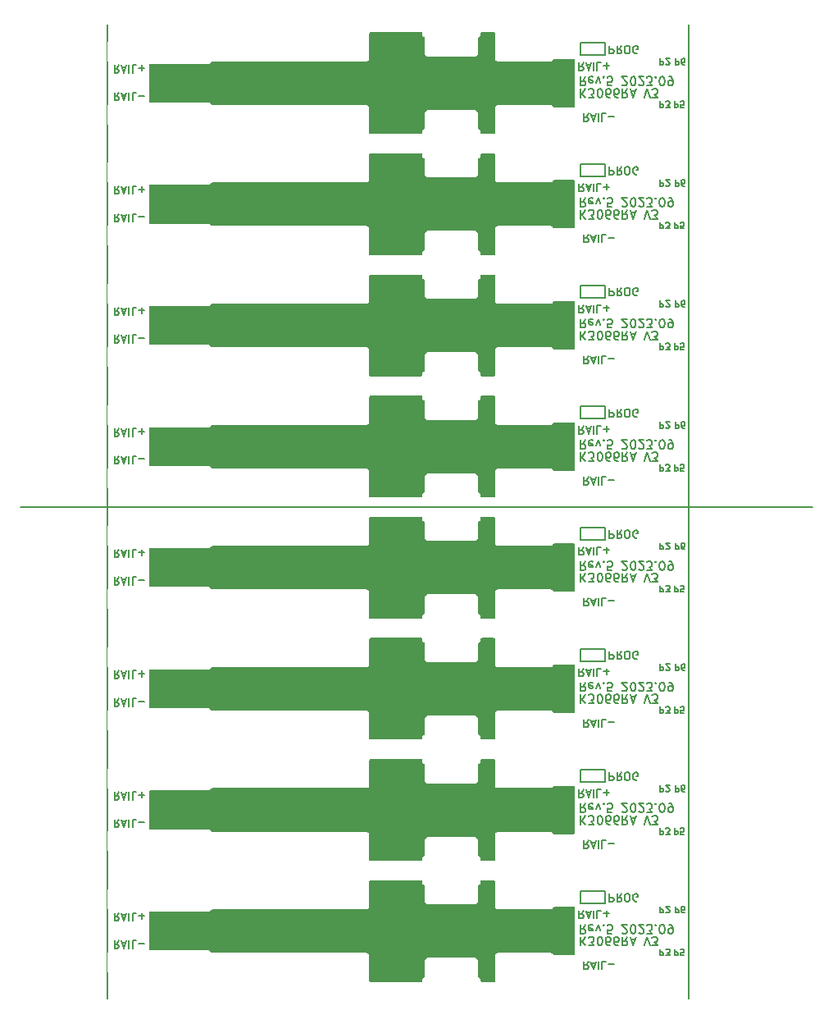
<source format=gbo>
G04 #@! TF.GenerationSoftware,KiCad,Pcbnew,7.0.7*
G04 #@! TF.CreationDate,2023-09-19T00:26:09+09:00*
G04 #@! TF.ProjectId,motordecoder2-k3066v3-p,6d6f746f-7264-4656-936f-646572322d6b,rev?*
G04 #@! TF.SameCoordinates,Original*
G04 #@! TF.FileFunction,Legend,Bot*
G04 #@! TF.FilePolarity,Positive*
%FSLAX46Y46*%
G04 Gerber Fmt 4.6, Leading zero omitted, Abs format (unit mm)*
G04 Created by KiCad (PCBNEW 7.0.7) date 2023-09-19 00:26:09*
%MOMM*%
%LPD*%
G01*
G04 APERTURE LIST*
%ADD10C,0.150000*%
%ADD11C,0.180000*%
%ADD12C,0.200000*%
%ADD13R,1.500000X1.500000*%
%ADD14R,2.000000X1.500000*%
%ADD15R,0.950000X0.950000*%
%ADD16R,1.000000X1.000000*%
%ADD17R,6.500000X2.000000*%
%ADD18R,2.000000X2.000000*%
%ADD19C,2.000000*%
G04 APERTURE END LIST*
D10*
X190750000Y-92750000D02*
X109000000Y-92750000D01*
X118000000Y-43000000D02*
X118000000Y-143500000D01*
X178000000Y-43000000D02*
X178000000Y-143500000D01*
D11*
X119145239Y-47139264D02*
X118878572Y-47520217D01*
X118688096Y-47139264D02*
X118688096Y-47939264D01*
X118688096Y-47939264D02*
X118992858Y-47939264D01*
X118992858Y-47939264D02*
X119069048Y-47901169D01*
X119069048Y-47901169D02*
X119107143Y-47863074D01*
X119107143Y-47863074D02*
X119145239Y-47786883D01*
X119145239Y-47786883D02*
X119145239Y-47672598D01*
X119145239Y-47672598D02*
X119107143Y-47596407D01*
X119107143Y-47596407D02*
X119069048Y-47558312D01*
X119069048Y-47558312D02*
X118992858Y-47520217D01*
X118992858Y-47520217D02*
X118688096Y-47520217D01*
X119450000Y-47367836D02*
X119830953Y-47367836D01*
X119373810Y-47139264D02*
X119640477Y-47939264D01*
X119640477Y-47939264D02*
X119907143Y-47139264D01*
X120173810Y-47139264D02*
X120173810Y-47939264D01*
X120935714Y-47139264D02*
X120554762Y-47139264D01*
X120554762Y-47139264D02*
X120554762Y-47939264D01*
X121202381Y-47444026D02*
X121811905Y-47444026D01*
X121507143Y-47139264D02*
X121507143Y-47748788D01*
X119145239Y-49989264D02*
X118878572Y-50370217D01*
X118688096Y-49989264D02*
X118688096Y-50789264D01*
X118688096Y-50789264D02*
X118992858Y-50789264D01*
X118992858Y-50789264D02*
X119069048Y-50751169D01*
X119069048Y-50751169D02*
X119107143Y-50713074D01*
X119107143Y-50713074D02*
X119145239Y-50636883D01*
X119145239Y-50636883D02*
X119145239Y-50522598D01*
X119145239Y-50522598D02*
X119107143Y-50446407D01*
X119107143Y-50446407D02*
X119069048Y-50408312D01*
X119069048Y-50408312D02*
X118992858Y-50370217D01*
X118992858Y-50370217D02*
X118688096Y-50370217D01*
X119450000Y-50217836D02*
X119830953Y-50217836D01*
X119373810Y-49989264D02*
X119640477Y-50789264D01*
X119640477Y-50789264D02*
X119907143Y-49989264D01*
X120173810Y-49989264D02*
X120173810Y-50789264D01*
X120935714Y-49989264D02*
X120554762Y-49989264D01*
X120554762Y-49989264D02*
X120554762Y-50789264D01*
X121202381Y-50294026D02*
X121811905Y-50294026D01*
X167145239Y-46889264D02*
X166878572Y-47270217D01*
X166688096Y-46889264D02*
X166688096Y-47689264D01*
X166688096Y-47689264D02*
X166992858Y-47689264D01*
X166992858Y-47689264D02*
X167069048Y-47651169D01*
X167069048Y-47651169D02*
X167107143Y-47613074D01*
X167107143Y-47613074D02*
X167145239Y-47536883D01*
X167145239Y-47536883D02*
X167145239Y-47422598D01*
X167145239Y-47422598D02*
X167107143Y-47346407D01*
X167107143Y-47346407D02*
X167069048Y-47308312D01*
X167069048Y-47308312D02*
X166992858Y-47270217D01*
X166992858Y-47270217D02*
X166688096Y-47270217D01*
X167450000Y-47117836D02*
X167830953Y-47117836D01*
X167373810Y-46889264D02*
X167640477Y-47689264D01*
X167640477Y-47689264D02*
X167907143Y-46889264D01*
X168173810Y-46889264D02*
X168173810Y-47689264D01*
X168935714Y-46889264D02*
X168554762Y-46889264D01*
X168554762Y-46889264D02*
X168554762Y-47689264D01*
X169202381Y-47194026D02*
X169811905Y-47194026D01*
X169507143Y-46889264D02*
X169507143Y-47498788D01*
X167645239Y-52139264D02*
X167378572Y-52520217D01*
X167188096Y-52139264D02*
X167188096Y-52939264D01*
X167188096Y-52939264D02*
X167492858Y-52939264D01*
X167492858Y-52939264D02*
X167569048Y-52901169D01*
X167569048Y-52901169D02*
X167607143Y-52863074D01*
X167607143Y-52863074D02*
X167645239Y-52786883D01*
X167645239Y-52786883D02*
X167645239Y-52672598D01*
X167645239Y-52672598D02*
X167607143Y-52596407D01*
X167607143Y-52596407D02*
X167569048Y-52558312D01*
X167569048Y-52558312D02*
X167492858Y-52520217D01*
X167492858Y-52520217D02*
X167188096Y-52520217D01*
X167950000Y-52367836D02*
X168330953Y-52367836D01*
X167873810Y-52139264D02*
X168140477Y-52939264D01*
X168140477Y-52939264D02*
X168407143Y-52139264D01*
X168673810Y-52139264D02*
X168673810Y-52939264D01*
X169435714Y-52139264D02*
X169054762Y-52139264D01*
X169054762Y-52139264D02*
X169054762Y-52939264D01*
X169702381Y-52444026D02*
X170311905Y-52444026D01*
D12*
X166845863Y-49594042D02*
X166845863Y-50494042D01*
X167360149Y-49594042D02*
X166974435Y-50108328D01*
X167360149Y-50494042D02*
X166845863Y-49979757D01*
X167660149Y-50494042D02*
X168217292Y-50494042D01*
X168217292Y-50494042D02*
X167917292Y-50151185D01*
X167917292Y-50151185D02*
X168045863Y-50151185D01*
X168045863Y-50151185D02*
X168131578Y-50108328D01*
X168131578Y-50108328D02*
X168174435Y-50065471D01*
X168174435Y-50065471D02*
X168217292Y-49979757D01*
X168217292Y-49979757D02*
X168217292Y-49765471D01*
X168217292Y-49765471D02*
X168174435Y-49679757D01*
X168174435Y-49679757D02*
X168131578Y-49636900D01*
X168131578Y-49636900D02*
X168045863Y-49594042D01*
X168045863Y-49594042D02*
X167788720Y-49594042D01*
X167788720Y-49594042D02*
X167703006Y-49636900D01*
X167703006Y-49636900D02*
X167660149Y-49679757D01*
X168774435Y-50494042D02*
X168860149Y-50494042D01*
X168860149Y-50494042D02*
X168945863Y-50451185D01*
X168945863Y-50451185D02*
X168988721Y-50408328D01*
X168988721Y-50408328D02*
X169031578Y-50322614D01*
X169031578Y-50322614D02*
X169074435Y-50151185D01*
X169074435Y-50151185D02*
X169074435Y-49936900D01*
X169074435Y-49936900D02*
X169031578Y-49765471D01*
X169031578Y-49765471D02*
X168988721Y-49679757D01*
X168988721Y-49679757D02*
X168945863Y-49636900D01*
X168945863Y-49636900D02*
X168860149Y-49594042D01*
X168860149Y-49594042D02*
X168774435Y-49594042D01*
X168774435Y-49594042D02*
X168688721Y-49636900D01*
X168688721Y-49636900D02*
X168645863Y-49679757D01*
X168645863Y-49679757D02*
X168603006Y-49765471D01*
X168603006Y-49765471D02*
X168560149Y-49936900D01*
X168560149Y-49936900D02*
X168560149Y-50151185D01*
X168560149Y-50151185D02*
X168603006Y-50322614D01*
X168603006Y-50322614D02*
X168645863Y-50408328D01*
X168645863Y-50408328D02*
X168688721Y-50451185D01*
X168688721Y-50451185D02*
X168774435Y-50494042D01*
X169845864Y-50494042D02*
X169674435Y-50494042D01*
X169674435Y-50494042D02*
X169588721Y-50451185D01*
X169588721Y-50451185D02*
X169545864Y-50408328D01*
X169545864Y-50408328D02*
X169460149Y-50279757D01*
X169460149Y-50279757D02*
X169417292Y-50108328D01*
X169417292Y-50108328D02*
X169417292Y-49765471D01*
X169417292Y-49765471D02*
X169460149Y-49679757D01*
X169460149Y-49679757D02*
X169503006Y-49636900D01*
X169503006Y-49636900D02*
X169588721Y-49594042D01*
X169588721Y-49594042D02*
X169760149Y-49594042D01*
X169760149Y-49594042D02*
X169845864Y-49636900D01*
X169845864Y-49636900D02*
X169888721Y-49679757D01*
X169888721Y-49679757D02*
X169931578Y-49765471D01*
X169931578Y-49765471D02*
X169931578Y-49979757D01*
X169931578Y-49979757D02*
X169888721Y-50065471D01*
X169888721Y-50065471D02*
X169845864Y-50108328D01*
X169845864Y-50108328D02*
X169760149Y-50151185D01*
X169760149Y-50151185D02*
X169588721Y-50151185D01*
X169588721Y-50151185D02*
X169503006Y-50108328D01*
X169503006Y-50108328D02*
X169460149Y-50065471D01*
X169460149Y-50065471D02*
X169417292Y-49979757D01*
X170703007Y-50494042D02*
X170531578Y-50494042D01*
X170531578Y-50494042D02*
X170445864Y-50451185D01*
X170445864Y-50451185D02*
X170403007Y-50408328D01*
X170403007Y-50408328D02*
X170317292Y-50279757D01*
X170317292Y-50279757D02*
X170274435Y-50108328D01*
X170274435Y-50108328D02*
X170274435Y-49765471D01*
X170274435Y-49765471D02*
X170317292Y-49679757D01*
X170317292Y-49679757D02*
X170360149Y-49636900D01*
X170360149Y-49636900D02*
X170445864Y-49594042D01*
X170445864Y-49594042D02*
X170617292Y-49594042D01*
X170617292Y-49594042D02*
X170703007Y-49636900D01*
X170703007Y-49636900D02*
X170745864Y-49679757D01*
X170745864Y-49679757D02*
X170788721Y-49765471D01*
X170788721Y-49765471D02*
X170788721Y-49979757D01*
X170788721Y-49979757D02*
X170745864Y-50065471D01*
X170745864Y-50065471D02*
X170703007Y-50108328D01*
X170703007Y-50108328D02*
X170617292Y-50151185D01*
X170617292Y-50151185D02*
X170445864Y-50151185D01*
X170445864Y-50151185D02*
X170360149Y-50108328D01*
X170360149Y-50108328D02*
X170317292Y-50065471D01*
X170317292Y-50065471D02*
X170274435Y-49979757D01*
X171688721Y-49594042D02*
X171388721Y-50022614D01*
X171174435Y-49594042D02*
X171174435Y-50494042D01*
X171174435Y-50494042D02*
X171517292Y-50494042D01*
X171517292Y-50494042D02*
X171603007Y-50451185D01*
X171603007Y-50451185D02*
X171645864Y-50408328D01*
X171645864Y-50408328D02*
X171688721Y-50322614D01*
X171688721Y-50322614D02*
X171688721Y-50194042D01*
X171688721Y-50194042D02*
X171645864Y-50108328D01*
X171645864Y-50108328D02*
X171603007Y-50065471D01*
X171603007Y-50065471D02*
X171517292Y-50022614D01*
X171517292Y-50022614D02*
X171174435Y-50022614D01*
X172031578Y-49851185D02*
X172460150Y-49851185D01*
X171945864Y-49594042D02*
X172245864Y-50494042D01*
X172245864Y-50494042D02*
X172545864Y-49594042D01*
X173403007Y-50494042D02*
X173703007Y-49594042D01*
X173703007Y-49594042D02*
X174003007Y-50494042D01*
X174217293Y-50494042D02*
X174774436Y-50494042D01*
X174774436Y-50494042D02*
X174474436Y-50151185D01*
X174474436Y-50151185D02*
X174603007Y-50151185D01*
X174603007Y-50151185D02*
X174688722Y-50108328D01*
X174688722Y-50108328D02*
X174731579Y-50065471D01*
X174731579Y-50065471D02*
X174774436Y-49979757D01*
X174774436Y-49979757D02*
X174774436Y-49765471D01*
X174774436Y-49765471D02*
X174731579Y-49679757D01*
X174731579Y-49679757D02*
X174688722Y-49636900D01*
X174688722Y-49636900D02*
X174603007Y-49594042D01*
X174603007Y-49594042D02*
X174345864Y-49594042D01*
X174345864Y-49594042D02*
X174260150Y-49636900D01*
X174260150Y-49636900D02*
X174217293Y-49679757D01*
X167360149Y-48344042D02*
X167060149Y-48772614D01*
X166845863Y-48344042D02*
X166845863Y-49244042D01*
X166845863Y-49244042D02*
X167188720Y-49244042D01*
X167188720Y-49244042D02*
X167274435Y-49201185D01*
X167274435Y-49201185D02*
X167317292Y-49158328D01*
X167317292Y-49158328D02*
X167360149Y-49072614D01*
X167360149Y-49072614D02*
X167360149Y-48944042D01*
X167360149Y-48944042D02*
X167317292Y-48858328D01*
X167317292Y-48858328D02*
X167274435Y-48815471D01*
X167274435Y-48815471D02*
X167188720Y-48772614D01*
X167188720Y-48772614D02*
X166845863Y-48772614D01*
X168088720Y-48386900D02*
X168003006Y-48344042D01*
X168003006Y-48344042D02*
X167831578Y-48344042D01*
X167831578Y-48344042D02*
X167745863Y-48386900D01*
X167745863Y-48386900D02*
X167703006Y-48472614D01*
X167703006Y-48472614D02*
X167703006Y-48815471D01*
X167703006Y-48815471D02*
X167745863Y-48901185D01*
X167745863Y-48901185D02*
X167831578Y-48944042D01*
X167831578Y-48944042D02*
X168003006Y-48944042D01*
X168003006Y-48944042D02*
X168088720Y-48901185D01*
X168088720Y-48901185D02*
X168131578Y-48815471D01*
X168131578Y-48815471D02*
X168131578Y-48729757D01*
X168131578Y-48729757D02*
X167703006Y-48644042D01*
X168431578Y-48944042D02*
X168645864Y-48344042D01*
X168645864Y-48344042D02*
X168860149Y-48944042D01*
X169203006Y-48429757D02*
X169245863Y-48386900D01*
X169245863Y-48386900D02*
X169203006Y-48344042D01*
X169203006Y-48344042D02*
X169160149Y-48386900D01*
X169160149Y-48386900D02*
X169203006Y-48429757D01*
X169203006Y-48429757D02*
X169203006Y-48344042D01*
X170060149Y-49244042D02*
X169631577Y-49244042D01*
X169631577Y-49244042D02*
X169588720Y-48815471D01*
X169588720Y-48815471D02*
X169631577Y-48858328D01*
X169631577Y-48858328D02*
X169717292Y-48901185D01*
X169717292Y-48901185D02*
X169931577Y-48901185D01*
X169931577Y-48901185D02*
X170017292Y-48858328D01*
X170017292Y-48858328D02*
X170060149Y-48815471D01*
X170060149Y-48815471D02*
X170103006Y-48729757D01*
X170103006Y-48729757D02*
X170103006Y-48515471D01*
X170103006Y-48515471D02*
X170060149Y-48429757D01*
X170060149Y-48429757D02*
X170017292Y-48386900D01*
X170017292Y-48386900D02*
X169931577Y-48344042D01*
X169931577Y-48344042D02*
X169717292Y-48344042D01*
X169717292Y-48344042D02*
X169631577Y-48386900D01*
X169631577Y-48386900D02*
X169588720Y-48429757D01*
X171131577Y-49158328D02*
X171174434Y-49201185D01*
X171174434Y-49201185D02*
X171260149Y-49244042D01*
X171260149Y-49244042D02*
X171474434Y-49244042D01*
X171474434Y-49244042D02*
X171560149Y-49201185D01*
X171560149Y-49201185D02*
X171603006Y-49158328D01*
X171603006Y-49158328D02*
X171645863Y-49072614D01*
X171645863Y-49072614D02*
X171645863Y-48986900D01*
X171645863Y-48986900D02*
X171603006Y-48858328D01*
X171603006Y-48858328D02*
X171088720Y-48344042D01*
X171088720Y-48344042D02*
X171645863Y-48344042D01*
X172203006Y-49244042D02*
X172288720Y-49244042D01*
X172288720Y-49244042D02*
X172374434Y-49201185D01*
X172374434Y-49201185D02*
X172417292Y-49158328D01*
X172417292Y-49158328D02*
X172460149Y-49072614D01*
X172460149Y-49072614D02*
X172503006Y-48901185D01*
X172503006Y-48901185D02*
X172503006Y-48686900D01*
X172503006Y-48686900D02*
X172460149Y-48515471D01*
X172460149Y-48515471D02*
X172417292Y-48429757D01*
X172417292Y-48429757D02*
X172374434Y-48386900D01*
X172374434Y-48386900D02*
X172288720Y-48344042D01*
X172288720Y-48344042D02*
X172203006Y-48344042D01*
X172203006Y-48344042D02*
X172117292Y-48386900D01*
X172117292Y-48386900D02*
X172074434Y-48429757D01*
X172074434Y-48429757D02*
X172031577Y-48515471D01*
X172031577Y-48515471D02*
X171988720Y-48686900D01*
X171988720Y-48686900D02*
X171988720Y-48901185D01*
X171988720Y-48901185D02*
X172031577Y-49072614D01*
X172031577Y-49072614D02*
X172074434Y-49158328D01*
X172074434Y-49158328D02*
X172117292Y-49201185D01*
X172117292Y-49201185D02*
X172203006Y-49244042D01*
X172845863Y-49158328D02*
X172888720Y-49201185D01*
X172888720Y-49201185D02*
X172974435Y-49244042D01*
X172974435Y-49244042D02*
X173188720Y-49244042D01*
X173188720Y-49244042D02*
X173274435Y-49201185D01*
X173274435Y-49201185D02*
X173317292Y-49158328D01*
X173317292Y-49158328D02*
X173360149Y-49072614D01*
X173360149Y-49072614D02*
X173360149Y-48986900D01*
X173360149Y-48986900D02*
X173317292Y-48858328D01*
X173317292Y-48858328D02*
X172803006Y-48344042D01*
X172803006Y-48344042D02*
X173360149Y-48344042D01*
X173660149Y-49244042D02*
X174217292Y-49244042D01*
X174217292Y-49244042D02*
X173917292Y-48901185D01*
X173917292Y-48901185D02*
X174045863Y-48901185D01*
X174045863Y-48901185D02*
X174131578Y-48858328D01*
X174131578Y-48858328D02*
X174174435Y-48815471D01*
X174174435Y-48815471D02*
X174217292Y-48729757D01*
X174217292Y-48729757D02*
X174217292Y-48515471D01*
X174217292Y-48515471D02*
X174174435Y-48429757D01*
X174174435Y-48429757D02*
X174131578Y-48386900D01*
X174131578Y-48386900D02*
X174045863Y-48344042D01*
X174045863Y-48344042D02*
X173788720Y-48344042D01*
X173788720Y-48344042D02*
X173703006Y-48386900D01*
X173703006Y-48386900D02*
X173660149Y-48429757D01*
X174603006Y-48429757D02*
X174645863Y-48386900D01*
X174645863Y-48386900D02*
X174603006Y-48344042D01*
X174603006Y-48344042D02*
X174560149Y-48386900D01*
X174560149Y-48386900D02*
X174603006Y-48429757D01*
X174603006Y-48429757D02*
X174603006Y-48344042D01*
X175203006Y-49244042D02*
X175288720Y-49244042D01*
X175288720Y-49244042D02*
X175374434Y-49201185D01*
X175374434Y-49201185D02*
X175417292Y-49158328D01*
X175417292Y-49158328D02*
X175460149Y-49072614D01*
X175460149Y-49072614D02*
X175503006Y-48901185D01*
X175503006Y-48901185D02*
X175503006Y-48686900D01*
X175503006Y-48686900D02*
X175460149Y-48515471D01*
X175460149Y-48515471D02*
X175417292Y-48429757D01*
X175417292Y-48429757D02*
X175374434Y-48386900D01*
X175374434Y-48386900D02*
X175288720Y-48344042D01*
X175288720Y-48344042D02*
X175203006Y-48344042D01*
X175203006Y-48344042D02*
X175117292Y-48386900D01*
X175117292Y-48386900D02*
X175074434Y-48429757D01*
X175074434Y-48429757D02*
X175031577Y-48515471D01*
X175031577Y-48515471D02*
X174988720Y-48686900D01*
X174988720Y-48686900D02*
X174988720Y-48901185D01*
X174988720Y-48901185D02*
X175031577Y-49072614D01*
X175031577Y-49072614D02*
X175074434Y-49158328D01*
X175074434Y-49158328D02*
X175117292Y-49201185D01*
X175117292Y-49201185D02*
X175203006Y-49244042D01*
X175931577Y-48344042D02*
X176103006Y-48344042D01*
X176103006Y-48344042D02*
X176188720Y-48386900D01*
X176188720Y-48386900D02*
X176231577Y-48429757D01*
X176231577Y-48429757D02*
X176317292Y-48558328D01*
X176317292Y-48558328D02*
X176360149Y-48729757D01*
X176360149Y-48729757D02*
X176360149Y-49072614D01*
X176360149Y-49072614D02*
X176317292Y-49158328D01*
X176317292Y-49158328D02*
X176274435Y-49201185D01*
X176274435Y-49201185D02*
X176188720Y-49244042D01*
X176188720Y-49244042D02*
X176017292Y-49244042D01*
X176017292Y-49244042D02*
X175931577Y-49201185D01*
X175931577Y-49201185D02*
X175888720Y-49158328D01*
X175888720Y-49158328D02*
X175845863Y-49072614D01*
X175845863Y-49072614D02*
X175845863Y-48858328D01*
X175845863Y-48858328D02*
X175888720Y-48772614D01*
X175888720Y-48772614D02*
X175931577Y-48729757D01*
X175931577Y-48729757D02*
X176017292Y-48686900D01*
X176017292Y-48686900D02*
X176188720Y-48686900D01*
X176188720Y-48686900D02*
X176274435Y-48729757D01*
X176274435Y-48729757D02*
X176317292Y-48772614D01*
X176317292Y-48772614D02*
X176360149Y-48858328D01*
D10*
X175020237Y-46457097D02*
X175020237Y-47107097D01*
X175020237Y-47107097D02*
X175267856Y-47107097D01*
X175267856Y-47107097D02*
X175329761Y-47076145D01*
X175329761Y-47076145D02*
X175360714Y-47045192D01*
X175360714Y-47045192D02*
X175391666Y-46983288D01*
X175391666Y-46983288D02*
X175391666Y-46890430D01*
X175391666Y-46890430D02*
X175360714Y-46828526D01*
X175360714Y-46828526D02*
X175329761Y-46797573D01*
X175329761Y-46797573D02*
X175267856Y-46766621D01*
X175267856Y-46766621D02*
X175020237Y-46766621D01*
X175639285Y-47045192D02*
X175670237Y-47076145D01*
X175670237Y-47076145D02*
X175732142Y-47107097D01*
X175732142Y-47107097D02*
X175886904Y-47107097D01*
X175886904Y-47107097D02*
X175948809Y-47076145D01*
X175948809Y-47076145D02*
X175979761Y-47045192D01*
X175979761Y-47045192D02*
X176010714Y-46983288D01*
X176010714Y-46983288D02*
X176010714Y-46921383D01*
X176010714Y-46921383D02*
X175979761Y-46828526D01*
X175979761Y-46828526D02*
X175608333Y-46457097D01*
X175608333Y-46457097D02*
X176010714Y-46457097D01*
X176620237Y-46457097D02*
X176620237Y-47107097D01*
X176620237Y-47107097D02*
X176867856Y-47107097D01*
X176867856Y-47107097D02*
X176929761Y-47076145D01*
X176929761Y-47076145D02*
X176960714Y-47045192D01*
X176960714Y-47045192D02*
X176991666Y-46983288D01*
X176991666Y-46983288D02*
X176991666Y-46890430D01*
X176991666Y-46890430D02*
X176960714Y-46828526D01*
X176960714Y-46828526D02*
X176929761Y-46797573D01*
X176929761Y-46797573D02*
X176867856Y-46766621D01*
X176867856Y-46766621D02*
X176620237Y-46766621D01*
X177548809Y-47107097D02*
X177424999Y-47107097D01*
X177424999Y-47107097D02*
X177363095Y-47076145D01*
X177363095Y-47076145D02*
X177332142Y-47045192D01*
X177332142Y-47045192D02*
X177270237Y-46952335D01*
X177270237Y-46952335D02*
X177239285Y-46828526D01*
X177239285Y-46828526D02*
X177239285Y-46580907D01*
X177239285Y-46580907D02*
X177270237Y-46519002D01*
X177270237Y-46519002D02*
X177301190Y-46488050D01*
X177301190Y-46488050D02*
X177363095Y-46457097D01*
X177363095Y-46457097D02*
X177486904Y-46457097D01*
X177486904Y-46457097D02*
X177548809Y-46488050D01*
X177548809Y-46488050D02*
X177579761Y-46519002D01*
X177579761Y-46519002D02*
X177610714Y-46580907D01*
X177610714Y-46580907D02*
X177610714Y-46735669D01*
X177610714Y-46735669D02*
X177579761Y-46797573D01*
X177579761Y-46797573D02*
X177548809Y-46828526D01*
X177548809Y-46828526D02*
X177486904Y-46859478D01*
X177486904Y-46859478D02*
X177363095Y-46859478D01*
X177363095Y-46859478D02*
X177301190Y-46828526D01*
X177301190Y-46828526D02*
X177270237Y-46797573D01*
X177270237Y-46797573D02*
X177239285Y-46735669D01*
X175020237Y-50857097D02*
X175020237Y-51507097D01*
X175020237Y-51507097D02*
X175267856Y-51507097D01*
X175267856Y-51507097D02*
X175329761Y-51476145D01*
X175329761Y-51476145D02*
X175360714Y-51445192D01*
X175360714Y-51445192D02*
X175391666Y-51383288D01*
X175391666Y-51383288D02*
X175391666Y-51290430D01*
X175391666Y-51290430D02*
X175360714Y-51228526D01*
X175360714Y-51228526D02*
X175329761Y-51197573D01*
X175329761Y-51197573D02*
X175267856Y-51166621D01*
X175267856Y-51166621D02*
X175020237Y-51166621D01*
X175608333Y-51507097D02*
X176010714Y-51507097D01*
X176010714Y-51507097D02*
X175794047Y-51259478D01*
X175794047Y-51259478D02*
X175886904Y-51259478D01*
X175886904Y-51259478D02*
X175948809Y-51228526D01*
X175948809Y-51228526D02*
X175979761Y-51197573D01*
X175979761Y-51197573D02*
X176010714Y-51135669D01*
X176010714Y-51135669D02*
X176010714Y-50980907D01*
X176010714Y-50980907D02*
X175979761Y-50919002D01*
X175979761Y-50919002D02*
X175948809Y-50888050D01*
X175948809Y-50888050D02*
X175886904Y-50857097D01*
X175886904Y-50857097D02*
X175701190Y-50857097D01*
X175701190Y-50857097D02*
X175639285Y-50888050D01*
X175639285Y-50888050D02*
X175608333Y-50919002D01*
X176520237Y-50857097D02*
X176520237Y-51507097D01*
X176520237Y-51507097D02*
X176767856Y-51507097D01*
X176767856Y-51507097D02*
X176829761Y-51476145D01*
X176829761Y-51476145D02*
X176860714Y-51445192D01*
X176860714Y-51445192D02*
X176891666Y-51383288D01*
X176891666Y-51383288D02*
X176891666Y-51290430D01*
X176891666Y-51290430D02*
X176860714Y-51228526D01*
X176860714Y-51228526D02*
X176829761Y-51197573D01*
X176829761Y-51197573D02*
X176767856Y-51166621D01*
X176767856Y-51166621D02*
X176520237Y-51166621D01*
X177479761Y-51507097D02*
X177170237Y-51507097D01*
X177170237Y-51507097D02*
X177139285Y-51197573D01*
X177139285Y-51197573D02*
X177170237Y-51228526D01*
X177170237Y-51228526D02*
X177232142Y-51259478D01*
X177232142Y-51259478D02*
X177386904Y-51259478D01*
X177386904Y-51259478D02*
X177448809Y-51228526D01*
X177448809Y-51228526D02*
X177479761Y-51197573D01*
X177479761Y-51197573D02*
X177510714Y-51135669D01*
X177510714Y-51135669D02*
X177510714Y-50980907D01*
X177510714Y-50980907D02*
X177479761Y-50919002D01*
X177479761Y-50919002D02*
X177448809Y-50888050D01*
X177448809Y-50888050D02*
X177386904Y-50857097D01*
X177386904Y-50857097D02*
X177232142Y-50857097D01*
X177232142Y-50857097D02*
X177170237Y-50888050D01*
X177170237Y-50888050D02*
X177139285Y-50919002D01*
D12*
X166845863Y-112094042D02*
X166845863Y-112994042D01*
X167360149Y-112094042D02*
X166974435Y-112608328D01*
X167360149Y-112994042D02*
X166845863Y-112479757D01*
X167660149Y-112994042D02*
X168217292Y-112994042D01*
X168217292Y-112994042D02*
X167917292Y-112651185D01*
X167917292Y-112651185D02*
X168045863Y-112651185D01*
X168045863Y-112651185D02*
X168131578Y-112608328D01*
X168131578Y-112608328D02*
X168174435Y-112565471D01*
X168174435Y-112565471D02*
X168217292Y-112479757D01*
X168217292Y-112479757D02*
X168217292Y-112265471D01*
X168217292Y-112265471D02*
X168174435Y-112179757D01*
X168174435Y-112179757D02*
X168131578Y-112136900D01*
X168131578Y-112136900D02*
X168045863Y-112094042D01*
X168045863Y-112094042D02*
X167788720Y-112094042D01*
X167788720Y-112094042D02*
X167703006Y-112136900D01*
X167703006Y-112136900D02*
X167660149Y-112179757D01*
X168774435Y-112994042D02*
X168860149Y-112994042D01*
X168860149Y-112994042D02*
X168945863Y-112951185D01*
X168945863Y-112951185D02*
X168988721Y-112908328D01*
X168988721Y-112908328D02*
X169031578Y-112822614D01*
X169031578Y-112822614D02*
X169074435Y-112651185D01*
X169074435Y-112651185D02*
X169074435Y-112436900D01*
X169074435Y-112436900D02*
X169031578Y-112265471D01*
X169031578Y-112265471D02*
X168988721Y-112179757D01*
X168988721Y-112179757D02*
X168945863Y-112136900D01*
X168945863Y-112136900D02*
X168860149Y-112094042D01*
X168860149Y-112094042D02*
X168774435Y-112094042D01*
X168774435Y-112094042D02*
X168688721Y-112136900D01*
X168688721Y-112136900D02*
X168645863Y-112179757D01*
X168645863Y-112179757D02*
X168603006Y-112265471D01*
X168603006Y-112265471D02*
X168560149Y-112436900D01*
X168560149Y-112436900D02*
X168560149Y-112651185D01*
X168560149Y-112651185D02*
X168603006Y-112822614D01*
X168603006Y-112822614D02*
X168645863Y-112908328D01*
X168645863Y-112908328D02*
X168688721Y-112951185D01*
X168688721Y-112951185D02*
X168774435Y-112994042D01*
X169845864Y-112994042D02*
X169674435Y-112994042D01*
X169674435Y-112994042D02*
X169588721Y-112951185D01*
X169588721Y-112951185D02*
X169545864Y-112908328D01*
X169545864Y-112908328D02*
X169460149Y-112779757D01*
X169460149Y-112779757D02*
X169417292Y-112608328D01*
X169417292Y-112608328D02*
X169417292Y-112265471D01*
X169417292Y-112265471D02*
X169460149Y-112179757D01*
X169460149Y-112179757D02*
X169503006Y-112136900D01*
X169503006Y-112136900D02*
X169588721Y-112094042D01*
X169588721Y-112094042D02*
X169760149Y-112094042D01*
X169760149Y-112094042D02*
X169845864Y-112136900D01*
X169845864Y-112136900D02*
X169888721Y-112179757D01*
X169888721Y-112179757D02*
X169931578Y-112265471D01*
X169931578Y-112265471D02*
X169931578Y-112479757D01*
X169931578Y-112479757D02*
X169888721Y-112565471D01*
X169888721Y-112565471D02*
X169845864Y-112608328D01*
X169845864Y-112608328D02*
X169760149Y-112651185D01*
X169760149Y-112651185D02*
X169588721Y-112651185D01*
X169588721Y-112651185D02*
X169503006Y-112608328D01*
X169503006Y-112608328D02*
X169460149Y-112565471D01*
X169460149Y-112565471D02*
X169417292Y-112479757D01*
X170703007Y-112994042D02*
X170531578Y-112994042D01*
X170531578Y-112994042D02*
X170445864Y-112951185D01*
X170445864Y-112951185D02*
X170403007Y-112908328D01*
X170403007Y-112908328D02*
X170317292Y-112779757D01*
X170317292Y-112779757D02*
X170274435Y-112608328D01*
X170274435Y-112608328D02*
X170274435Y-112265471D01*
X170274435Y-112265471D02*
X170317292Y-112179757D01*
X170317292Y-112179757D02*
X170360149Y-112136900D01*
X170360149Y-112136900D02*
X170445864Y-112094042D01*
X170445864Y-112094042D02*
X170617292Y-112094042D01*
X170617292Y-112094042D02*
X170703007Y-112136900D01*
X170703007Y-112136900D02*
X170745864Y-112179757D01*
X170745864Y-112179757D02*
X170788721Y-112265471D01*
X170788721Y-112265471D02*
X170788721Y-112479757D01*
X170788721Y-112479757D02*
X170745864Y-112565471D01*
X170745864Y-112565471D02*
X170703007Y-112608328D01*
X170703007Y-112608328D02*
X170617292Y-112651185D01*
X170617292Y-112651185D02*
X170445864Y-112651185D01*
X170445864Y-112651185D02*
X170360149Y-112608328D01*
X170360149Y-112608328D02*
X170317292Y-112565471D01*
X170317292Y-112565471D02*
X170274435Y-112479757D01*
X171688721Y-112094042D02*
X171388721Y-112522614D01*
X171174435Y-112094042D02*
X171174435Y-112994042D01*
X171174435Y-112994042D02*
X171517292Y-112994042D01*
X171517292Y-112994042D02*
X171603007Y-112951185D01*
X171603007Y-112951185D02*
X171645864Y-112908328D01*
X171645864Y-112908328D02*
X171688721Y-112822614D01*
X171688721Y-112822614D02*
X171688721Y-112694042D01*
X171688721Y-112694042D02*
X171645864Y-112608328D01*
X171645864Y-112608328D02*
X171603007Y-112565471D01*
X171603007Y-112565471D02*
X171517292Y-112522614D01*
X171517292Y-112522614D02*
X171174435Y-112522614D01*
X172031578Y-112351185D02*
X172460150Y-112351185D01*
X171945864Y-112094042D02*
X172245864Y-112994042D01*
X172245864Y-112994042D02*
X172545864Y-112094042D01*
X173403007Y-112994042D02*
X173703007Y-112094042D01*
X173703007Y-112094042D02*
X174003007Y-112994042D01*
X174217293Y-112994042D02*
X174774436Y-112994042D01*
X174774436Y-112994042D02*
X174474436Y-112651185D01*
X174474436Y-112651185D02*
X174603007Y-112651185D01*
X174603007Y-112651185D02*
X174688722Y-112608328D01*
X174688722Y-112608328D02*
X174731579Y-112565471D01*
X174731579Y-112565471D02*
X174774436Y-112479757D01*
X174774436Y-112479757D02*
X174774436Y-112265471D01*
X174774436Y-112265471D02*
X174731579Y-112179757D01*
X174731579Y-112179757D02*
X174688722Y-112136900D01*
X174688722Y-112136900D02*
X174603007Y-112094042D01*
X174603007Y-112094042D02*
X174345864Y-112094042D01*
X174345864Y-112094042D02*
X174260150Y-112136900D01*
X174260150Y-112136900D02*
X174217293Y-112179757D01*
D11*
X119145239Y-84639264D02*
X118878572Y-85020217D01*
X118688096Y-84639264D02*
X118688096Y-85439264D01*
X118688096Y-85439264D02*
X118992858Y-85439264D01*
X118992858Y-85439264D02*
X119069048Y-85401169D01*
X119069048Y-85401169D02*
X119107143Y-85363074D01*
X119107143Y-85363074D02*
X119145239Y-85286883D01*
X119145239Y-85286883D02*
X119145239Y-85172598D01*
X119145239Y-85172598D02*
X119107143Y-85096407D01*
X119107143Y-85096407D02*
X119069048Y-85058312D01*
X119069048Y-85058312D02*
X118992858Y-85020217D01*
X118992858Y-85020217D02*
X118688096Y-85020217D01*
X119450000Y-84867836D02*
X119830953Y-84867836D01*
X119373810Y-84639264D02*
X119640477Y-85439264D01*
X119640477Y-85439264D02*
X119907143Y-84639264D01*
X120173810Y-84639264D02*
X120173810Y-85439264D01*
X120935714Y-84639264D02*
X120554762Y-84639264D01*
X120554762Y-84639264D02*
X120554762Y-85439264D01*
X121202381Y-84944026D02*
X121811905Y-84944026D01*
X121507143Y-84639264D02*
X121507143Y-85248788D01*
D12*
X169821429Y-82640304D02*
X169821429Y-83440304D01*
X169821429Y-83440304D02*
X170126191Y-83440304D01*
X170126191Y-83440304D02*
X170202381Y-83402209D01*
X170202381Y-83402209D02*
X170240476Y-83364114D01*
X170240476Y-83364114D02*
X170278572Y-83287923D01*
X170278572Y-83287923D02*
X170278572Y-83173638D01*
X170278572Y-83173638D02*
X170240476Y-83097447D01*
X170240476Y-83097447D02*
X170202381Y-83059352D01*
X170202381Y-83059352D02*
X170126191Y-83021257D01*
X170126191Y-83021257D02*
X169821429Y-83021257D01*
X171078572Y-82640304D02*
X170811905Y-83021257D01*
X170621429Y-82640304D02*
X170621429Y-83440304D01*
X170621429Y-83440304D02*
X170926191Y-83440304D01*
X170926191Y-83440304D02*
X171002381Y-83402209D01*
X171002381Y-83402209D02*
X171040476Y-83364114D01*
X171040476Y-83364114D02*
X171078572Y-83287923D01*
X171078572Y-83287923D02*
X171078572Y-83173638D01*
X171078572Y-83173638D02*
X171040476Y-83097447D01*
X171040476Y-83097447D02*
X171002381Y-83059352D01*
X171002381Y-83059352D02*
X170926191Y-83021257D01*
X170926191Y-83021257D02*
X170621429Y-83021257D01*
X171573810Y-83440304D02*
X171726191Y-83440304D01*
X171726191Y-83440304D02*
X171802381Y-83402209D01*
X171802381Y-83402209D02*
X171878572Y-83326019D01*
X171878572Y-83326019D02*
X171916667Y-83173638D01*
X171916667Y-83173638D02*
X171916667Y-82906971D01*
X171916667Y-82906971D02*
X171878572Y-82754590D01*
X171878572Y-82754590D02*
X171802381Y-82678400D01*
X171802381Y-82678400D02*
X171726191Y-82640304D01*
X171726191Y-82640304D02*
X171573810Y-82640304D01*
X171573810Y-82640304D02*
X171497619Y-82678400D01*
X171497619Y-82678400D02*
X171421429Y-82754590D01*
X171421429Y-82754590D02*
X171383333Y-82906971D01*
X171383333Y-82906971D02*
X171383333Y-83173638D01*
X171383333Y-83173638D02*
X171421429Y-83326019D01*
X171421429Y-83326019D02*
X171497619Y-83402209D01*
X171497619Y-83402209D02*
X171573810Y-83440304D01*
X172678571Y-83402209D02*
X172602381Y-83440304D01*
X172602381Y-83440304D02*
X172488095Y-83440304D01*
X172488095Y-83440304D02*
X172373809Y-83402209D01*
X172373809Y-83402209D02*
X172297619Y-83326019D01*
X172297619Y-83326019D02*
X172259524Y-83249828D01*
X172259524Y-83249828D02*
X172221428Y-83097447D01*
X172221428Y-83097447D02*
X172221428Y-82983161D01*
X172221428Y-82983161D02*
X172259524Y-82830780D01*
X172259524Y-82830780D02*
X172297619Y-82754590D01*
X172297619Y-82754590D02*
X172373809Y-82678400D01*
X172373809Y-82678400D02*
X172488095Y-82640304D01*
X172488095Y-82640304D02*
X172564286Y-82640304D01*
X172564286Y-82640304D02*
X172678571Y-82678400D01*
X172678571Y-82678400D02*
X172716667Y-82716495D01*
X172716667Y-82716495D02*
X172716667Y-82983161D01*
X172716667Y-82983161D02*
X172564286Y-82983161D01*
X166845863Y-74594042D02*
X166845863Y-75494042D01*
X167360149Y-74594042D02*
X166974435Y-75108328D01*
X167360149Y-75494042D02*
X166845863Y-74979757D01*
X167660149Y-75494042D02*
X168217292Y-75494042D01*
X168217292Y-75494042D02*
X167917292Y-75151185D01*
X167917292Y-75151185D02*
X168045863Y-75151185D01*
X168045863Y-75151185D02*
X168131578Y-75108328D01*
X168131578Y-75108328D02*
X168174435Y-75065471D01*
X168174435Y-75065471D02*
X168217292Y-74979757D01*
X168217292Y-74979757D02*
X168217292Y-74765471D01*
X168217292Y-74765471D02*
X168174435Y-74679757D01*
X168174435Y-74679757D02*
X168131578Y-74636900D01*
X168131578Y-74636900D02*
X168045863Y-74594042D01*
X168045863Y-74594042D02*
X167788720Y-74594042D01*
X167788720Y-74594042D02*
X167703006Y-74636900D01*
X167703006Y-74636900D02*
X167660149Y-74679757D01*
X168774435Y-75494042D02*
X168860149Y-75494042D01*
X168860149Y-75494042D02*
X168945863Y-75451185D01*
X168945863Y-75451185D02*
X168988721Y-75408328D01*
X168988721Y-75408328D02*
X169031578Y-75322614D01*
X169031578Y-75322614D02*
X169074435Y-75151185D01*
X169074435Y-75151185D02*
X169074435Y-74936900D01*
X169074435Y-74936900D02*
X169031578Y-74765471D01*
X169031578Y-74765471D02*
X168988721Y-74679757D01*
X168988721Y-74679757D02*
X168945863Y-74636900D01*
X168945863Y-74636900D02*
X168860149Y-74594042D01*
X168860149Y-74594042D02*
X168774435Y-74594042D01*
X168774435Y-74594042D02*
X168688721Y-74636900D01*
X168688721Y-74636900D02*
X168645863Y-74679757D01*
X168645863Y-74679757D02*
X168603006Y-74765471D01*
X168603006Y-74765471D02*
X168560149Y-74936900D01*
X168560149Y-74936900D02*
X168560149Y-75151185D01*
X168560149Y-75151185D02*
X168603006Y-75322614D01*
X168603006Y-75322614D02*
X168645863Y-75408328D01*
X168645863Y-75408328D02*
X168688721Y-75451185D01*
X168688721Y-75451185D02*
X168774435Y-75494042D01*
X169845864Y-75494042D02*
X169674435Y-75494042D01*
X169674435Y-75494042D02*
X169588721Y-75451185D01*
X169588721Y-75451185D02*
X169545864Y-75408328D01*
X169545864Y-75408328D02*
X169460149Y-75279757D01*
X169460149Y-75279757D02*
X169417292Y-75108328D01*
X169417292Y-75108328D02*
X169417292Y-74765471D01*
X169417292Y-74765471D02*
X169460149Y-74679757D01*
X169460149Y-74679757D02*
X169503006Y-74636900D01*
X169503006Y-74636900D02*
X169588721Y-74594042D01*
X169588721Y-74594042D02*
X169760149Y-74594042D01*
X169760149Y-74594042D02*
X169845864Y-74636900D01*
X169845864Y-74636900D02*
X169888721Y-74679757D01*
X169888721Y-74679757D02*
X169931578Y-74765471D01*
X169931578Y-74765471D02*
X169931578Y-74979757D01*
X169931578Y-74979757D02*
X169888721Y-75065471D01*
X169888721Y-75065471D02*
X169845864Y-75108328D01*
X169845864Y-75108328D02*
X169760149Y-75151185D01*
X169760149Y-75151185D02*
X169588721Y-75151185D01*
X169588721Y-75151185D02*
X169503006Y-75108328D01*
X169503006Y-75108328D02*
X169460149Y-75065471D01*
X169460149Y-75065471D02*
X169417292Y-74979757D01*
X170703007Y-75494042D02*
X170531578Y-75494042D01*
X170531578Y-75494042D02*
X170445864Y-75451185D01*
X170445864Y-75451185D02*
X170403007Y-75408328D01*
X170403007Y-75408328D02*
X170317292Y-75279757D01*
X170317292Y-75279757D02*
X170274435Y-75108328D01*
X170274435Y-75108328D02*
X170274435Y-74765471D01*
X170274435Y-74765471D02*
X170317292Y-74679757D01*
X170317292Y-74679757D02*
X170360149Y-74636900D01*
X170360149Y-74636900D02*
X170445864Y-74594042D01*
X170445864Y-74594042D02*
X170617292Y-74594042D01*
X170617292Y-74594042D02*
X170703007Y-74636900D01*
X170703007Y-74636900D02*
X170745864Y-74679757D01*
X170745864Y-74679757D02*
X170788721Y-74765471D01*
X170788721Y-74765471D02*
X170788721Y-74979757D01*
X170788721Y-74979757D02*
X170745864Y-75065471D01*
X170745864Y-75065471D02*
X170703007Y-75108328D01*
X170703007Y-75108328D02*
X170617292Y-75151185D01*
X170617292Y-75151185D02*
X170445864Y-75151185D01*
X170445864Y-75151185D02*
X170360149Y-75108328D01*
X170360149Y-75108328D02*
X170317292Y-75065471D01*
X170317292Y-75065471D02*
X170274435Y-74979757D01*
X171688721Y-74594042D02*
X171388721Y-75022614D01*
X171174435Y-74594042D02*
X171174435Y-75494042D01*
X171174435Y-75494042D02*
X171517292Y-75494042D01*
X171517292Y-75494042D02*
X171603007Y-75451185D01*
X171603007Y-75451185D02*
X171645864Y-75408328D01*
X171645864Y-75408328D02*
X171688721Y-75322614D01*
X171688721Y-75322614D02*
X171688721Y-75194042D01*
X171688721Y-75194042D02*
X171645864Y-75108328D01*
X171645864Y-75108328D02*
X171603007Y-75065471D01*
X171603007Y-75065471D02*
X171517292Y-75022614D01*
X171517292Y-75022614D02*
X171174435Y-75022614D01*
X172031578Y-74851185D02*
X172460150Y-74851185D01*
X171945864Y-74594042D02*
X172245864Y-75494042D01*
X172245864Y-75494042D02*
X172545864Y-74594042D01*
X173403007Y-75494042D02*
X173703007Y-74594042D01*
X173703007Y-74594042D02*
X174003007Y-75494042D01*
X174217293Y-75494042D02*
X174774436Y-75494042D01*
X174774436Y-75494042D02*
X174474436Y-75151185D01*
X174474436Y-75151185D02*
X174603007Y-75151185D01*
X174603007Y-75151185D02*
X174688722Y-75108328D01*
X174688722Y-75108328D02*
X174731579Y-75065471D01*
X174731579Y-75065471D02*
X174774436Y-74979757D01*
X174774436Y-74979757D02*
X174774436Y-74765471D01*
X174774436Y-74765471D02*
X174731579Y-74679757D01*
X174731579Y-74679757D02*
X174688722Y-74636900D01*
X174688722Y-74636900D02*
X174603007Y-74594042D01*
X174603007Y-74594042D02*
X174345864Y-74594042D01*
X174345864Y-74594042D02*
X174260150Y-74636900D01*
X174260150Y-74636900D02*
X174217293Y-74679757D01*
D10*
X175020237Y-58957097D02*
X175020237Y-59607097D01*
X175020237Y-59607097D02*
X175267856Y-59607097D01*
X175267856Y-59607097D02*
X175329761Y-59576145D01*
X175329761Y-59576145D02*
X175360714Y-59545192D01*
X175360714Y-59545192D02*
X175391666Y-59483288D01*
X175391666Y-59483288D02*
X175391666Y-59390430D01*
X175391666Y-59390430D02*
X175360714Y-59328526D01*
X175360714Y-59328526D02*
X175329761Y-59297573D01*
X175329761Y-59297573D02*
X175267856Y-59266621D01*
X175267856Y-59266621D02*
X175020237Y-59266621D01*
X175639285Y-59545192D02*
X175670237Y-59576145D01*
X175670237Y-59576145D02*
X175732142Y-59607097D01*
X175732142Y-59607097D02*
X175886904Y-59607097D01*
X175886904Y-59607097D02*
X175948809Y-59576145D01*
X175948809Y-59576145D02*
X175979761Y-59545192D01*
X175979761Y-59545192D02*
X176010714Y-59483288D01*
X176010714Y-59483288D02*
X176010714Y-59421383D01*
X176010714Y-59421383D02*
X175979761Y-59328526D01*
X175979761Y-59328526D02*
X175608333Y-58957097D01*
X175608333Y-58957097D02*
X176010714Y-58957097D01*
X175020237Y-133957097D02*
X175020237Y-134607097D01*
X175020237Y-134607097D02*
X175267856Y-134607097D01*
X175267856Y-134607097D02*
X175329761Y-134576145D01*
X175329761Y-134576145D02*
X175360714Y-134545192D01*
X175360714Y-134545192D02*
X175391666Y-134483288D01*
X175391666Y-134483288D02*
X175391666Y-134390430D01*
X175391666Y-134390430D02*
X175360714Y-134328526D01*
X175360714Y-134328526D02*
X175329761Y-134297573D01*
X175329761Y-134297573D02*
X175267856Y-134266621D01*
X175267856Y-134266621D02*
X175020237Y-134266621D01*
X175639285Y-134545192D02*
X175670237Y-134576145D01*
X175670237Y-134576145D02*
X175732142Y-134607097D01*
X175732142Y-134607097D02*
X175886904Y-134607097D01*
X175886904Y-134607097D02*
X175948809Y-134576145D01*
X175948809Y-134576145D02*
X175979761Y-134545192D01*
X175979761Y-134545192D02*
X176010714Y-134483288D01*
X176010714Y-134483288D02*
X176010714Y-134421383D01*
X176010714Y-134421383D02*
X175979761Y-134328526D01*
X175979761Y-134328526D02*
X175608333Y-133957097D01*
X175608333Y-133957097D02*
X176010714Y-133957097D01*
D12*
X166845863Y-99594042D02*
X166845863Y-100494042D01*
X167360149Y-99594042D02*
X166974435Y-100108328D01*
X167360149Y-100494042D02*
X166845863Y-99979757D01*
X167660149Y-100494042D02*
X168217292Y-100494042D01*
X168217292Y-100494042D02*
X167917292Y-100151185D01*
X167917292Y-100151185D02*
X168045863Y-100151185D01*
X168045863Y-100151185D02*
X168131578Y-100108328D01*
X168131578Y-100108328D02*
X168174435Y-100065471D01*
X168174435Y-100065471D02*
X168217292Y-99979757D01*
X168217292Y-99979757D02*
X168217292Y-99765471D01*
X168217292Y-99765471D02*
X168174435Y-99679757D01*
X168174435Y-99679757D02*
X168131578Y-99636900D01*
X168131578Y-99636900D02*
X168045863Y-99594042D01*
X168045863Y-99594042D02*
X167788720Y-99594042D01*
X167788720Y-99594042D02*
X167703006Y-99636900D01*
X167703006Y-99636900D02*
X167660149Y-99679757D01*
X168774435Y-100494042D02*
X168860149Y-100494042D01*
X168860149Y-100494042D02*
X168945863Y-100451185D01*
X168945863Y-100451185D02*
X168988721Y-100408328D01*
X168988721Y-100408328D02*
X169031578Y-100322614D01*
X169031578Y-100322614D02*
X169074435Y-100151185D01*
X169074435Y-100151185D02*
X169074435Y-99936900D01*
X169074435Y-99936900D02*
X169031578Y-99765471D01*
X169031578Y-99765471D02*
X168988721Y-99679757D01*
X168988721Y-99679757D02*
X168945863Y-99636900D01*
X168945863Y-99636900D02*
X168860149Y-99594042D01*
X168860149Y-99594042D02*
X168774435Y-99594042D01*
X168774435Y-99594042D02*
X168688721Y-99636900D01*
X168688721Y-99636900D02*
X168645863Y-99679757D01*
X168645863Y-99679757D02*
X168603006Y-99765471D01*
X168603006Y-99765471D02*
X168560149Y-99936900D01*
X168560149Y-99936900D02*
X168560149Y-100151185D01*
X168560149Y-100151185D02*
X168603006Y-100322614D01*
X168603006Y-100322614D02*
X168645863Y-100408328D01*
X168645863Y-100408328D02*
X168688721Y-100451185D01*
X168688721Y-100451185D02*
X168774435Y-100494042D01*
X169845864Y-100494042D02*
X169674435Y-100494042D01*
X169674435Y-100494042D02*
X169588721Y-100451185D01*
X169588721Y-100451185D02*
X169545864Y-100408328D01*
X169545864Y-100408328D02*
X169460149Y-100279757D01*
X169460149Y-100279757D02*
X169417292Y-100108328D01*
X169417292Y-100108328D02*
X169417292Y-99765471D01*
X169417292Y-99765471D02*
X169460149Y-99679757D01*
X169460149Y-99679757D02*
X169503006Y-99636900D01*
X169503006Y-99636900D02*
X169588721Y-99594042D01*
X169588721Y-99594042D02*
X169760149Y-99594042D01*
X169760149Y-99594042D02*
X169845864Y-99636900D01*
X169845864Y-99636900D02*
X169888721Y-99679757D01*
X169888721Y-99679757D02*
X169931578Y-99765471D01*
X169931578Y-99765471D02*
X169931578Y-99979757D01*
X169931578Y-99979757D02*
X169888721Y-100065471D01*
X169888721Y-100065471D02*
X169845864Y-100108328D01*
X169845864Y-100108328D02*
X169760149Y-100151185D01*
X169760149Y-100151185D02*
X169588721Y-100151185D01*
X169588721Y-100151185D02*
X169503006Y-100108328D01*
X169503006Y-100108328D02*
X169460149Y-100065471D01*
X169460149Y-100065471D02*
X169417292Y-99979757D01*
X170703007Y-100494042D02*
X170531578Y-100494042D01*
X170531578Y-100494042D02*
X170445864Y-100451185D01*
X170445864Y-100451185D02*
X170403007Y-100408328D01*
X170403007Y-100408328D02*
X170317292Y-100279757D01*
X170317292Y-100279757D02*
X170274435Y-100108328D01*
X170274435Y-100108328D02*
X170274435Y-99765471D01*
X170274435Y-99765471D02*
X170317292Y-99679757D01*
X170317292Y-99679757D02*
X170360149Y-99636900D01*
X170360149Y-99636900D02*
X170445864Y-99594042D01*
X170445864Y-99594042D02*
X170617292Y-99594042D01*
X170617292Y-99594042D02*
X170703007Y-99636900D01*
X170703007Y-99636900D02*
X170745864Y-99679757D01*
X170745864Y-99679757D02*
X170788721Y-99765471D01*
X170788721Y-99765471D02*
X170788721Y-99979757D01*
X170788721Y-99979757D02*
X170745864Y-100065471D01*
X170745864Y-100065471D02*
X170703007Y-100108328D01*
X170703007Y-100108328D02*
X170617292Y-100151185D01*
X170617292Y-100151185D02*
X170445864Y-100151185D01*
X170445864Y-100151185D02*
X170360149Y-100108328D01*
X170360149Y-100108328D02*
X170317292Y-100065471D01*
X170317292Y-100065471D02*
X170274435Y-99979757D01*
X171688721Y-99594042D02*
X171388721Y-100022614D01*
X171174435Y-99594042D02*
X171174435Y-100494042D01*
X171174435Y-100494042D02*
X171517292Y-100494042D01*
X171517292Y-100494042D02*
X171603007Y-100451185D01*
X171603007Y-100451185D02*
X171645864Y-100408328D01*
X171645864Y-100408328D02*
X171688721Y-100322614D01*
X171688721Y-100322614D02*
X171688721Y-100194042D01*
X171688721Y-100194042D02*
X171645864Y-100108328D01*
X171645864Y-100108328D02*
X171603007Y-100065471D01*
X171603007Y-100065471D02*
X171517292Y-100022614D01*
X171517292Y-100022614D02*
X171174435Y-100022614D01*
X172031578Y-99851185D02*
X172460150Y-99851185D01*
X171945864Y-99594042D02*
X172245864Y-100494042D01*
X172245864Y-100494042D02*
X172545864Y-99594042D01*
X173403007Y-100494042D02*
X173703007Y-99594042D01*
X173703007Y-99594042D02*
X174003007Y-100494042D01*
X174217293Y-100494042D02*
X174774436Y-100494042D01*
X174774436Y-100494042D02*
X174474436Y-100151185D01*
X174474436Y-100151185D02*
X174603007Y-100151185D01*
X174603007Y-100151185D02*
X174688722Y-100108328D01*
X174688722Y-100108328D02*
X174731579Y-100065471D01*
X174731579Y-100065471D02*
X174774436Y-99979757D01*
X174774436Y-99979757D02*
X174774436Y-99765471D01*
X174774436Y-99765471D02*
X174731579Y-99679757D01*
X174731579Y-99679757D02*
X174688722Y-99636900D01*
X174688722Y-99636900D02*
X174603007Y-99594042D01*
X174603007Y-99594042D02*
X174345864Y-99594042D01*
X174345864Y-99594042D02*
X174260150Y-99636900D01*
X174260150Y-99636900D02*
X174217293Y-99679757D01*
X167360149Y-123344042D02*
X167060149Y-123772614D01*
X166845863Y-123344042D02*
X166845863Y-124244042D01*
X166845863Y-124244042D02*
X167188720Y-124244042D01*
X167188720Y-124244042D02*
X167274435Y-124201185D01*
X167274435Y-124201185D02*
X167317292Y-124158328D01*
X167317292Y-124158328D02*
X167360149Y-124072614D01*
X167360149Y-124072614D02*
X167360149Y-123944042D01*
X167360149Y-123944042D02*
X167317292Y-123858328D01*
X167317292Y-123858328D02*
X167274435Y-123815471D01*
X167274435Y-123815471D02*
X167188720Y-123772614D01*
X167188720Y-123772614D02*
X166845863Y-123772614D01*
X168088720Y-123386900D02*
X168003006Y-123344042D01*
X168003006Y-123344042D02*
X167831578Y-123344042D01*
X167831578Y-123344042D02*
X167745863Y-123386900D01*
X167745863Y-123386900D02*
X167703006Y-123472614D01*
X167703006Y-123472614D02*
X167703006Y-123815471D01*
X167703006Y-123815471D02*
X167745863Y-123901185D01*
X167745863Y-123901185D02*
X167831578Y-123944042D01*
X167831578Y-123944042D02*
X168003006Y-123944042D01*
X168003006Y-123944042D02*
X168088720Y-123901185D01*
X168088720Y-123901185D02*
X168131578Y-123815471D01*
X168131578Y-123815471D02*
X168131578Y-123729757D01*
X168131578Y-123729757D02*
X167703006Y-123644042D01*
X168431578Y-123944042D02*
X168645864Y-123344042D01*
X168645864Y-123344042D02*
X168860149Y-123944042D01*
X169203006Y-123429757D02*
X169245863Y-123386900D01*
X169245863Y-123386900D02*
X169203006Y-123344042D01*
X169203006Y-123344042D02*
X169160149Y-123386900D01*
X169160149Y-123386900D02*
X169203006Y-123429757D01*
X169203006Y-123429757D02*
X169203006Y-123344042D01*
X170060149Y-124244042D02*
X169631577Y-124244042D01*
X169631577Y-124244042D02*
X169588720Y-123815471D01*
X169588720Y-123815471D02*
X169631577Y-123858328D01*
X169631577Y-123858328D02*
X169717292Y-123901185D01*
X169717292Y-123901185D02*
X169931577Y-123901185D01*
X169931577Y-123901185D02*
X170017292Y-123858328D01*
X170017292Y-123858328D02*
X170060149Y-123815471D01*
X170060149Y-123815471D02*
X170103006Y-123729757D01*
X170103006Y-123729757D02*
X170103006Y-123515471D01*
X170103006Y-123515471D02*
X170060149Y-123429757D01*
X170060149Y-123429757D02*
X170017292Y-123386900D01*
X170017292Y-123386900D02*
X169931577Y-123344042D01*
X169931577Y-123344042D02*
X169717292Y-123344042D01*
X169717292Y-123344042D02*
X169631577Y-123386900D01*
X169631577Y-123386900D02*
X169588720Y-123429757D01*
X171131577Y-124158328D02*
X171174434Y-124201185D01*
X171174434Y-124201185D02*
X171260149Y-124244042D01*
X171260149Y-124244042D02*
X171474434Y-124244042D01*
X171474434Y-124244042D02*
X171560149Y-124201185D01*
X171560149Y-124201185D02*
X171603006Y-124158328D01*
X171603006Y-124158328D02*
X171645863Y-124072614D01*
X171645863Y-124072614D02*
X171645863Y-123986900D01*
X171645863Y-123986900D02*
X171603006Y-123858328D01*
X171603006Y-123858328D02*
X171088720Y-123344042D01*
X171088720Y-123344042D02*
X171645863Y-123344042D01*
X172203006Y-124244042D02*
X172288720Y-124244042D01*
X172288720Y-124244042D02*
X172374434Y-124201185D01*
X172374434Y-124201185D02*
X172417292Y-124158328D01*
X172417292Y-124158328D02*
X172460149Y-124072614D01*
X172460149Y-124072614D02*
X172503006Y-123901185D01*
X172503006Y-123901185D02*
X172503006Y-123686900D01*
X172503006Y-123686900D02*
X172460149Y-123515471D01*
X172460149Y-123515471D02*
X172417292Y-123429757D01*
X172417292Y-123429757D02*
X172374434Y-123386900D01*
X172374434Y-123386900D02*
X172288720Y-123344042D01*
X172288720Y-123344042D02*
X172203006Y-123344042D01*
X172203006Y-123344042D02*
X172117292Y-123386900D01*
X172117292Y-123386900D02*
X172074434Y-123429757D01*
X172074434Y-123429757D02*
X172031577Y-123515471D01*
X172031577Y-123515471D02*
X171988720Y-123686900D01*
X171988720Y-123686900D02*
X171988720Y-123901185D01*
X171988720Y-123901185D02*
X172031577Y-124072614D01*
X172031577Y-124072614D02*
X172074434Y-124158328D01*
X172074434Y-124158328D02*
X172117292Y-124201185D01*
X172117292Y-124201185D02*
X172203006Y-124244042D01*
X172845863Y-124158328D02*
X172888720Y-124201185D01*
X172888720Y-124201185D02*
X172974435Y-124244042D01*
X172974435Y-124244042D02*
X173188720Y-124244042D01*
X173188720Y-124244042D02*
X173274435Y-124201185D01*
X173274435Y-124201185D02*
X173317292Y-124158328D01*
X173317292Y-124158328D02*
X173360149Y-124072614D01*
X173360149Y-124072614D02*
X173360149Y-123986900D01*
X173360149Y-123986900D02*
X173317292Y-123858328D01*
X173317292Y-123858328D02*
X172803006Y-123344042D01*
X172803006Y-123344042D02*
X173360149Y-123344042D01*
X173660149Y-124244042D02*
X174217292Y-124244042D01*
X174217292Y-124244042D02*
X173917292Y-123901185D01*
X173917292Y-123901185D02*
X174045863Y-123901185D01*
X174045863Y-123901185D02*
X174131578Y-123858328D01*
X174131578Y-123858328D02*
X174174435Y-123815471D01*
X174174435Y-123815471D02*
X174217292Y-123729757D01*
X174217292Y-123729757D02*
X174217292Y-123515471D01*
X174217292Y-123515471D02*
X174174435Y-123429757D01*
X174174435Y-123429757D02*
X174131578Y-123386900D01*
X174131578Y-123386900D02*
X174045863Y-123344042D01*
X174045863Y-123344042D02*
X173788720Y-123344042D01*
X173788720Y-123344042D02*
X173703006Y-123386900D01*
X173703006Y-123386900D02*
X173660149Y-123429757D01*
X174603006Y-123429757D02*
X174645863Y-123386900D01*
X174645863Y-123386900D02*
X174603006Y-123344042D01*
X174603006Y-123344042D02*
X174560149Y-123386900D01*
X174560149Y-123386900D02*
X174603006Y-123429757D01*
X174603006Y-123429757D02*
X174603006Y-123344042D01*
X175203006Y-124244042D02*
X175288720Y-124244042D01*
X175288720Y-124244042D02*
X175374434Y-124201185D01*
X175374434Y-124201185D02*
X175417292Y-124158328D01*
X175417292Y-124158328D02*
X175460149Y-124072614D01*
X175460149Y-124072614D02*
X175503006Y-123901185D01*
X175503006Y-123901185D02*
X175503006Y-123686900D01*
X175503006Y-123686900D02*
X175460149Y-123515471D01*
X175460149Y-123515471D02*
X175417292Y-123429757D01*
X175417292Y-123429757D02*
X175374434Y-123386900D01*
X175374434Y-123386900D02*
X175288720Y-123344042D01*
X175288720Y-123344042D02*
X175203006Y-123344042D01*
X175203006Y-123344042D02*
X175117292Y-123386900D01*
X175117292Y-123386900D02*
X175074434Y-123429757D01*
X175074434Y-123429757D02*
X175031577Y-123515471D01*
X175031577Y-123515471D02*
X174988720Y-123686900D01*
X174988720Y-123686900D02*
X174988720Y-123901185D01*
X174988720Y-123901185D02*
X175031577Y-124072614D01*
X175031577Y-124072614D02*
X175074434Y-124158328D01*
X175074434Y-124158328D02*
X175117292Y-124201185D01*
X175117292Y-124201185D02*
X175203006Y-124244042D01*
X175931577Y-123344042D02*
X176103006Y-123344042D01*
X176103006Y-123344042D02*
X176188720Y-123386900D01*
X176188720Y-123386900D02*
X176231577Y-123429757D01*
X176231577Y-123429757D02*
X176317292Y-123558328D01*
X176317292Y-123558328D02*
X176360149Y-123729757D01*
X176360149Y-123729757D02*
X176360149Y-124072614D01*
X176360149Y-124072614D02*
X176317292Y-124158328D01*
X176317292Y-124158328D02*
X176274435Y-124201185D01*
X176274435Y-124201185D02*
X176188720Y-124244042D01*
X176188720Y-124244042D02*
X176017292Y-124244042D01*
X176017292Y-124244042D02*
X175931577Y-124201185D01*
X175931577Y-124201185D02*
X175888720Y-124158328D01*
X175888720Y-124158328D02*
X175845863Y-124072614D01*
X175845863Y-124072614D02*
X175845863Y-123858328D01*
X175845863Y-123858328D02*
X175888720Y-123772614D01*
X175888720Y-123772614D02*
X175931577Y-123729757D01*
X175931577Y-123729757D02*
X176017292Y-123686900D01*
X176017292Y-123686900D02*
X176188720Y-123686900D01*
X176188720Y-123686900D02*
X176274435Y-123729757D01*
X176274435Y-123729757D02*
X176317292Y-123772614D01*
X176317292Y-123772614D02*
X176360149Y-123858328D01*
D10*
X176520237Y-75857097D02*
X176520237Y-76507097D01*
X176520237Y-76507097D02*
X176767856Y-76507097D01*
X176767856Y-76507097D02*
X176829761Y-76476145D01*
X176829761Y-76476145D02*
X176860714Y-76445192D01*
X176860714Y-76445192D02*
X176891666Y-76383288D01*
X176891666Y-76383288D02*
X176891666Y-76290430D01*
X176891666Y-76290430D02*
X176860714Y-76228526D01*
X176860714Y-76228526D02*
X176829761Y-76197573D01*
X176829761Y-76197573D02*
X176767856Y-76166621D01*
X176767856Y-76166621D02*
X176520237Y-76166621D01*
X177479761Y-76507097D02*
X177170237Y-76507097D01*
X177170237Y-76507097D02*
X177139285Y-76197573D01*
X177139285Y-76197573D02*
X177170237Y-76228526D01*
X177170237Y-76228526D02*
X177232142Y-76259478D01*
X177232142Y-76259478D02*
X177386904Y-76259478D01*
X177386904Y-76259478D02*
X177448809Y-76228526D01*
X177448809Y-76228526D02*
X177479761Y-76197573D01*
X177479761Y-76197573D02*
X177510714Y-76135669D01*
X177510714Y-76135669D02*
X177510714Y-75980907D01*
X177510714Y-75980907D02*
X177479761Y-75919002D01*
X177479761Y-75919002D02*
X177448809Y-75888050D01*
X177448809Y-75888050D02*
X177386904Y-75857097D01*
X177386904Y-75857097D02*
X177232142Y-75857097D01*
X177232142Y-75857097D02*
X177170237Y-75888050D01*
X177170237Y-75888050D02*
X177139285Y-75919002D01*
X176520237Y-63357097D02*
X176520237Y-64007097D01*
X176520237Y-64007097D02*
X176767856Y-64007097D01*
X176767856Y-64007097D02*
X176829761Y-63976145D01*
X176829761Y-63976145D02*
X176860714Y-63945192D01*
X176860714Y-63945192D02*
X176891666Y-63883288D01*
X176891666Y-63883288D02*
X176891666Y-63790430D01*
X176891666Y-63790430D02*
X176860714Y-63728526D01*
X176860714Y-63728526D02*
X176829761Y-63697573D01*
X176829761Y-63697573D02*
X176767856Y-63666621D01*
X176767856Y-63666621D02*
X176520237Y-63666621D01*
X177479761Y-64007097D02*
X177170237Y-64007097D01*
X177170237Y-64007097D02*
X177139285Y-63697573D01*
X177139285Y-63697573D02*
X177170237Y-63728526D01*
X177170237Y-63728526D02*
X177232142Y-63759478D01*
X177232142Y-63759478D02*
X177386904Y-63759478D01*
X177386904Y-63759478D02*
X177448809Y-63728526D01*
X177448809Y-63728526D02*
X177479761Y-63697573D01*
X177479761Y-63697573D02*
X177510714Y-63635669D01*
X177510714Y-63635669D02*
X177510714Y-63480907D01*
X177510714Y-63480907D02*
X177479761Y-63419002D01*
X177479761Y-63419002D02*
X177448809Y-63388050D01*
X177448809Y-63388050D02*
X177386904Y-63357097D01*
X177386904Y-63357097D02*
X177232142Y-63357097D01*
X177232142Y-63357097D02*
X177170237Y-63388050D01*
X177170237Y-63388050D02*
X177139285Y-63419002D01*
D11*
X167645239Y-139639264D02*
X167378572Y-140020217D01*
X167188096Y-139639264D02*
X167188096Y-140439264D01*
X167188096Y-140439264D02*
X167492858Y-140439264D01*
X167492858Y-140439264D02*
X167569048Y-140401169D01*
X167569048Y-140401169D02*
X167607143Y-140363074D01*
X167607143Y-140363074D02*
X167645239Y-140286883D01*
X167645239Y-140286883D02*
X167645239Y-140172598D01*
X167645239Y-140172598D02*
X167607143Y-140096407D01*
X167607143Y-140096407D02*
X167569048Y-140058312D01*
X167569048Y-140058312D02*
X167492858Y-140020217D01*
X167492858Y-140020217D02*
X167188096Y-140020217D01*
X167950000Y-139867836D02*
X168330953Y-139867836D01*
X167873810Y-139639264D02*
X168140477Y-140439264D01*
X168140477Y-140439264D02*
X168407143Y-139639264D01*
X168673810Y-139639264D02*
X168673810Y-140439264D01*
X169435714Y-139639264D02*
X169054762Y-139639264D01*
X169054762Y-139639264D02*
X169054762Y-140439264D01*
X169702381Y-139944026D02*
X170311905Y-139944026D01*
D10*
X175020237Y-88357097D02*
X175020237Y-89007097D01*
X175020237Y-89007097D02*
X175267856Y-89007097D01*
X175267856Y-89007097D02*
X175329761Y-88976145D01*
X175329761Y-88976145D02*
X175360714Y-88945192D01*
X175360714Y-88945192D02*
X175391666Y-88883288D01*
X175391666Y-88883288D02*
X175391666Y-88790430D01*
X175391666Y-88790430D02*
X175360714Y-88728526D01*
X175360714Y-88728526D02*
X175329761Y-88697573D01*
X175329761Y-88697573D02*
X175267856Y-88666621D01*
X175267856Y-88666621D02*
X175020237Y-88666621D01*
X175608333Y-89007097D02*
X176010714Y-89007097D01*
X176010714Y-89007097D02*
X175794047Y-88759478D01*
X175794047Y-88759478D02*
X175886904Y-88759478D01*
X175886904Y-88759478D02*
X175948809Y-88728526D01*
X175948809Y-88728526D02*
X175979761Y-88697573D01*
X175979761Y-88697573D02*
X176010714Y-88635669D01*
X176010714Y-88635669D02*
X176010714Y-88480907D01*
X176010714Y-88480907D02*
X175979761Y-88419002D01*
X175979761Y-88419002D02*
X175948809Y-88388050D01*
X175948809Y-88388050D02*
X175886904Y-88357097D01*
X175886904Y-88357097D02*
X175701190Y-88357097D01*
X175701190Y-88357097D02*
X175639285Y-88388050D01*
X175639285Y-88388050D02*
X175608333Y-88419002D01*
D12*
X166845863Y-87094042D02*
X166845863Y-87994042D01*
X167360149Y-87094042D02*
X166974435Y-87608328D01*
X167360149Y-87994042D02*
X166845863Y-87479757D01*
X167660149Y-87994042D02*
X168217292Y-87994042D01*
X168217292Y-87994042D02*
X167917292Y-87651185D01*
X167917292Y-87651185D02*
X168045863Y-87651185D01*
X168045863Y-87651185D02*
X168131578Y-87608328D01*
X168131578Y-87608328D02*
X168174435Y-87565471D01*
X168174435Y-87565471D02*
X168217292Y-87479757D01*
X168217292Y-87479757D02*
X168217292Y-87265471D01*
X168217292Y-87265471D02*
X168174435Y-87179757D01*
X168174435Y-87179757D02*
X168131578Y-87136900D01*
X168131578Y-87136900D02*
X168045863Y-87094042D01*
X168045863Y-87094042D02*
X167788720Y-87094042D01*
X167788720Y-87094042D02*
X167703006Y-87136900D01*
X167703006Y-87136900D02*
X167660149Y-87179757D01*
X168774435Y-87994042D02*
X168860149Y-87994042D01*
X168860149Y-87994042D02*
X168945863Y-87951185D01*
X168945863Y-87951185D02*
X168988721Y-87908328D01*
X168988721Y-87908328D02*
X169031578Y-87822614D01*
X169031578Y-87822614D02*
X169074435Y-87651185D01*
X169074435Y-87651185D02*
X169074435Y-87436900D01*
X169074435Y-87436900D02*
X169031578Y-87265471D01*
X169031578Y-87265471D02*
X168988721Y-87179757D01*
X168988721Y-87179757D02*
X168945863Y-87136900D01*
X168945863Y-87136900D02*
X168860149Y-87094042D01*
X168860149Y-87094042D02*
X168774435Y-87094042D01*
X168774435Y-87094042D02*
X168688721Y-87136900D01*
X168688721Y-87136900D02*
X168645863Y-87179757D01*
X168645863Y-87179757D02*
X168603006Y-87265471D01*
X168603006Y-87265471D02*
X168560149Y-87436900D01*
X168560149Y-87436900D02*
X168560149Y-87651185D01*
X168560149Y-87651185D02*
X168603006Y-87822614D01*
X168603006Y-87822614D02*
X168645863Y-87908328D01*
X168645863Y-87908328D02*
X168688721Y-87951185D01*
X168688721Y-87951185D02*
X168774435Y-87994042D01*
X169845864Y-87994042D02*
X169674435Y-87994042D01*
X169674435Y-87994042D02*
X169588721Y-87951185D01*
X169588721Y-87951185D02*
X169545864Y-87908328D01*
X169545864Y-87908328D02*
X169460149Y-87779757D01*
X169460149Y-87779757D02*
X169417292Y-87608328D01*
X169417292Y-87608328D02*
X169417292Y-87265471D01*
X169417292Y-87265471D02*
X169460149Y-87179757D01*
X169460149Y-87179757D02*
X169503006Y-87136900D01*
X169503006Y-87136900D02*
X169588721Y-87094042D01*
X169588721Y-87094042D02*
X169760149Y-87094042D01*
X169760149Y-87094042D02*
X169845864Y-87136900D01*
X169845864Y-87136900D02*
X169888721Y-87179757D01*
X169888721Y-87179757D02*
X169931578Y-87265471D01*
X169931578Y-87265471D02*
X169931578Y-87479757D01*
X169931578Y-87479757D02*
X169888721Y-87565471D01*
X169888721Y-87565471D02*
X169845864Y-87608328D01*
X169845864Y-87608328D02*
X169760149Y-87651185D01*
X169760149Y-87651185D02*
X169588721Y-87651185D01*
X169588721Y-87651185D02*
X169503006Y-87608328D01*
X169503006Y-87608328D02*
X169460149Y-87565471D01*
X169460149Y-87565471D02*
X169417292Y-87479757D01*
X170703007Y-87994042D02*
X170531578Y-87994042D01*
X170531578Y-87994042D02*
X170445864Y-87951185D01*
X170445864Y-87951185D02*
X170403007Y-87908328D01*
X170403007Y-87908328D02*
X170317292Y-87779757D01*
X170317292Y-87779757D02*
X170274435Y-87608328D01*
X170274435Y-87608328D02*
X170274435Y-87265471D01*
X170274435Y-87265471D02*
X170317292Y-87179757D01*
X170317292Y-87179757D02*
X170360149Y-87136900D01*
X170360149Y-87136900D02*
X170445864Y-87094042D01*
X170445864Y-87094042D02*
X170617292Y-87094042D01*
X170617292Y-87094042D02*
X170703007Y-87136900D01*
X170703007Y-87136900D02*
X170745864Y-87179757D01*
X170745864Y-87179757D02*
X170788721Y-87265471D01*
X170788721Y-87265471D02*
X170788721Y-87479757D01*
X170788721Y-87479757D02*
X170745864Y-87565471D01*
X170745864Y-87565471D02*
X170703007Y-87608328D01*
X170703007Y-87608328D02*
X170617292Y-87651185D01*
X170617292Y-87651185D02*
X170445864Y-87651185D01*
X170445864Y-87651185D02*
X170360149Y-87608328D01*
X170360149Y-87608328D02*
X170317292Y-87565471D01*
X170317292Y-87565471D02*
X170274435Y-87479757D01*
X171688721Y-87094042D02*
X171388721Y-87522614D01*
X171174435Y-87094042D02*
X171174435Y-87994042D01*
X171174435Y-87994042D02*
X171517292Y-87994042D01*
X171517292Y-87994042D02*
X171603007Y-87951185D01*
X171603007Y-87951185D02*
X171645864Y-87908328D01*
X171645864Y-87908328D02*
X171688721Y-87822614D01*
X171688721Y-87822614D02*
X171688721Y-87694042D01*
X171688721Y-87694042D02*
X171645864Y-87608328D01*
X171645864Y-87608328D02*
X171603007Y-87565471D01*
X171603007Y-87565471D02*
X171517292Y-87522614D01*
X171517292Y-87522614D02*
X171174435Y-87522614D01*
X172031578Y-87351185D02*
X172460150Y-87351185D01*
X171945864Y-87094042D02*
X172245864Y-87994042D01*
X172245864Y-87994042D02*
X172545864Y-87094042D01*
X173403007Y-87994042D02*
X173703007Y-87094042D01*
X173703007Y-87094042D02*
X174003007Y-87994042D01*
X174217293Y-87994042D02*
X174774436Y-87994042D01*
X174774436Y-87994042D02*
X174474436Y-87651185D01*
X174474436Y-87651185D02*
X174603007Y-87651185D01*
X174603007Y-87651185D02*
X174688722Y-87608328D01*
X174688722Y-87608328D02*
X174731579Y-87565471D01*
X174731579Y-87565471D02*
X174774436Y-87479757D01*
X174774436Y-87479757D02*
X174774436Y-87265471D01*
X174774436Y-87265471D02*
X174731579Y-87179757D01*
X174731579Y-87179757D02*
X174688722Y-87136900D01*
X174688722Y-87136900D02*
X174603007Y-87094042D01*
X174603007Y-87094042D02*
X174345864Y-87094042D01*
X174345864Y-87094042D02*
X174260150Y-87136900D01*
X174260150Y-87136900D02*
X174217293Y-87179757D01*
X169821429Y-70140304D02*
X169821429Y-70940304D01*
X169821429Y-70940304D02*
X170126191Y-70940304D01*
X170126191Y-70940304D02*
X170202381Y-70902209D01*
X170202381Y-70902209D02*
X170240476Y-70864114D01*
X170240476Y-70864114D02*
X170278572Y-70787923D01*
X170278572Y-70787923D02*
X170278572Y-70673638D01*
X170278572Y-70673638D02*
X170240476Y-70597447D01*
X170240476Y-70597447D02*
X170202381Y-70559352D01*
X170202381Y-70559352D02*
X170126191Y-70521257D01*
X170126191Y-70521257D02*
X169821429Y-70521257D01*
X171078572Y-70140304D02*
X170811905Y-70521257D01*
X170621429Y-70140304D02*
X170621429Y-70940304D01*
X170621429Y-70940304D02*
X170926191Y-70940304D01*
X170926191Y-70940304D02*
X171002381Y-70902209D01*
X171002381Y-70902209D02*
X171040476Y-70864114D01*
X171040476Y-70864114D02*
X171078572Y-70787923D01*
X171078572Y-70787923D02*
X171078572Y-70673638D01*
X171078572Y-70673638D02*
X171040476Y-70597447D01*
X171040476Y-70597447D02*
X171002381Y-70559352D01*
X171002381Y-70559352D02*
X170926191Y-70521257D01*
X170926191Y-70521257D02*
X170621429Y-70521257D01*
X171573810Y-70940304D02*
X171726191Y-70940304D01*
X171726191Y-70940304D02*
X171802381Y-70902209D01*
X171802381Y-70902209D02*
X171878572Y-70826019D01*
X171878572Y-70826019D02*
X171916667Y-70673638D01*
X171916667Y-70673638D02*
X171916667Y-70406971D01*
X171916667Y-70406971D02*
X171878572Y-70254590D01*
X171878572Y-70254590D02*
X171802381Y-70178400D01*
X171802381Y-70178400D02*
X171726191Y-70140304D01*
X171726191Y-70140304D02*
X171573810Y-70140304D01*
X171573810Y-70140304D02*
X171497619Y-70178400D01*
X171497619Y-70178400D02*
X171421429Y-70254590D01*
X171421429Y-70254590D02*
X171383333Y-70406971D01*
X171383333Y-70406971D02*
X171383333Y-70673638D01*
X171383333Y-70673638D02*
X171421429Y-70826019D01*
X171421429Y-70826019D02*
X171497619Y-70902209D01*
X171497619Y-70902209D02*
X171573810Y-70940304D01*
X172678571Y-70902209D02*
X172602381Y-70940304D01*
X172602381Y-70940304D02*
X172488095Y-70940304D01*
X172488095Y-70940304D02*
X172373809Y-70902209D01*
X172373809Y-70902209D02*
X172297619Y-70826019D01*
X172297619Y-70826019D02*
X172259524Y-70749828D01*
X172259524Y-70749828D02*
X172221428Y-70597447D01*
X172221428Y-70597447D02*
X172221428Y-70483161D01*
X172221428Y-70483161D02*
X172259524Y-70330780D01*
X172259524Y-70330780D02*
X172297619Y-70254590D01*
X172297619Y-70254590D02*
X172373809Y-70178400D01*
X172373809Y-70178400D02*
X172488095Y-70140304D01*
X172488095Y-70140304D02*
X172564286Y-70140304D01*
X172564286Y-70140304D02*
X172678571Y-70178400D01*
X172678571Y-70178400D02*
X172716667Y-70216495D01*
X172716667Y-70216495D02*
X172716667Y-70483161D01*
X172716667Y-70483161D02*
X172564286Y-70483161D01*
D11*
X167645239Y-77139264D02*
X167378572Y-77520217D01*
X167188096Y-77139264D02*
X167188096Y-77939264D01*
X167188096Y-77939264D02*
X167492858Y-77939264D01*
X167492858Y-77939264D02*
X167569048Y-77901169D01*
X167569048Y-77901169D02*
X167607143Y-77863074D01*
X167607143Y-77863074D02*
X167645239Y-77786883D01*
X167645239Y-77786883D02*
X167645239Y-77672598D01*
X167645239Y-77672598D02*
X167607143Y-77596407D01*
X167607143Y-77596407D02*
X167569048Y-77558312D01*
X167569048Y-77558312D02*
X167492858Y-77520217D01*
X167492858Y-77520217D02*
X167188096Y-77520217D01*
X167950000Y-77367836D02*
X168330953Y-77367836D01*
X167873810Y-77139264D02*
X168140477Y-77939264D01*
X168140477Y-77939264D02*
X168407143Y-77139264D01*
X168673810Y-77139264D02*
X168673810Y-77939264D01*
X169435714Y-77139264D02*
X169054762Y-77139264D01*
X169054762Y-77139264D02*
X169054762Y-77939264D01*
X169702381Y-77444026D02*
X170311905Y-77444026D01*
X167645239Y-64639264D02*
X167378572Y-65020217D01*
X167188096Y-64639264D02*
X167188096Y-65439264D01*
X167188096Y-65439264D02*
X167492858Y-65439264D01*
X167492858Y-65439264D02*
X167569048Y-65401169D01*
X167569048Y-65401169D02*
X167607143Y-65363074D01*
X167607143Y-65363074D02*
X167645239Y-65286883D01*
X167645239Y-65286883D02*
X167645239Y-65172598D01*
X167645239Y-65172598D02*
X167607143Y-65096407D01*
X167607143Y-65096407D02*
X167569048Y-65058312D01*
X167569048Y-65058312D02*
X167492858Y-65020217D01*
X167492858Y-65020217D02*
X167188096Y-65020217D01*
X167950000Y-64867836D02*
X168330953Y-64867836D01*
X167873810Y-64639264D02*
X168140477Y-65439264D01*
X168140477Y-65439264D02*
X168407143Y-64639264D01*
X168673810Y-64639264D02*
X168673810Y-65439264D01*
X169435714Y-64639264D02*
X169054762Y-64639264D01*
X169054762Y-64639264D02*
X169054762Y-65439264D01*
X169702381Y-64944026D02*
X170311905Y-64944026D01*
D10*
X175020237Y-113357097D02*
X175020237Y-114007097D01*
X175020237Y-114007097D02*
X175267856Y-114007097D01*
X175267856Y-114007097D02*
X175329761Y-113976145D01*
X175329761Y-113976145D02*
X175360714Y-113945192D01*
X175360714Y-113945192D02*
X175391666Y-113883288D01*
X175391666Y-113883288D02*
X175391666Y-113790430D01*
X175391666Y-113790430D02*
X175360714Y-113728526D01*
X175360714Y-113728526D02*
X175329761Y-113697573D01*
X175329761Y-113697573D02*
X175267856Y-113666621D01*
X175267856Y-113666621D02*
X175020237Y-113666621D01*
X175608333Y-114007097D02*
X176010714Y-114007097D01*
X176010714Y-114007097D02*
X175794047Y-113759478D01*
X175794047Y-113759478D02*
X175886904Y-113759478D01*
X175886904Y-113759478D02*
X175948809Y-113728526D01*
X175948809Y-113728526D02*
X175979761Y-113697573D01*
X175979761Y-113697573D02*
X176010714Y-113635669D01*
X176010714Y-113635669D02*
X176010714Y-113480907D01*
X176010714Y-113480907D02*
X175979761Y-113419002D01*
X175979761Y-113419002D02*
X175948809Y-113388050D01*
X175948809Y-113388050D02*
X175886904Y-113357097D01*
X175886904Y-113357097D02*
X175701190Y-113357097D01*
X175701190Y-113357097D02*
X175639285Y-113388050D01*
X175639285Y-113388050D02*
X175608333Y-113419002D01*
D11*
X167145239Y-109389264D02*
X166878572Y-109770217D01*
X166688096Y-109389264D02*
X166688096Y-110189264D01*
X166688096Y-110189264D02*
X166992858Y-110189264D01*
X166992858Y-110189264D02*
X167069048Y-110151169D01*
X167069048Y-110151169D02*
X167107143Y-110113074D01*
X167107143Y-110113074D02*
X167145239Y-110036883D01*
X167145239Y-110036883D02*
X167145239Y-109922598D01*
X167145239Y-109922598D02*
X167107143Y-109846407D01*
X167107143Y-109846407D02*
X167069048Y-109808312D01*
X167069048Y-109808312D02*
X166992858Y-109770217D01*
X166992858Y-109770217D02*
X166688096Y-109770217D01*
X167450000Y-109617836D02*
X167830953Y-109617836D01*
X167373810Y-109389264D02*
X167640477Y-110189264D01*
X167640477Y-110189264D02*
X167907143Y-109389264D01*
X168173810Y-109389264D02*
X168173810Y-110189264D01*
X168935714Y-109389264D02*
X168554762Y-109389264D01*
X168554762Y-109389264D02*
X168554762Y-110189264D01*
X169202381Y-109694026D02*
X169811905Y-109694026D01*
X169507143Y-109389264D02*
X169507143Y-109998788D01*
X119145239Y-137489264D02*
X118878572Y-137870217D01*
X118688096Y-137489264D02*
X118688096Y-138289264D01*
X118688096Y-138289264D02*
X118992858Y-138289264D01*
X118992858Y-138289264D02*
X119069048Y-138251169D01*
X119069048Y-138251169D02*
X119107143Y-138213074D01*
X119107143Y-138213074D02*
X119145239Y-138136883D01*
X119145239Y-138136883D02*
X119145239Y-138022598D01*
X119145239Y-138022598D02*
X119107143Y-137946407D01*
X119107143Y-137946407D02*
X119069048Y-137908312D01*
X119069048Y-137908312D02*
X118992858Y-137870217D01*
X118992858Y-137870217D02*
X118688096Y-137870217D01*
X119450000Y-137717836D02*
X119830953Y-137717836D01*
X119373810Y-137489264D02*
X119640477Y-138289264D01*
X119640477Y-138289264D02*
X119907143Y-137489264D01*
X120173810Y-137489264D02*
X120173810Y-138289264D01*
X120935714Y-137489264D02*
X120554762Y-137489264D01*
X120554762Y-137489264D02*
X120554762Y-138289264D01*
X121202381Y-137794026D02*
X121811905Y-137794026D01*
X119145239Y-72139264D02*
X118878572Y-72520217D01*
X118688096Y-72139264D02*
X118688096Y-72939264D01*
X118688096Y-72939264D02*
X118992858Y-72939264D01*
X118992858Y-72939264D02*
X119069048Y-72901169D01*
X119069048Y-72901169D02*
X119107143Y-72863074D01*
X119107143Y-72863074D02*
X119145239Y-72786883D01*
X119145239Y-72786883D02*
X119145239Y-72672598D01*
X119145239Y-72672598D02*
X119107143Y-72596407D01*
X119107143Y-72596407D02*
X119069048Y-72558312D01*
X119069048Y-72558312D02*
X118992858Y-72520217D01*
X118992858Y-72520217D02*
X118688096Y-72520217D01*
X119450000Y-72367836D02*
X119830953Y-72367836D01*
X119373810Y-72139264D02*
X119640477Y-72939264D01*
X119640477Y-72939264D02*
X119907143Y-72139264D01*
X120173810Y-72139264D02*
X120173810Y-72939264D01*
X120935714Y-72139264D02*
X120554762Y-72139264D01*
X120554762Y-72139264D02*
X120554762Y-72939264D01*
X121202381Y-72444026D02*
X121811905Y-72444026D01*
X121507143Y-72139264D02*
X121507143Y-72748788D01*
X119145239Y-99989264D02*
X118878572Y-100370217D01*
X118688096Y-99989264D02*
X118688096Y-100789264D01*
X118688096Y-100789264D02*
X118992858Y-100789264D01*
X118992858Y-100789264D02*
X119069048Y-100751169D01*
X119069048Y-100751169D02*
X119107143Y-100713074D01*
X119107143Y-100713074D02*
X119145239Y-100636883D01*
X119145239Y-100636883D02*
X119145239Y-100522598D01*
X119145239Y-100522598D02*
X119107143Y-100446407D01*
X119107143Y-100446407D02*
X119069048Y-100408312D01*
X119069048Y-100408312D02*
X118992858Y-100370217D01*
X118992858Y-100370217D02*
X118688096Y-100370217D01*
X119450000Y-100217836D02*
X119830953Y-100217836D01*
X119373810Y-99989264D02*
X119640477Y-100789264D01*
X119640477Y-100789264D02*
X119907143Y-99989264D01*
X120173810Y-99989264D02*
X120173810Y-100789264D01*
X120935714Y-99989264D02*
X120554762Y-99989264D01*
X120554762Y-99989264D02*
X120554762Y-100789264D01*
X121202381Y-100294026D02*
X121811905Y-100294026D01*
D12*
X167360149Y-98344042D02*
X167060149Y-98772614D01*
X166845863Y-98344042D02*
X166845863Y-99244042D01*
X166845863Y-99244042D02*
X167188720Y-99244042D01*
X167188720Y-99244042D02*
X167274435Y-99201185D01*
X167274435Y-99201185D02*
X167317292Y-99158328D01*
X167317292Y-99158328D02*
X167360149Y-99072614D01*
X167360149Y-99072614D02*
X167360149Y-98944042D01*
X167360149Y-98944042D02*
X167317292Y-98858328D01*
X167317292Y-98858328D02*
X167274435Y-98815471D01*
X167274435Y-98815471D02*
X167188720Y-98772614D01*
X167188720Y-98772614D02*
X166845863Y-98772614D01*
X168088720Y-98386900D02*
X168003006Y-98344042D01*
X168003006Y-98344042D02*
X167831578Y-98344042D01*
X167831578Y-98344042D02*
X167745863Y-98386900D01*
X167745863Y-98386900D02*
X167703006Y-98472614D01*
X167703006Y-98472614D02*
X167703006Y-98815471D01*
X167703006Y-98815471D02*
X167745863Y-98901185D01*
X167745863Y-98901185D02*
X167831578Y-98944042D01*
X167831578Y-98944042D02*
X168003006Y-98944042D01*
X168003006Y-98944042D02*
X168088720Y-98901185D01*
X168088720Y-98901185D02*
X168131578Y-98815471D01*
X168131578Y-98815471D02*
X168131578Y-98729757D01*
X168131578Y-98729757D02*
X167703006Y-98644042D01*
X168431578Y-98944042D02*
X168645864Y-98344042D01*
X168645864Y-98344042D02*
X168860149Y-98944042D01*
X169203006Y-98429757D02*
X169245863Y-98386900D01*
X169245863Y-98386900D02*
X169203006Y-98344042D01*
X169203006Y-98344042D02*
X169160149Y-98386900D01*
X169160149Y-98386900D02*
X169203006Y-98429757D01*
X169203006Y-98429757D02*
X169203006Y-98344042D01*
X170060149Y-99244042D02*
X169631577Y-99244042D01*
X169631577Y-99244042D02*
X169588720Y-98815471D01*
X169588720Y-98815471D02*
X169631577Y-98858328D01*
X169631577Y-98858328D02*
X169717292Y-98901185D01*
X169717292Y-98901185D02*
X169931577Y-98901185D01*
X169931577Y-98901185D02*
X170017292Y-98858328D01*
X170017292Y-98858328D02*
X170060149Y-98815471D01*
X170060149Y-98815471D02*
X170103006Y-98729757D01*
X170103006Y-98729757D02*
X170103006Y-98515471D01*
X170103006Y-98515471D02*
X170060149Y-98429757D01*
X170060149Y-98429757D02*
X170017292Y-98386900D01*
X170017292Y-98386900D02*
X169931577Y-98344042D01*
X169931577Y-98344042D02*
X169717292Y-98344042D01*
X169717292Y-98344042D02*
X169631577Y-98386900D01*
X169631577Y-98386900D02*
X169588720Y-98429757D01*
X171131577Y-99158328D02*
X171174434Y-99201185D01*
X171174434Y-99201185D02*
X171260149Y-99244042D01*
X171260149Y-99244042D02*
X171474434Y-99244042D01*
X171474434Y-99244042D02*
X171560149Y-99201185D01*
X171560149Y-99201185D02*
X171603006Y-99158328D01*
X171603006Y-99158328D02*
X171645863Y-99072614D01*
X171645863Y-99072614D02*
X171645863Y-98986900D01*
X171645863Y-98986900D02*
X171603006Y-98858328D01*
X171603006Y-98858328D02*
X171088720Y-98344042D01*
X171088720Y-98344042D02*
X171645863Y-98344042D01*
X172203006Y-99244042D02*
X172288720Y-99244042D01*
X172288720Y-99244042D02*
X172374434Y-99201185D01*
X172374434Y-99201185D02*
X172417292Y-99158328D01*
X172417292Y-99158328D02*
X172460149Y-99072614D01*
X172460149Y-99072614D02*
X172503006Y-98901185D01*
X172503006Y-98901185D02*
X172503006Y-98686900D01*
X172503006Y-98686900D02*
X172460149Y-98515471D01*
X172460149Y-98515471D02*
X172417292Y-98429757D01*
X172417292Y-98429757D02*
X172374434Y-98386900D01*
X172374434Y-98386900D02*
X172288720Y-98344042D01*
X172288720Y-98344042D02*
X172203006Y-98344042D01*
X172203006Y-98344042D02*
X172117292Y-98386900D01*
X172117292Y-98386900D02*
X172074434Y-98429757D01*
X172074434Y-98429757D02*
X172031577Y-98515471D01*
X172031577Y-98515471D02*
X171988720Y-98686900D01*
X171988720Y-98686900D02*
X171988720Y-98901185D01*
X171988720Y-98901185D02*
X172031577Y-99072614D01*
X172031577Y-99072614D02*
X172074434Y-99158328D01*
X172074434Y-99158328D02*
X172117292Y-99201185D01*
X172117292Y-99201185D02*
X172203006Y-99244042D01*
X172845863Y-99158328D02*
X172888720Y-99201185D01*
X172888720Y-99201185D02*
X172974435Y-99244042D01*
X172974435Y-99244042D02*
X173188720Y-99244042D01*
X173188720Y-99244042D02*
X173274435Y-99201185D01*
X173274435Y-99201185D02*
X173317292Y-99158328D01*
X173317292Y-99158328D02*
X173360149Y-99072614D01*
X173360149Y-99072614D02*
X173360149Y-98986900D01*
X173360149Y-98986900D02*
X173317292Y-98858328D01*
X173317292Y-98858328D02*
X172803006Y-98344042D01*
X172803006Y-98344042D02*
X173360149Y-98344042D01*
X173660149Y-99244042D02*
X174217292Y-99244042D01*
X174217292Y-99244042D02*
X173917292Y-98901185D01*
X173917292Y-98901185D02*
X174045863Y-98901185D01*
X174045863Y-98901185D02*
X174131578Y-98858328D01*
X174131578Y-98858328D02*
X174174435Y-98815471D01*
X174174435Y-98815471D02*
X174217292Y-98729757D01*
X174217292Y-98729757D02*
X174217292Y-98515471D01*
X174217292Y-98515471D02*
X174174435Y-98429757D01*
X174174435Y-98429757D02*
X174131578Y-98386900D01*
X174131578Y-98386900D02*
X174045863Y-98344042D01*
X174045863Y-98344042D02*
X173788720Y-98344042D01*
X173788720Y-98344042D02*
X173703006Y-98386900D01*
X173703006Y-98386900D02*
X173660149Y-98429757D01*
X174603006Y-98429757D02*
X174645863Y-98386900D01*
X174645863Y-98386900D02*
X174603006Y-98344042D01*
X174603006Y-98344042D02*
X174560149Y-98386900D01*
X174560149Y-98386900D02*
X174603006Y-98429757D01*
X174603006Y-98429757D02*
X174603006Y-98344042D01*
X175203006Y-99244042D02*
X175288720Y-99244042D01*
X175288720Y-99244042D02*
X175374434Y-99201185D01*
X175374434Y-99201185D02*
X175417292Y-99158328D01*
X175417292Y-99158328D02*
X175460149Y-99072614D01*
X175460149Y-99072614D02*
X175503006Y-98901185D01*
X175503006Y-98901185D02*
X175503006Y-98686900D01*
X175503006Y-98686900D02*
X175460149Y-98515471D01*
X175460149Y-98515471D02*
X175417292Y-98429757D01*
X175417292Y-98429757D02*
X175374434Y-98386900D01*
X175374434Y-98386900D02*
X175288720Y-98344042D01*
X175288720Y-98344042D02*
X175203006Y-98344042D01*
X175203006Y-98344042D02*
X175117292Y-98386900D01*
X175117292Y-98386900D02*
X175074434Y-98429757D01*
X175074434Y-98429757D02*
X175031577Y-98515471D01*
X175031577Y-98515471D02*
X174988720Y-98686900D01*
X174988720Y-98686900D02*
X174988720Y-98901185D01*
X174988720Y-98901185D02*
X175031577Y-99072614D01*
X175031577Y-99072614D02*
X175074434Y-99158328D01*
X175074434Y-99158328D02*
X175117292Y-99201185D01*
X175117292Y-99201185D02*
X175203006Y-99244042D01*
X175931577Y-98344042D02*
X176103006Y-98344042D01*
X176103006Y-98344042D02*
X176188720Y-98386900D01*
X176188720Y-98386900D02*
X176231577Y-98429757D01*
X176231577Y-98429757D02*
X176317292Y-98558328D01*
X176317292Y-98558328D02*
X176360149Y-98729757D01*
X176360149Y-98729757D02*
X176360149Y-99072614D01*
X176360149Y-99072614D02*
X176317292Y-99158328D01*
X176317292Y-99158328D02*
X176274435Y-99201185D01*
X176274435Y-99201185D02*
X176188720Y-99244042D01*
X176188720Y-99244042D02*
X176017292Y-99244042D01*
X176017292Y-99244042D02*
X175931577Y-99201185D01*
X175931577Y-99201185D02*
X175888720Y-99158328D01*
X175888720Y-99158328D02*
X175845863Y-99072614D01*
X175845863Y-99072614D02*
X175845863Y-98858328D01*
X175845863Y-98858328D02*
X175888720Y-98772614D01*
X175888720Y-98772614D02*
X175931577Y-98729757D01*
X175931577Y-98729757D02*
X176017292Y-98686900D01*
X176017292Y-98686900D02*
X176188720Y-98686900D01*
X176188720Y-98686900D02*
X176274435Y-98729757D01*
X176274435Y-98729757D02*
X176317292Y-98772614D01*
X176317292Y-98772614D02*
X176360149Y-98858328D01*
X169821429Y-45140304D02*
X169821429Y-45940304D01*
X169821429Y-45940304D02*
X170126191Y-45940304D01*
X170126191Y-45940304D02*
X170202381Y-45902209D01*
X170202381Y-45902209D02*
X170240476Y-45864114D01*
X170240476Y-45864114D02*
X170278572Y-45787923D01*
X170278572Y-45787923D02*
X170278572Y-45673638D01*
X170278572Y-45673638D02*
X170240476Y-45597447D01*
X170240476Y-45597447D02*
X170202381Y-45559352D01*
X170202381Y-45559352D02*
X170126191Y-45521257D01*
X170126191Y-45521257D02*
X169821429Y-45521257D01*
X171078572Y-45140304D02*
X170811905Y-45521257D01*
X170621429Y-45140304D02*
X170621429Y-45940304D01*
X170621429Y-45940304D02*
X170926191Y-45940304D01*
X170926191Y-45940304D02*
X171002381Y-45902209D01*
X171002381Y-45902209D02*
X171040476Y-45864114D01*
X171040476Y-45864114D02*
X171078572Y-45787923D01*
X171078572Y-45787923D02*
X171078572Y-45673638D01*
X171078572Y-45673638D02*
X171040476Y-45597447D01*
X171040476Y-45597447D02*
X171002381Y-45559352D01*
X171002381Y-45559352D02*
X170926191Y-45521257D01*
X170926191Y-45521257D02*
X170621429Y-45521257D01*
X171573810Y-45940304D02*
X171726191Y-45940304D01*
X171726191Y-45940304D02*
X171802381Y-45902209D01*
X171802381Y-45902209D02*
X171878572Y-45826019D01*
X171878572Y-45826019D02*
X171916667Y-45673638D01*
X171916667Y-45673638D02*
X171916667Y-45406971D01*
X171916667Y-45406971D02*
X171878572Y-45254590D01*
X171878572Y-45254590D02*
X171802381Y-45178400D01*
X171802381Y-45178400D02*
X171726191Y-45140304D01*
X171726191Y-45140304D02*
X171573810Y-45140304D01*
X171573810Y-45140304D02*
X171497619Y-45178400D01*
X171497619Y-45178400D02*
X171421429Y-45254590D01*
X171421429Y-45254590D02*
X171383333Y-45406971D01*
X171383333Y-45406971D02*
X171383333Y-45673638D01*
X171383333Y-45673638D02*
X171421429Y-45826019D01*
X171421429Y-45826019D02*
X171497619Y-45902209D01*
X171497619Y-45902209D02*
X171573810Y-45940304D01*
X172678571Y-45902209D02*
X172602381Y-45940304D01*
X172602381Y-45940304D02*
X172488095Y-45940304D01*
X172488095Y-45940304D02*
X172373809Y-45902209D01*
X172373809Y-45902209D02*
X172297619Y-45826019D01*
X172297619Y-45826019D02*
X172259524Y-45749828D01*
X172259524Y-45749828D02*
X172221428Y-45597447D01*
X172221428Y-45597447D02*
X172221428Y-45483161D01*
X172221428Y-45483161D02*
X172259524Y-45330780D01*
X172259524Y-45330780D02*
X172297619Y-45254590D01*
X172297619Y-45254590D02*
X172373809Y-45178400D01*
X172373809Y-45178400D02*
X172488095Y-45140304D01*
X172488095Y-45140304D02*
X172564286Y-45140304D01*
X172564286Y-45140304D02*
X172678571Y-45178400D01*
X172678571Y-45178400D02*
X172716667Y-45216495D01*
X172716667Y-45216495D02*
X172716667Y-45483161D01*
X172716667Y-45483161D02*
X172564286Y-45483161D01*
X167360149Y-85844042D02*
X167060149Y-86272614D01*
X166845863Y-85844042D02*
X166845863Y-86744042D01*
X166845863Y-86744042D02*
X167188720Y-86744042D01*
X167188720Y-86744042D02*
X167274435Y-86701185D01*
X167274435Y-86701185D02*
X167317292Y-86658328D01*
X167317292Y-86658328D02*
X167360149Y-86572614D01*
X167360149Y-86572614D02*
X167360149Y-86444042D01*
X167360149Y-86444042D02*
X167317292Y-86358328D01*
X167317292Y-86358328D02*
X167274435Y-86315471D01*
X167274435Y-86315471D02*
X167188720Y-86272614D01*
X167188720Y-86272614D02*
X166845863Y-86272614D01*
X168088720Y-85886900D02*
X168003006Y-85844042D01*
X168003006Y-85844042D02*
X167831578Y-85844042D01*
X167831578Y-85844042D02*
X167745863Y-85886900D01*
X167745863Y-85886900D02*
X167703006Y-85972614D01*
X167703006Y-85972614D02*
X167703006Y-86315471D01*
X167703006Y-86315471D02*
X167745863Y-86401185D01*
X167745863Y-86401185D02*
X167831578Y-86444042D01*
X167831578Y-86444042D02*
X168003006Y-86444042D01*
X168003006Y-86444042D02*
X168088720Y-86401185D01*
X168088720Y-86401185D02*
X168131578Y-86315471D01*
X168131578Y-86315471D02*
X168131578Y-86229757D01*
X168131578Y-86229757D02*
X167703006Y-86144042D01*
X168431578Y-86444042D02*
X168645864Y-85844042D01*
X168645864Y-85844042D02*
X168860149Y-86444042D01*
X169203006Y-85929757D02*
X169245863Y-85886900D01*
X169245863Y-85886900D02*
X169203006Y-85844042D01*
X169203006Y-85844042D02*
X169160149Y-85886900D01*
X169160149Y-85886900D02*
X169203006Y-85929757D01*
X169203006Y-85929757D02*
X169203006Y-85844042D01*
X170060149Y-86744042D02*
X169631577Y-86744042D01*
X169631577Y-86744042D02*
X169588720Y-86315471D01*
X169588720Y-86315471D02*
X169631577Y-86358328D01*
X169631577Y-86358328D02*
X169717292Y-86401185D01*
X169717292Y-86401185D02*
X169931577Y-86401185D01*
X169931577Y-86401185D02*
X170017292Y-86358328D01*
X170017292Y-86358328D02*
X170060149Y-86315471D01*
X170060149Y-86315471D02*
X170103006Y-86229757D01*
X170103006Y-86229757D02*
X170103006Y-86015471D01*
X170103006Y-86015471D02*
X170060149Y-85929757D01*
X170060149Y-85929757D02*
X170017292Y-85886900D01*
X170017292Y-85886900D02*
X169931577Y-85844042D01*
X169931577Y-85844042D02*
X169717292Y-85844042D01*
X169717292Y-85844042D02*
X169631577Y-85886900D01*
X169631577Y-85886900D02*
X169588720Y-85929757D01*
X171131577Y-86658328D02*
X171174434Y-86701185D01*
X171174434Y-86701185D02*
X171260149Y-86744042D01*
X171260149Y-86744042D02*
X171474434Y-86744042D01*
X171474434Y-86744042D02*
X171560149Y-86701185D01*
X171560149Y-86701185D02*
X171603006Y-86658328D01*
X171603006Y-86658328D02*
X171645863Y-86572614D01*
X171645863Y-86572614D02*
X171645863Y-86486900D01*
X171645863Y-86486900D02*
X171603006Y-86358328D01*
X171603006Y-86358328D02*
X171088720Y-85844042D01*
X171088720Y-85844042D02*
X171645863Y-85844042D01*
X172203006Y-86744042D02*
X172288720Y-86744042D01*
X172288720Y-86744042D02*
X172374434Y-86701185D01*
X172374434Y-86701185D02*
X172417292Y-86658328D01*
X172417292Y-86658328D02*
X172460149Y-86572614D01*
X172460149Y-86572614D02*
X172503006Y-86401185D01*
X172503006Y-86401185D02*
X172503006Y-86186900D01*
X172503006Y-86186900D02*
X172460149Y-86015471D01*
X172460149Y-86015471D02*
X172417292Y-85929757D01*
X172417292Y-85929757D02*
X172374434Y-85886900D01*
X172374434Y-85886900D02*
X172288720Y-85844042D01*
X172288720Y-85844042D02*
X172203006Y-85844042D01*
X172203006Y-85844042D02*
X172117292Y-85886900D01*
X172117292Y-85886900D02*
X172074434Y-85929757D01*
X172074434Y-85929757D02*
X172031577Y-86015471D01*
X172031577Y-86015471D02*
X171988720Y-86186900D01*
X171988720Y-86186900D02*
X171988720Y-86401185D01*
X171988720Y-86401185D02*
X172031577Y-86572614D01*
X172031577Y-86572614D02*
X172074434Y-86658328D01*
X172074434Y-86658328D02*
X172117292Y-86701185D01*
X172117292Y-86701185D02*
X172203006Y-86744042D01*
X172845863Y-86658328D02*
X172888720Y-86701185D01*
X172888720Y-86701185D02*
X172974435Y-86744042D01*
X172974435Y-86744042D02*
X173188720Y-86744042D01*
X173188720Y-86744042D02*
X173274435Y-86701185D01*
X173274435Y-86701185D02*
X173317292Y-86658328D01*
X173317292Y-86658328D02*
X173360149Y-86572614D01*
X173360149Y-86572614D02*
X173360149Y-86486900D01*
X173360149Y-86486900D02*
X173317292Y-86358328D01*
X173317292Y-86358328D02*
X172803006Y-85844042D01*
X172803006Y-85844042D02*
X173360149Y-85844042D01*
X173660149Y-86744042D02*
X174217292Y-86744042D01*
X174217292Y-86744042D02*
X173917292Y-86401185D01*
X173917292Y-86401185D02*
X174045863Y-86401185D01*
X174045863Y-86401185D02*
X174131578Y-86358328D01*
X174131578Y-86358328D02*
X174174435Y-86315471D01*
X174174435Y-86315471D02*
X174217292Y-86229757D01*
X174217292Y-86229757D02*
X174217292Y-86015471D01*
X174217292Y-86015471D02*
X174174435Y-85929757D01*
X174174435Y-85929757D02*
X174131578Y-85886900D01*
X174131578Y-85886900D02*
X174045863Y-85844042D01*
X174045863Y-85844042D02*
X173788720Y-85844042D01*
X173788720Y-85844042D02*
X173703006Y-85886900D01*
X173703006Y-85886900D02*
X173660149Y-85929757D01*
X174603006Y-85929757D02*
X174645863Y-85886900D01*
X174645863Y-85886900D02*
X174603006Y-85844042D01*
X174603006Y-85844042D02*
X174560149Y-85886900D01*
X174560149Y-85886900D02*
X174603006Y-85929757D01*
X174603006Y-85929757D02*
X174603006Y-85844042D01*
X175203006Y-86744042D02*
X175288720Y-86744042D01*
X175288720Y-86744042D02*
X175374434Y-86701185D01*
X175374434Y-86701185D02*
X175417292Y-86658328D01*
X175417292Y-86658328D02*
X175460149Y-86572614D01*
X175460149Y-86572614D02*
X175503006Y-86401185D01*
X175503006Y-86401185D02*
X175503006Y-86186900D01*
X175503006Y-86186900D02*
X175460149Y-86015471D01*
X175460149Y-86015471D02*
X175417292Y-85929757D01*
X175417292Y-85929757D02*
X175374434Y-85886900D01*
X175374434Y-85886900D02*
X175288720Y-85844042D01*
X175288720Y-85844042D02*
X175203006Y-85844042D01*
X175203006Y-85844042D02*
X175117292Y-85886900D01*
X175117292Y-85886900D02*
X175074434Y-85929757D01*
X175074434Y-85929757D02*
X175031577Y-86015471D01*
X175031577Y-86015471D02*
X174988720Y-86186900D01*
X174988720Y-86186900D02*
X174988720Y-86401185D01*
X174988720Y-86401185D02*
X175031577Y-86572614D01*
X175031577Y-86572614D02*
X175074434Y-86658328D01*
X175074434Y-86658328D02*
X175117292Y-86701185D01*
X175117292Y-86701185D02*
X175203006Y-86744042D01*
X175931577Y-85844042D02*
X176103006Y-85844042D01*
X176103006Y-85844042D02*
X176188720Y-85886900D01*
X176188720Y-85886900D02*
X176231577Y-85929757D01*
X176231577Y-85929757D02*
X176317292Y-86058328D01*
X176317292Y-86058328D02*
X176360149Y-86229757D01*
X176360149Y-86229757D02*
X176360149Y-86572614D01*
X176360149Y-86572614D02*
X176317292Y-86658328D01*
X176317292Y-86658328D02*
X176274435Y-86701185D01*
X176274435Y-86701185D02*
X176188720Y-86744042D01*
X176188720Y-86744042D02*
X176017292Y-86744042D01*
X176017292Y-86744042D02*
X175931577Y-86701185D01*
X175931577Y-86701185D02*
X175888720Y-86658328D01*
X175888720Y-86658328D02*
X175845863Y-86572614D01*
X175845863Y-86572614D02*
X175845863Y-86358328D01*
X175845863Y-86358328D02*
X175888720Y-86272614D01*
X175888720Y-86272614D02*
X175931577Y-86229757D01*
X175931577Y-86229757D02*
X176017292Y-86186900D01*
X176017292Y-86186900D02*
X176188720Y-86186900D01*
X176188720Y-86186900D02*
X176274435Y-86229757D01*
X176274435Y-86229757D02*
X176317292Y-86272614D01*
X176317292Y-86272614D02*
X176360149Y-86358328D01*
D10*
X176620237Y-121457097D02*
X176620237Y-122107097D01*
X176620237Y-122107097D02*
X176867856Y-122107097D01*
X176867856Y-122107097D02*
X176929761Y-122076145D01*
X176929761Y-122076145D02*
X176960714Y-122045192D01*
X176960714Y-122045192D02*
X176991666Y-121983288D01*
X176991666Y-121983288D02*
X176991666Y-121890430D01*
X176991666Y-121890430D02*
X176960714Y-121828526D01*
X176960714Y-121828526D02*
X176929761Y-121797573D01*
X176929761Y-121797573D02*
X176867856Y-121766621D01*
X176867856Y-121766621D02*
X176620237Y-121766621D01*
X177548809Y-122107097D02*
X177424999Y-122107097D01*
X177424999Y-122107097D02*
X177363095Y-122076145D01*
X177363095Y-122076145D02*
X177332142Y-122045192D01*
X177332142Y-122045192D02*
X177270237Y-121952335D01*
X177270237Y-121952335D02*
X177239285Y-121828526D01*
X177239285Y-121828526D02*
X177239285Y-121580907D01*
X177239285Y-121580907D02*
X177270237Y-121519002D01*
X177270237Y-121519002D02*
X177301190Y-121488050D01*
X177301190Y-121488050D02*
X177363095Y-121457097D01*
X177363095Y-121457097D02*
X177486904Y-121457097D01*
X177486904Y-121457097D02*
X177548809Y-121488050D01*
X177548809Y-121488050D02*
X177579761Y-121519002D01*
X177579761Y-121519002D02*
X177610714Y-121580907D01*
X177610714Y-121580907D02*
X177610714Y-121735669D01*
X177610714Y-121735669D02*
X177579761Y-121797573D01*
X177579761Y-121797573D02*
X177548809Y-121828526D01*
X177548809Y-121828526D02*
X177486904Y-121859478D01*
X177486904Y-121859478D02*
X177363095Y-121859478D01*
X177363095Y-121859478D02*
X177301190Y-121828526D01*
X177301190Y-121828526D02*
X177270237Y-121797573D01*
X177270237Y-121797573D02*
X177239285Y-121735669D01*
D12*
X166845863Y-137094042D02*
X166845863Y-137994042D01*
X167360149Y-137094042D02*
X166974435Y-137608328D01*
X167360149Y-137994042D02*
X166845863Y-137479757D01*
X167660149Y-137994042D02*
X168217292Y-137994042D01*
X168217292Y-137994042D02*
X167917292Y-137651185D01*
X167917292Y-137651185D02*
X168045863Y-137651185D01*
X168045863Y-137651185D02*
X168131578Y-137608328D01*
X168131578Y-137608328D02*
X168174435Y-137565471D01*
X168174435Y-137565471D02*
X168217292Y-137479757D01*
X168217292Y-137479757D02*
X168217292Y-137265471D01*
X168217292Y-137265471D02*
X168174435Y-137179757D01*
X168174435Y-137179757D02*
X168131578Y-137136900D01*
X168131578Y-137136900D02*
X168045863Y-137094042D01*
X168045863Y-137094042D02*
X167788720Y-137094042D01*
X167788720Y-137094042D02*
X167703006Y-137136900D01*
X167703006Y-137136900D02*
X167660149Y-137179757D01*
X168774435Y-137994042D02*
X168860149Y-137994042D01*
X168860149Y-137994042D02*
X168945863Y-137951185D01*
X168945863Y-137951185D02*
X168988721Y-137908328D01*
X168988721Y-137908328D02*
X169031578Y-137822614D01*
X169031578Y-137822614D02*
X169074435Y-137651185D01*
X169074435Y-137651185D02*
X169074435Y-137436900D01*
X169074435Y-137436900D02*
X169031578Y-137265471D01*
X169031578Y-137265471D02*
X168988721Y-137179757D01*
X168988721Y-137179757D02*
X168945863Y-137136900D01*
X168945863Y-137136900D02*
X168860149Y-137094042D01*
X168860149Y-137094042D02*
X168774435Y-137094042D01*
X168774435Y-137094042D02*
X168688721Y-137136900D01*
X168688721Y-137136900D02*
X168645863Y-137179757D01*
X168645863Y-137179757D02*
X168603006Y-137265471D01*
X168603006Y-137265471D02*
X168560149Y-137436900D01*
X168560149Y-137436900D02*
X168560149Y-137651185D01*
X168560149Y-137651185D02*
X168603006Y-137822614D01*
X168603006Y-137822614D02*
X168645863Y-137908328D01*
X168645863Y-137908328D02*
X168688721Y-137951185D01*
X168688721Y-137951185D02*
X168774435Y-137994042D01*
X169845864Y-137994042D02*
X169674435Y-137994042D01*
X169674435Y-137994042D02*
X169588721Y-137951185D01*
X169588721Y-137951185D02*
X169545864Y-137908328D01*
X169545864Y-137908328D02*
X169460149Y-137779757D01*
X169460149Y-137779757D02*
X169417292Y-137608328D01*
X169417292Y-137608328D02*
X169417292Y-137265471D01*
X169417292Y-137265471D02*
X169460149Y-137179757D01*
X169460149Y-137179757D02*
X169503006Y-137136900D01*
X169503006Y-137136900D02*
X169588721Y-137094042D01*
X169588721Y-137094042D02*
X169760149Y-137094042D01*
X169760149Y-137094042D02*
X169845864Y-137136900D01*
X169845864Y-137136900D02*
X169888721Y-137179757D01*
X169888721Y-137179757D02*
X169931578Y-137265471D01*
X169931578Y-137265471D02*
X169931578Y-137479757D01*
X169931578Y-137479757D02*
X169888721Y-137565471D01*
X169888721Y-137565471D02*
X169845864Y-137608328D01*
X169845864Y-137608328D02*
X169760149Y-137651185D01*
X169760149Y-137651185D02*
X169588721Y-137651185D01*
X169588721Y-137651185D02*
X169503006Y-137608328D01*
X169503006Y-137608328D02*
X169460149Y-137565471D01*
X169460149Y-137565471D02*
X169417292Y-137479757D01*
X170703007Y-137994042D02*
X170531578Y-137994042D01*
X170531578Y-137994042D02*
X170445864Y-137951185D01*
X170445864Y-137951185D02*
X170403007Y-137908328D01*
X170403007Y-137908328D02*
X170317292Y-137779757D01*
X170317292Y-137779757D02*
X170274435Y-137608328D01*
X170274435Y-137608328D02*
X170274435Y-137265471D01*
X170274435Y-137265471D02*
X170317292Y-137179757D01*
X170317292Y-137179757D02*
X170360149Y-137136900D01*
X170360149Y-137136900D02*
X170445864Y-137094042D01*
X170445864Y-137094042D02*
X170617292Y-137094042D01*
X170617292Y-137094042D02*
X170703007Y-137136900D01*
X170703007Y-137136900D02*
X170745864Y-137179757D01*
X170745864Y-137179757D02*
X170788721Y-137265471D01*
X170788721Y-137265471D02*
X170788721Y-137479757D01*
X170788721Y-137479757D02*
X170745864Y-137565471D01*
X170745864Y-137565471D02*
X170703007Y-137608328D01*
X170703007Y-137608328D02*
X170617292Y-137651185D01*
X170617292Y-137651185D02*
X170445864Y-137651185D01*
X170445864Y-137651185D02*
X170360149Y-137608328D01*
X170360149Y-137608328D02*
X170317292Y-137565471D01*
X170317292Y-137565471D02*
X170274435Y-137479757D01*
X171688721Y-137094042D02*
X171388721Y-137522614D01*
X171174435Y-137094042D02*
X171174435Y-137994042D01*
X171174435Y-137994042D02*
X171517292Y-137994042D01*
X171517292Y-137994042D02*
X171603007Y-137951185D01*
X171603007Y-137951185D02*
X171645864Y-137908328D01*
X171645864Y-137908328D02*
X171688721Y-137822614D01*
X171688721Y-137822614D02*
X171688721Y-137694042D01*
X171688721Y-137694042D02*
X171645864Y-137608328D01*
X171645864Y-137608328D02*
X171603007Y-137565471D01*
X171603007Y-137565471D02*
X171517292Y-137522614D01*
X171517292Y-137522614D02*
X171174435Y-137522614D01*
X172031578Y-137351185D02*
X172460150Y-137351185D01*
X171945864Y-137094042D02*
X172245864Y-137994042D01*
X172245864Y-137994042D02*
X172545864Y-137094042D01*
X173403007Y-137994042D02*
X173703007Y-137094042D01*
X173703007Y-137094042D02*
X174003007Y-137994042D01*
X174217293Y-137994042D02*
X174774436Y-137994042D01*
X174774436Y-137994042D02*
X174474436Y-137651185D01*
X174474436Y-137651185D02*
X174603007Y-137651185D01*
X174603007Y-137651185D02*
X174688722Y-137608328D01*
X174688722Y-137608328D02*
X174731579Y-137565471D01*
X174731579Y-137565471D02*
X174774436Y-137479757D01*
X174774436Y-137479757D02*
X174774436Y-137265471D01*
X174774436Y-137265471D02*
X174731579Y-137179757D01*
X174731579Y-137179757D02*
X174688722Y-137136900D01*
X174688722Y-137136900D02*
X174603007Y-137094042D01*
X174603007Y-137094042D02*
X174345864Y-137094042D01*
X174345864Y-137094042D02*
X174260150Y-137136900D01*
X174260150Y-137136900D02*
X174217293Y-137179757D01*
D11*
X167145239Y-121889264D02*
X166878572Y-122270217D01*
X166688096Y-121889264D02*
X166688096Y-122689264D01*
X166688096Y-122689264D02*
X166992858Y-122689264D01*
X166992858Y-122689264D02*
X167069048Y-122651169D01*
X167069048Y-122651169D02*
X167107143Y-122613074D01*
X167107143Y-122613074D02*
X167145239Y-122536883D01*
X167145239Y-122536883D02*
X167145239Y-122422598D01*
X167145239Y-122422598D02*
X167107143Y-122346407D01*
X167107143Y-122346407D02*
X167069048Y-122308312D01*
X167069048Y-122308312D02*
X166992858Y-122270217D01*
X166992858Y-122270217D02*
X166688096Y-122270217D01*
X167450000Y-122117836D02*
X167830953Y-122117836D01*
X167373810Y-121889264D02*
X167640477Y-122689264D01*
X167640477Y-122689264D02*
X167907143Y-121889264D01*
X168173810Y-121889264D02*
X168173810Y-122689264D01*
X168935714Y-121889264D02*
X168554762Y-121889264D01*
X168554762Y-121889264D02*
X168554762Y-122689264D01*
X169202381Y-122194026D02*
X169811905Y-122194026D01*
X169507143Y-121889264D02*
X169507143Y-122498788D01*
X119145239Y-59639264D02*
X118878572Y-60020217D01*
X118688096Y-59639264D02*
X118688096Y-60439264D01*
X118688096Y-60439264D02*
X118992858Y-60439264D01*
X118992858Y-60439264D02*
X119069048Y-60401169D01*
X119069048Y-60401169D02*
X119107143Y-60363074D01*
X119107143Y-60363074D02*
X119145239Y-60286883D01*
X119145239Y-60286883D02*
X119145239Y-60172598D01*
X119145239Y-60172598D02*
X119107143Y-60096407D01*
X119107143Y-60096407D02*
X119069048Y-60058312D01*
X119069048Y-60058312D02*
X118992858Y-60020217D01*
X118992858Y-60020217D02*
X118688096Y-60020217D01*
X119450000Y-59867836D02*
X119830953Y-59867836D01*
X119373810Y-59639264D02*
X119640477Y-60439264D01*
X119640477Y-60439264D02*
X119907143Y-59639264D01*
X120173810Y-59639264D02*
X120173810Y-60439264D01*
X120935714Y-59639264D02*
X120554762Y-59639264D01*
X120554762Y-59639264D02*
X120554762Y-60439264D01*
X121202381Y-59944026D02*
X121811905Y-59944026D01*
X121507143Y-59639264D02*
X121507143Y-60248788D01*
D10*
X176520237Y-88357097D02*
X176520237Y-89007097D01*
X176520237Y-89007097D02*
X176767856Y-89007097D01*
X176767856Y-89007097D02*
X176829761Y-88976145D01*
X176829761Y-88976145D02*
X176860714Y-88945192D01*
X176860714Y-88945192D02*
X176891666Y-88883288D01*
X176891666Y-88883288D02*
X176891666Y-88790430D01*
X176891666Y-88790430D02*
X176860714Y-88728526D01*
X176860714Y-88728526D02*
X176829761Y-88697573D01*
X176829761Y-88697573D02*
X176767856Y-88666621D01*
X176767856Y-88666621D02*
X176520237Y-88666621D01*
X177479761Y-89007097D02*
X177170237Y-89007097D01*
X177170237Y-89007097D02*
X177139285Y-88697573D01*
X177139285Y-88697573D02*
X177170237Y-88728526D01*
X177170237Y-88728526D02*
X177232142Y-88759478D01*
X177232142Y-88759478D02*
X177386904Y-88759478D01*
X177386904Y-88759478D02*
X177448809Y-88728526D01*
X177448809Y-88728526D02*
X177479761Y-88697573D01*
X177479761Y-88697573D02*
X177510714Y-88635669D01*
X177510714Y-88635669D02*
X177510714Y-88480907D01*
X177510714Y-88480907D02*
X177479761Y-88419002D01*
X177479761Y-88419002D02*
X177448809Y-88388050D01*
X177448809Y-88388050D02*
X177386904Y-88357097D01*
X177386904Y-88357097D02*
X177232142Y-88357097D01*
X177232142Y-88357097D02*
X177170237Y-88388050D01*
X177170237Y-88388050D02*
X177139285Y-88419002D01*
D12*
X167360149Y-110844042D02*
X167060149Y-111272614D01*
X166845863Y-110844042D02*
X166845863Y-111744042D01*
X166845863Y-111744042D02*
X167188720Y-111744042D01*
X167188720Y-111744042D02*
X167274435Y-111701185D01*
X167274435Y-111701185D02*
X167317292Y-111658328D01*
X167317292Y-111658328D02*
X167360149Y-111572614D01*
X167360149Y-111572614D02*
X167360149Y-111444042D01*
X167360149Y-111444042D02*
X167317292Y-111358328D01*
X167317292Y-111358328D02*
X167274435Y-111315471D01*
X167274435Y-111315471D02*
X167188720Y-111272614D01*
X167188720Y-111272614D02*
X166845863Y-111272614D01*
X168088720Y-110886900D02*
X168003006Y-110844042D01*
X168003006Y-110844042D02*
X167831578Y-110844042D01*
X167831578Y-110844042D02*
X167745863Y-110886900D01*
X167745863Y-110886900D02*
X167703006Y-110972614D01*
X167703006Y-110972614D02*
X167703006Y-111315471D01*
X167703006Y-111315471D02*
X167745863Y-111401185D01*
X167745863Y-111401185D02*
X167831578Y-111444042D01*
X167831578Y-111444042D02*
X168003006Y-111444042D01*
X168003006Y-111444042D02*
X168088720Y-111401185D01*
X168088720Y-111401185D02*
X168131578Y-111315471D01*
X168131578Y-111315471D02*
X168131578Y-111229757D01*
X168131578Y-111229757D02*
X167703006Y-111144042D01*
X168431578Y-111444042D02*
X168645864Y-110844042D01*
X168645864Y-110844042D02*
X168860149Y-111444042D01*
X169203006Y-110929757D02*
X169245863Y-110886900D01*
X169245863Y-110886900D02*
X169203006Y-110844042D01*
X169203006Y-110844042D02*
X169160149Y-110886900D01*
X169160149Y-110886900D02*
X169203006Y-110929757D01*
X169203006Y-110929757D02*
X169203006Y-110844042D01*
X170060149Y-111744042D02*
X169631577Y-111744042D01*
X169631577Y-111744042D02*
X169588720Y-111315471D01*
X169588720Y-111315471D02*
X169631577Y-111358328D01*
X169631577Y-111358328D02*
X169717292Y-111401185D01*
X169717292Y-111401185D02*
X169931577Y-111401185D01*
X169931577Y-111401185D02*
X170017292Y-111358328D01*
X170017292Y-111358328D02*
X170060149Y-111315471D01*
X170060149Y-111315471D02*
X170103006Y-111229757D01*
X170103006Y-111229757D02*
X170103006Y-111015471D01*
X170103006Y-111015471D02*
X170060149Y-110929757D01*
X170060149Y-110929757D02*
X170017292Y-110886900D01*
X170017292Y-110886900D02*
X169931577Y-110844042D01*
X169931577Y-110844042D02*
X169717292Y-110844042D01*
X169717292Y-110844042D02*
X169631577Y-110886900D01*
X169631577Y-110886900D02*
X169588720Y-110929757D01*
X171131577Y-111658328D02*
X171174434Y-111701185D01*
X171174434Y-111701185D02*
X171260149Y-111744042D01*
X171260149Y-111744042D02*
X171474434Y-111744042D01*
X171474434Y-111744042D02*
X171560149Y-111701185D01*
X171560149Y-111701185D02*
X171603006Y-111658328D01*
X171603006Y-111658328D02*
X171645863Y-111572614D01*
X171645863Y-111572614D02*
X171645863Y-111486900D01*
X171645863Y-111486900D02*
X171603006Y-111358328D01*
X171603006Y-111358328D02*
X171088720Y-110844042D01*
X171088720Y-110844042D02*
X171645863Y-110844042D01*
X172203006Y-111744042D02*
X172288720Y-111744042D01*
X172288720Y-111744042D02*
X172374434Y-111701185D01*
X172374434Y-111701185D02*
X172417292Y-111658328D01*
X172417292Y-111658328D02*
X172460149Y-111572614D01*
X172460149Y-111572614D02*
X172503006Y-111401185D01*
X172503006Y-111401185D02*
X172503006Y-111186900D01*
X172503006Y-111186900D02*
X172460149Y-111015471D01*
X172460149Y-111015471D02*
X172417292Y-110929757D01*
X172417292Y-110929757D02*
X172374434Y-110886900D01*
X172374434Y-110886900D02*
X172288720Y-110844042D01*
X172288720Y-110844042D02*
X172203006Y-110844042D01*
X172203006Y-110844042D02*
X172117292Y-110886900D01*
X172117292Y-110886900D02*
X172074434Y-110929757D01*
X172074434Y-110929757D02*
X172031577Y-111015471D01*
X172031577Y-111015471D02*
X171988720Y-111186900D01*
X171988720Y-111186900D02*
X171988720Y-111401185D01*
X171988720Y-111401185D02*
X172031577Y-111572614D01*
X172031577Y-111572614D02*
X172074434Y-111658328D01*
X172074434Y-111658328D02*
X172117292Y-111701185D01*
X172117292Y-111701185D02*
X172203006Y-111744042D01*
X172845863Y-111658328D02*
X172888720Y-111701185D01*
X172888720Y-111701185D02*
X172974435Y-111744042D01*
X172974435Y-111744042D02*
X173188720Y-111744042D01*
X173188720Y-111744042D02*
X173274435Y-111701185D01*
X173274435Y-111701185D02*
X173317292Y-111658328D01*
X173317292Y-111658328D02*
X173360149Y-111572614D01*
X173360149Y-111572614D02*
X173360149Y-111486900D01*
X173360149Y-111486900D02*
X173317292Y-111358328D01*
X173317292Y-111358328D02*
X172803006Y-110844042D01*
X172803006Y-110844042D02*
X173360149Y-110844042D01*
X173660149Y-111744042D02*
X174217292Y-111744042D01*
X174217292Y-111744042D02*
X173917292Y-111401185D01*
X173917292Y-111401185D02*
X174045863Y-111401185D01*
X174045863Y-111401185D02*
X174131578Y-111358328D01*
X174131578Y-111358328D02*
X174174435Y-111315471D01*
X174174435Y-111315471D02*
X174217292Y-111229757D01*
X174217292Y-111229757D02*
X174217292Y-111015471D01*
X174217292Y-111015471D02*
X174174435Y-110929757D01*
X174174435Y-110929757D02*
X174131578Y-110886900D01*
X174131578Y-110886900D02*
X174045863Y-110844042D01*
X174045863Y-110844042D02*
X173788720Y-110844042D01*
X173788720Y-110844042D02*
X173703006Y-110886900D01*
X173703006Y-110886900D02*
X173660149Y-110929757D01*
X174603006Y-110929757D02*
X174645863Y-110886900D01*
X174645863Y-110886900D02*
X174603006Y-110844042D01*
X174603006Y-110844042D02*
X174560149Y-110886900D01*
X174560149Y-110886900D02*
X174603006Y-110929757D01*
X174603006Y-110929757D02*
X174603006Y-110844042D01*
X175203006Y-111744042D02*
X175288720Y-111744042D01*
X175288720Y-111744042D02*
X175374434Y-111701185D01*
X175374434Y-111701185D02*
X175417292Y-111658328D01*
X175417292Y-111658328D02*
X175460149Y-111572614D01*
X175460149Y-111572614D02*
X175503006Y-111401185D01*
X175503006Y-111401185D02*
X175503006Y-111186900D01*
X175503006Y-111186900D02*
X175460149Y-111015471D01*
X175460149Y-111015471D02*
X175417292Y-110929757D01*
X175417292Y-110929757D02*
X175374434Y-110886900D01*
X175374434Y-110886900D02*
X175288720Y-110844042D01*
X175288720Y-110844042D02*
X175203006Y-110844042D01*
X175203006Y-110844042D02*
X175117292Y-110886900D01*
X175117292Y-110886900D02*
X175074434Y-110929757D01*
X175074434Y-110929757D02*
X175031577Y-111015471D01*
X175031577Y-111015471D02*
X174988720Y-111186900D01*
X174988720Y-111186900D02*
X174988720Y-111401185D01*
X174988720Y-111401185D02*
X175031577Y-111572614D01*
X175031577Y-111572614D02*
X175074434Y-111658328D01*
X175074434Y-111658328D02*
X175117292Y-111701185D01*
X175117292Y-111701185D02*
X175203006Y-111744042D01*
X175931577Y-110844042D02*
X176103006Y-110844042D01*
X176103006Y-110844042D02*
X176188720Y-110886900D01*
X176188720Y-110886900D02*
X176231577Y-110929757D01*
X176231577Y-110929757D02*
X176317292Y-111058328D01*
X176317292Y-111058328D02*
X176360149Y-111229757D01*
X176360149Y-111229757D02*
X176360149Y-111572614D01*
X176360149Y-111572614D02*
X176317292Y-111658328D01*
X176317292Y-111658328D02*
X176274435Y-111701185D01*
X176274435Y-111701185D02*
X176188720Y-111744042D01*
X176188720Y-111744042D02*
X176017292Y-111744042D01*
X176017292Y-111744042D02*
X175931577Y-111701185D01*
X175931577Y-111701185D02*
X175888720Y-111658328D01*
X175888720Y-111658328D02*
X175845863Y-111572614D01*
X175845863Y-111572614D02*
X175845863Y-111358328D01*
X175845863Y-111358328D02*
X175888720Y-111272614D01*
X175888720Y-111272614D02*
X175931577Y-111229757D01*
X175931577Y-111229757D02*
X176017292Y-111186900D01*
X176017292Y-111186900D02*
X176188720Y-111186900D01*
X176188720Y-111186900D02*
X176274435Y-111229757D01*
X176274435Y-111229757D02*
X176317292Y-111272614D01*
X176317292Y-111272614D02*
X176360149Y-111358328D01*
D10*
X176520237Y-113357097D02*
X176520237Y-114007097D01*
X176520237Y-114007097D02*
X176767856Y-114007097D01*
X176767856Y-114007097D02*
X176829761Y-113976145D01*
X176829761Y-113976145D02*
X176860714Y-113945192D01*
X176860714Y-113945192D02*
X176891666Y-113883288D01*
X176891666Y-113883288D02*
X176891666Y-113790430D01*
X176891666Y-113790430D02*
X176860714Y-113728526D01*
X176860714Y-113728526D02*
X176829761Y-113697573D01*
X176829761Y-113697573D02*
X176767856Y-113666621D01*
X176767856Y-113666621D02*
X176520237Y-113666621D01*
X177479761Y-114007097D02*
X177170237Y-114007097D01*
X177170237Y-114007097D02*
X177139285Y-113697573D01*
X177139285Y-113697573D02*
X177170237Y-113728526D01*
X177170237Y-113728526D02*
X177232142Y-113759478D01*
X177232142Y-113759478D02*
X177386904Y-113759478D01*
X177386904Y-113759478D02*
X177448809Y-113728526D01*
X177448809Y-113728526D02*
X177479761Y-113697573D01*
X177479761Y-113697573D02*
X177510714Y-113635669D01*
X177510714Y-113635669D02*
X177510714Y-113480907D01*
X177510714Y-113480907D02*
X177479761Y-113419002D01*
X177479761Y-113419002D02*
X177448809Y-113388050D01*
X177448809Y-113388050D02*
X177386904Y-113357097D01*
X177386904Y-113357097D02*
X177232142Y-113357097D01*
X177232142Y-113357097D02*
X177170237Y-113388050D01*
X177170237Y-113388050D02*
X177139285Y-113419002D01*
D11*
X119145239Y-122139264D02*
X118878572Y-122520217D01*
X118688096Y-122139264D02*
X118688096Y-122939264D01*
X118688096Y-122939264D02*
X118992858Y-122939264D01*
X118992858Y-122939264D02*
X119069048Y-122901169D01*
X119069048Y-122901169D02*
X119107143Y-122863074D01*
X119107143Y-122863074D02*
X119145239Y-122786883D01*
X119145239Y-122786883D02*
X119145239Y-122672598D01*
X119145239Y-122672598D02*
X119107143Y-122596407D01*
X119107143Y-122596407D02*
X119069048Y-122558312D01*
X119069048Y-122558312D02*
X118992858Y-122520217D01*
X118992858Y-122520217D02*
X118688096Y-122520217D01*
X119450000Y-122367836D02*
X119830953Y-122367836D01*
X119373810Y-122139264D02*
X119640477Y-122939264D01*
X119640477Y-122939264D02*
X119907143Y-122139264D01*
X120173810Y-122139264D02*
X120173810Y-122939264D01*
X120935714Y-122139264D02*
X120554762Y-122139264D01*
X120554762Y-122139264D02*
X120554762Y-122939264D01*
X121202381Y-122444026D02*
X121811905Y-122444026D01*
X121507143Y-122139264D02*
X121507143Y-122748788D01*
X167145239Y-84389264D02*
X166878572Y-84770217D01*
X166688096Y-84389264D02*
X166688096Y-85189264D01*
X166688096Y-85189264D02*
X166992858Y-85189264D01*
X166992858Y-85189264D02*
X167069048Y-85151169D01*
X167069048Y-85151169D02*
X167107143Y-85113074D01*
X167107143Y-85113074D02*
X167145239Y-85036883D01*
X167145239Y-85036883D02*
X167145239Y-84922598D01*
X167145239Y-84922598D02*
X167107143Y-84846407D01*
X167107143Y-84846407D02*
X167069048Y-84808312D01*
X167069048Y-84808312D02*
X166992858Y-84770217D01*
X166992858Y-84770217D02*
X166688096Y-84770217D01*
X167450000Y-84617836D02*
X167830953Y-84617836D01*
X167373810Y-84389264D02*
X167640477Y-85189264D01*
X167640477Y-85189264D02*
X167907143Y-84389264D01*
X168173810Y-84389264D02*
X168173810Y-85189264D01*
X168935714Y-84389264D02*
X168554762Y-84389264D01*
X168554762Y-84389264D02*
X168554762Y-85189264D01*
X169202381Y-84694026D02*
X169811905Y-84694026D01*
X169507143Y-84389264D02*
X169507143Y-84998788D01*
X167645239Y-127139264D02*
X167378572Y-127520217D01*
X167188096Y-127139264D02*
X167188096Y-127939264D01*
X167188096Y-127939264D02*
X167492858Y-127939264D01*
X167492858Y-127939264D02*
X167569048Y-127901169D01*
X167569048Y-127901169D02*
X167607143Y-127863074D01*
X167607143Y-127863074D02*
X167645239Y-127786883D01*
X167645239Y-127786883D02*
X167645239Y-127672598D01*
X167645239Y-127672598D02*
X167607143Y-127596407D01*
X167607143Y-127596407D02*
X167569048Y-127558312D01*
X167569048Y-127558312D02*
X167492858Y-127520217D01*
X167492858Y-127520217D02*
X167188096Y-127520217D01*
X167950000Y-127367836D02*
X168330953Y-127367836D01*
X167873810Y-127139264D02*
X168140477Y-127939264D01*
X168140477Y-127939264D02*
X168407143Y-127139264D01*
X168673810Y-127139264D02*
X168673810Y-127939264D01*
X169435714Y-127139264D02*
X169054762Y-127139264D01*
X169054762Y-127139264D02*
X169054762Y-127939264D01*
X169702381Y-127444026D02*
X170311905Y-127444026D01*
D10*
X176620237Y-133957097D02*
X176620237Y-134607097D01*
X176620237Y-134607097D02*
X176867856Y-134607097D01*
X176867856Y-134607097D02*
X176929761Y-134576145D01*
X176929761Y-134576145D02*
X176960714Y-134545192D01*
X176960714Y-134545192D02*
X176991666Y-134483288D01*
X176991666Y-134483288D02*
X176991666Y-134390430D01*
X176991666Y-134390430D02*
X176960714Y-134328526D01*
X176960714Y-134328526D02*
X176929761Y-134297573D01*
X176929761Y-134297573D02*
X176867856Y-134266621D01*
X176867856Y-134266621D02*
X176620237Y-134266621D01*
X177548809Y-134607097D02*
X177424999Y-134607097D01*
X177424999Y-134607097D02*
X177363095Y-134576145D01*
X177363095Y-134576145D02*
X177332142Y-134545192D01*
X177332142Y-134545192D02*
X177270237Y-134452335D01*
X177270237Y-134452335D02*
X177239285Y-134328526D01*
X177239285Y-134328526D02*
X177239285Y-134080907D01*
X177239285Y-134080907D02*
X177270237Y-134019002D01*
X177270237Y-134019002D02*
X177301190Y-133988050D01*
X177301190Y-133988050D02*
X177363095Y-133957097D01*
X177363095Y-133957097D02*
X177486904Y-133957097D01*
X177486904Y-133957097D02*
X177548809Y-133988050D01*
X177548809Y-133988050D02*
X177579761Y-134019002D01*
X177579761Y-134019002D02*
X177610714Y-134080907D01*
X177610714Y-134080907D02*
X177610714Y-134235669D01*
X177610714Y-134235669D02*
X177579761Y-134297573D01*
X177579761Y-134297573D02*
X177548809Y-134328526D01*
X177548809Y-134328526D02*
X177486904Y-134359478D01*
X177486904Y-134359478D02*
X177363095Y-134359478D01*
X177363095Y-134359478D02*
X177301190Y-134328526D01*
X177301190Y-134328526D02*
X177270237Y-134297573D01*
X177270237Y-134297573D02*
X177239285Y-134235669D01*
D11*
X119145239Y-124989264D02*
X118878572Y-125370217D01*
X118688096Y-124989264D02*
X118688096Y-125789264D01*
X118688096Y-125789264D02*
X118992858Y-125789264D01*
X118992858Y-125789264D02*
X119069048Y-125751169D01*
X119069048Y-125751169D02*
X119107143Y-125713074D01*
X119107143Y-125713074D02*
X119145239Y-125636883D01*
X119145239Y-125636883D02*
X119145239Y-125522598D01*
X119145239Y-125522598D02*
X119107143Y-125446407D01*
X119107143Y-125446407D02*
X119069048Y-125408312D01*
X119069048Y-125408312D02*
X118992858Y-125370217D01*
X118992858Y-125370217D02*
X118688096Y-125370217D01*
X119450000Y-125217836D02*
X119830953Y-125217836D01*
X119373810Y-124989264D02*
X119640477Y-125789264D01*
X119640477Y-125789264D02*
X119907143Y-124989264D01*
X120173810Y-124989264D02*
X120173810Y-125789264D01*
X120935714Y-124989264D02*
X120554762Y-124989264D01*
X120554762Y-124989264D02*
X120554762Y-125789264D01*
X121202381Y-125294026D02*
X121811905Y-125294026D01*
D10*
X175020237Y-108957097D02*
X175020237Y-109607097D01*
X175020237Y-109607097D02*
X175267856Y-109607097D01*
X175267856Y-109607097D02*
X175329761Y-109576145D01*
X175329761Y-109576145D02*
X175360714Y-109545192D01*
X175360714Y-109545192D02*
X175391666Y-109483288D01*
X175391666Y-109483288D02*
X175391666Y-109390430D01*
X175391666Y-109390430D02*
X175360714Y-109328526D01*
X175360714Y-109328526D02*
X175329761Y-109297573D01*
X175329761Y-109297573D02*
X175267856Y-109266621D01*
X175267856Y-109266621D02*
X175020237Y-109266621D01*
X175639285Y-109545192D02*
X175670237Y-109576145D01*
X175670237Y-109576145D02*
X175732142Y-109607097D01*
X175732142Y-109607097D02*
X175886904Y-109607097D01*
X175886904Y-109607097D02*
X175948809Y-109576145D01*
X175948809Y-109576145D02*
X175979761Y-109545192D01*
X175979761Y-109545192D02*
X176010714Y-109483288D01*
X176010714Y-109483288D02*
X176010714Y-109421383D01*
X176010714Y-109421383D02*
X175979761Y-109328526D01*
X175979761Y-109328526D02*
X175608333Y-108957097D01*
X175608333Y-108957097D02*
X176010714Y-108957097D01*
D11*
X167645239Y-89639264D02*
X167378572Y-90020217D01*
X167188096Y-89639264D02*
X167188096Y-90439264D01*
X167188096Y-90439264D02*
X167492858Y-90439264D01*
X167492858Y-90439264D02*
X167569048Y-90401169D01*
X167569048Y-90401169D02*
X167607143Y-90363074D01*
X167607143Y-90363074D02*
X167645239Y-90286883D01*
X167645239Y-90286883D02*
X167645239Y-90172598D01*
X167645239Y-90172598D02*
X167607143Y-90096407D01*
X167607143Y-90096407D02*
X167569048Y-90058312D01*
X167569048Y-90058312D02*
X167492858Y-90020217D01*
X167492858Y-90020217D02*
X167188096Y-90020217D01*
X167950000Y-89867836D02*
X168330953Y-89867836D01*
X167873810Y-89639264D02*
X168140477Y-90439264D01*
X168140477Y-90439264D02*
X168407143Y-89639264D01*
X168673810Y-89639264D02*
X168673810Y-90439264D01*
X169435714Y-89639264D02*
X169054762Y-89639264D01*
X169054762Y-89639264D02*
X169054762Y-90439264D01*
X169702381Y-89944026D02*
X170311905Y-89944026D01*
D10*
X175020237Y-138357097D02*
X175020237Y-139007097D01*
X175020237Y-139007097D02*
X175267856Y-139007097D01*
X175267856Y-139007097D02*
X175329761Y-138976145D01*
X175329761Y-138976145D02*
X175360714Y-138945192D01*
X175360714Y-138945192D02*
X175391666Y-138883288D01*
X175391666Y-138883288D02*
X175391666Y-138790430D01*
X175391666Y-138790430D02*
X175360714Y-138728526D01*
X175360714Y-138728526D02*
X175329761Y-138697573D01*
X175329761Y-138697573D02*
X175267856Y-138666621D01*
X175267856Y-138666621D02*
X175020237Y-138666621D01*
X175608333Y-139007097D02*
X176010714Y-139007097D01*
X176010714Y-139007097D02*
X175794047Y-138759478D01*
X175794047Y-138759478D02*
X175886904Y-138759478D01*
X175886904Y-138759478D02*
X175948809Y-138728526D01*
X175948809Y-138728526D02*
X175979761Y-138697573D01*
X175979761Y-138697573D02*
X176010714Y-138635669D01*
X176010714Y-138635669D02*
X176010714Y-138480907D01*
X176010714Y-138480907D02*
X175979761Y-138419002D01*
X175979761Y-138419002D02*
X175948809Y-138388050D01*
X175948809Y-138388050D02*
X175886904Y-138357097D01*
X175886904Y-138357097D02*
X175701190Y-138357097D01*
X175701190Y-138357097D02*
X175639285Y-138388050D01*
X175639285Y-138388050D02*
X175608333Y-138419002D01*
D12*
X167360149Y-73344042D02*
X167060149Y-73772614D01*
X166845863Y-73344042D02*
X166845863Y-74244042D01*
X166845863Y-74244042D02*
X167188720Y-74244042D01*
X167188720Y-74244042D02*
X167274435Y-74201185D01*
X167274435Y-74201185D02*
X167317292Y-74158328D01*
X167317292Y-74158328D02*
X167360149Y-74072614D01*
X167360149Y-74072614D02*
X167360149Y-73944042D01*
X167360149Y-73944042D02*
X167317292Y-73858328D01*
X167317292Y-73858328D02*
X167274435Y-73815471D01*
X167274435Y-73815471D02*
X167188720Y-73772614D01*
X167188720Y-73772614D02*
X166845863Y-73772614D01*
X168088720Y-73386900D02*
X168003006Y-73344042D01*
X168003006Y-73344042D02*
X167831578Y-73344042D01*
X167831578Y-73344042D02*
X167745863Y-73386900D01*
X167745863Y-73386900D02*
X167703006Y-73472614D01*
X167703006Y-73472614D02*
X167703006Y-73815471D01*
X167703006Y-73815471D02*
X167745863Y-73901185D01*
X167745863Y-73901185D02*
X167831578Y-73944042D01*
X167831578Y-73944042D02*
X168003006Y-73944042D01*
X168003006Y-73944042D02*
X168088720Y-73901185D01*
X168088720Y-73901185D02*
X168131578Y-73815471D01*
X168131578Y-73815471D02*
X168131578Y-73729757D01*
X168131578Y-73729757D02*
X167703006Y-73644042D01*
X168431578Y-73944042D02*
X168645864Y-73344042D01*
X168645864Y-73344042D02*
X168860149Y-73944042D01*
X169203006Y-73429757D02*
X169245863Y-73386900D01*
X169245863Y-73386900D02*
X169203006Y-73344042D01*
X169203006Y-73344042D02*
X169160149Y-73386900D01*
X169160149Y-73386900D02*
X169203006Y-73429757D01*
X169203006Y-73429757D02*
X169203006Y-73344042D01*
X170060149Y-74244042D02*
X169631577Y-74244042D01*
X169631577Y-74244042D02*
X169588720Y-73815471D01*
X169588720Y-73815471D02*
X169631577Y-73858328D01*
X169631577Y-73858328D02*
X169717292Y-73901185D01*
X169717292Y-73901185D02*
X169931577Y-73901185D01*
X169931577Y-73901185D02*
X170017292Y-73858328D01*
X170017292Y-73858328D02*
X170060149Y-73815471D01*
X170060149Y-73815471D02*
X170103006Y-73729757D01*
X170103006Y-73729757D02*
X170103006Y-73515471D01*
X170103006Y-73515471D02*
X170060149Y-73429757D01*
X170060149Y-73429757D02*
X170017292Y-73386900D01*
X170017292Y-73386900D02*
X169931577Y-73344042D01*
X169931577Y-73344042D02*
X169717292Y-73344042D01*
X169717292Y-73344042D02*
X169631577Y-73386900D01*
X169631577Y-73386900D02*
X169588720Y-73429757D01*
X171131577Y-74158328D02*
X171174434Y-74201185D01*
X171174434Y-74201185D02*
X171260149Y-74244042D01*
X171260149Y-74244042D02*
X171474434Y-74244042D01*
X171474434Y-74244042D02*
X171560149Y-74201185D01*
X171560149Y-74201185D02*
X171603006Y-74158328D01*
X171603006Y-74158328D02*
X171645863Y-74072614D01*
X171645863Y-74072614D02*
X171645863Y-73986900D01*
X171645863Y-73986900D02*
X171603006Y-73858328D01*
X171603006Y-73858328D02*
X171088720Y-73344042D01*
X171088720Y-73344042D02*
X171645863Y-73344042D01*
X172203006Y-74244042D02*
X172288720Y-74244042D01*
X172288720Y-74244042D02*
X172374434Y-74201185D01*
X172374434Y-74201185D02*
X172417292Y-74158328D01*
X172417292Y-74158328D02*
X172460149Y-74072614D01*
X172460149Y-74072614D02*
X172503006Y-73901185D01*
X172503006Y-73901185D02*
X172503006Y-73686900D01*
X172503006Y-73686900D02*
X172460149Y-73515471D01*
X172460149Y-73515471D02*
X172417292Y-73429757D01*
X172417292Y-73429757D02*
X172374434Y-73386900D01*
X172374434Y-73386900D02*
X172288720Y-73344042D01*
X172288720Y-73344042D02*
X172203006Y-73344042D01*
X172203006Y-73344042D02*
X172117292Y-73386900D01*
X172117292Y-73386900D02*
X172074434Y-73429757D01*
X172074434Y-73429757D02*
X172031577Y-73515471D01*
X172031577Y-73515471D02*
X171988720Y-73686900D01*
X171988720Y-73686900D02*
X171988720Y-73901185D01*
X171988720Y-73901185D02*
X172031577Y-74072614D01*
X172031577Y-74072614D02*
X172074434Y-74158328D01*
X172074434Y-74158328D02*
X172117292Y-74201185D01*
X172117292Y-74201185D02*
X172203006Y-74244042D01*
X172845863Y-74158328D02*
X172888720Y-74201185D01*
X172888720Y-74201185D02*
X172974435Y-74244042D01*
X172974435Y-74244042D02*
X173188720Y-74244042D01*
X173188720Y-74244042D02*
X173274435Y-74201185D01*
X173274435Y-74201185D02*
X173317292Y-74158328D01*
X173317292Y-74158328D02*
X173360149Y-74072614D01*
X173360149Y-74072614D02*
X173360149Y-73986900D01*
X173360149Y-73986900D02*
X173317292Y-73858328D01*
X173317292Y-73858328D02*
X172803006Y-73344042D01*
X172803006Y-73344042D02*
X173360149Y-73344042D01*
X173660149Y-74244042D02*
X174217292Y-74244042D01*
X174217292Y-74244042D02*
X173917292Y-73901185D01*
X173917292Y-73901185D02*
X174045863Y-73901185D01*
X174045863Y-73901185D02*
X174131578Y-73858328D01*
X174131578Y-73858328D02*
X174174435Y-73815471D01*
X174174435Y-73815471D02*
X174217292Y-73729757D01*
X174217292Y-73729757D02*
X174217292Y-73515471D01*
X174217292Y-73515471D02*
X174174435Y-73429757D01*
X174174435Y-73429757D02*
X174131578Y-73386900D01*
X174131578Y-73386900D02*
X174045863Y-73344042D01*
X174045863Y-73344042D02*
X173788720Y-73344042D01*
X173788720Y-73344042D02*
X173703006Y-73386900D01*
X173703006Y-73386900D02*
X173660149Y-73429757D01*
X174603006Y-73429757D02*
X174645863Y-73386900D01*
X174645863Y-73386900D02*
X174603006Y-73344042D01*
X174603006Y-73344042D02*
X174560149Y-73386900D01*
X174560149Y-73386900D02*
X174603006Y-73429757D01*
X174603006Y-73429757D02*
X174603006Y-73344042D01*
X175203006Y-74244042D02*
X175288720Y-74244042D01*
X175288720Y-74244042D02*
X175374434Y-74201185D01*
X175374434Y-74201185D02*
X175417292Y-74158328D01*
X175417292Y-74158328D02*
X175460149Y-74072614D01*
X175460149Y-74072614D02*
X175503006Y-73901185D01*
X175503006Y-73901185D02*
X175503006Y-73686900D01*
X175503006Y-73686900D02*
X175460149Y-73515471D01*
X175460149Y-73515471D02*
X175417292Y-73429757D01*
X175417292Y-73429757D02*
X175374434Y-73386900D01*
X175374434Y-73386900D02*
X175288720Y-73344042D01*
X175288720Y-73344042D02*
X175203006Y-73344042D01*
X175203006Y-73344042D02*
X175117292Y-73386900D01*
X175117292Y-73386900D02*
X175074434Y-73429757D01*
X175074434Y-73429757D02*
X175031577Y-73515471D01*
X175031577Y-73515471D02*
X174988720Y-73686900D01*
X174988720Y-73686900D02*
X174988720Y-73901185D01*
X174988720Y-73901185D02*
X175031577Y-74072614D01*
X175031577Y-74072614D02*
X175074434Y-74158328D01*
X175074434Y-74158328D02*
X175117292Y-74201185D01*
X175117292Y-74201185D02*
X175203006Y-74244042D01*
X175931577Y-73344042D02*
X176103006Y-73344042D01*
X176103006Y-73344042D02*
X176188720Y-73386900D01*
X176188720Y-73386900D02*
X176231577Y-73429757D01*
X176231577Y-73429757D02*
X176317292Y-73558328D01*
X176317292Y-73558328D02*
X176360149Y-73729757D01*
X176360149Y-73729757D02*
X176360149Y-74072614D01*
X176360149Y-74072614D02*
X176317292Y-74158328D01*
X176317292Y-74158328D02*
X176274435Y-74201185D01*
X176274435Y-74201185D02*
X176188720Y-74244042D01*
X176188720Y-74244042D02*
X176017292Y-74244042D01*
X176017292Y-74244042D02*
X175931577Y-74201185D01*
X175931577Y-74201185D02*
X175888720Y-74158328D01*
X175888720Y-74158328D02*
X175845863Y-74072614D01*
X175845863Y-74072614D02*
X175845863Y-73858328D01*
X175845863Y-73858328D02*
X175888720Y-73772614D01*
X175888720Y-73772614D02*
X175931577Y-73729757D01*
X175931577Y-73729757D02*
X176017292Y-73686900D01*
X176017292Y-73686900D02*
X176188720Y-73686900D01*
X176188720Y-73686900D02*
X176274435Y-73729757D01*
X176274435Y-73729757D02*
X176317292Y-73772614D01*
X176317292Y-73772614D02*
X176360149Y-73858328D01*
D11*
X167145239Y-96889264D02*
X166878572Y-97270217D01*
X166688096Y-96889264D02*
X166688096Y-97689264D01*
X166688096Y-97689264D02*
X166992858Y-97689264D01*
X166992858Y-97689264D02*
X167069048Y-97651169D01*
X167069048Y-97651169D02*
X167107143Y-97613074D01*
X167107143Y-97613074D02*
X167145239Y-97536883D01*
X167145239Y-97536883D02*
X167145239Y-97422598D01*
X167145239Y-97422598D02*
X167107143Y-97346407D01*
X167107143Y-97346407D02*
X167069048Y-97308312D01*
X167069048Y-97308312D02*
X166992858Y-97270217D01*
X166992858Y-97270217D02*
X166688096Y-97270217D01*
X167450000Y-97117836D02*
X167830953Y-97117836D01*
X167373810Y-96889264D02*
X167640477Y-97689264D01*
X167640477Y-97689264D02*
X167907143Y-96889264D01*
X168173810Y-96889264D02*
X168173810Y-97689264D01*
X168935714Y-96889264D02*
X168554762Y-96889264D01*
X168554762Y-96889264D02*
X168554762Y-97689264D01*
X169202381Y-97194026D02*
X169811905Y-97194026D01*
X169507143Y-96889264D02*
X169507143Y-97498788D01*
X167645239Y-114639264D02*
X167378572Y-115020217D01*
X167188096Y-114639264D02*
X167188096Y-115439264D01*
X167188096Y-115439264D02*
X167492858Y-115439264D01*
X167492858Y-115439264D02*
X167569048Y-115401169D01*
X167569048Y-115401169D02*
X167607143Y-115363074D01*
X167607143Y-115363074D02*
X167645239Y-115286883D01*
X167645239Y-115286883D02*
X167645239Y-115172598D01*
X167645239Y-115172598D02*
X167607143Y-115096407D01*
X167607143Y-115096407D02*
X167569048Y-115058312D01*
X167569048Y-115058312D02*
X167492858Y-115020217D01*
X167492858Y-115020217D02*
X167188096Y-115020217D01*
X167950000Y-114867836D02*
X168330953Y-114867836D01*
X167873810Y-114639264D02*
X168140477Y-115439264D01*
X168140477Y-115439264D02*
X168407143Y-114639264D01*
X168673810Y-114639264D02*
X168673810Y-115439264D01*
X169435714Y-114639264D02*
X169054762Y-114639264D01*
X169054762Y-114639264D02*
X169054762Y-115439264D01*
X169702381Y-114944026D02*
X170311905Y-114944026D01*
D10*
X176620237Y-58957097D02*
X176620237Y-59607097D01*
X176620237Y-59607097D02*
X176867856Y-59607097D01*
X176867856Y-59607097D02*
X176929761Y-59576145D01*
X176929761Y-59576145D02*
X176960714Y-59545192D01*
X176960714Y-59545192D02*
X176991666Y-59483288D01*
X176991666Y-59483288D02*
X176991666Y-59390430D01*
X176991666Y-59390430D02*
X176960714Y-59328526D01*
X176960714Y-59328526D02*
X176929761Y-59297573D01*
X176929761Y-59297573D02*
X176867856Y-59266621D01*
X176867856Y-59266621D02*
X176620237Y-59266621D01*
X177548809Y-59607097D02*
X177424999Y-59607097D01*
X177424999Y-59607097D02*
X177363095Y-59576145D01*
X177363095Y-59576145D02*
X177332142Y-59545192D01*
X177332142Y-59545192D02*
X177270237Y-59452335D01*
X177270237Y-59452335D02*
X177239285Y-59328526D01*
X177239285Y-59328526D02*
X177239285Y-59080907D01*
X177239285Y-59080907D02*
X177270237Y-59019002D01*
X177270237Y-59019002D02*
X177301190Y-58988050D01*
X177301190Y-58988050D02*
X177363095Y-58957097D01*
X177363095Y-58957097D02*
X177486904Y-58957097D01*
X177486904Y-58957097D02*
X177548809Y-58988050D01*
X177548809Y-58988050D02*
X177579761Y-59019002D01*
X177579761Y-59019002D02*
X177610714Y-59080907D01*
X177610714Y-59080907D02*
X177610714Y-59235669D01*
X177610714Y-59235669D02*
X177579761Y-59297573D01*
X177579761Y-59297573D02*
X177548809Y-59328526D01*
X177548809Y-59328526D02*
X177486904Y-59359478D01*
X177486904Y-59359478D02*
X177363095Y-59359478D01*
X177363095Y-59359478D02*
X177301190Y-59328526D01*
X177301190Y-59328526D02*
X177270237Y-59297573D01*
X177270237Y-59297573D02*
X177239285Y-59235669D01*
X176620237Y-71457097D02*
X176620237Y-72107097D01*
X176620237Y-72107097D02*
X176867856Y-72107097D01*
X176867856Y-72107097D02*
X176929761Y-72076145D01*
X176929761Y-72076145D02*
X176960714Y-72045192D01*
X176960714Y-72045192D02*
X176991666Y-71983288D01*
X176991666Y-71983288D02*
X176991666Y-71890430D01*
X176991666Y-71890430D02*
X176960714Y-71828526D01*
X176960714Y-71828526D02*
X176929761Y-71797573D01*
X176929761Y-71797573D02*
X176867856Y-71766621D01*
X176867856Y-71766621D02*
X176620237Y-71766621D01*
X177548809Y-72107097D02*
X177424999Y-72107097D01*
X177424999Y-72107097D02*
X177363095Y-72076145D01*
X177363095Y-72076145D02*
X177332142Y-72045192D01*
X177332142Y-72045192D02*
X177270237Y-71952335D01*
X177270237Y-71952335D02*
X177239285Y-71828526D01*
X177239285Y-71828526D02*
X177239285Y-71580907D01*
X177239285Y-71580907D02*
X177270237Y-71519002D01*
X177270237Y-71519002D02*
X177301190Y-71488050D01*
X177301190Y-71488050D02*
X177363095Y-71457097D01*
X177363095Y-71457097D02*
X177486904Y-71457097D01*
X177486904Y-71457097D02*
X177548809Y-71488050D01*
X177548809Y-71488050D02*
X177579761Y-71519002D01*
X177579761Y-71519002D02*
X177610714Y-71580907D01*
X177610714Y-71580907D02*
X177610714Y-71735669D01*
X177610714Y-71735669D02*
X177579761Y-71797573D01*
X177579761Y-71797573D02*
X177548809Y-71828526D01*
X177548809Y-71828526D02*
X177486904Y-71859478D01*
X177486904Y-71859478D02*
X177363095Y-71859478D01*
X177363095Y-71859478D02*
X177301190Y-71828526D01*
X177301190Y-71828526D02*
X177270237Y-71797573D01*
X177270237Y-71797573D02*
X177239285Y-71735669D01*
D11*
X119145239Y-112489264D02*
X118878572Y-112870217D01*
X118688096Y-112489264D02*
X118688096Y-113289264D01*
X118688096Y-113289264D02*
X118992858Y-113289264D01*
X118992858Y-113289264D02*
X119069048Y-113251169D01*
X119069048Y-113251169D02*
X119107143Y-113213074D01*
X119107143Y-113213074D02*
X119145239Y-113136883D01*
X119145239Y-113136883D02*
X119145239Y-113022598D01*
X119145239Y-113022598D02*
X119107143Y-112946407D01*
X119107143Y-112946407D02*
X119069048Y-112908312D01*
X119069048Y-112908312D02*
X118992858Y-112870217D01*
X118992858Y-112870217D02*
X118688096Y-112870217D01*
X119450000Y-112717836D02*
X119830953Y-112717836D01*
X119373810Y-112489264D02*
X119640477Y-113289264D01*
X119640477Y-113289264D02*
X119907143Y-112489264D01*
X120173810Y-112489264D02*
X120173810Y-113289264D01*
X120935714Y-112489264D02*
X120554762Y-112489264D01*
X120554762Y-112489264D02*
X120554762Y-113289264D01*
X121202381Y-112794026D02*
X121811905Y-112794026D01*
D12*
X166845863Y-62094042D02*
X166845863Y-62994042D01*
X167360149Y-62094042D02*
X166974435Y-62608328D01*
X167360149Y-62994042D02*
X166845863Y-62479757D01*
X167660149Y-62994042D02*
X168217292Y-62994042D01*
X168217292Y-62994042D02*
X167917292Y-62651185D01*
X167917292Y-62651185D02*
X168045863Y-62651185D01*
X168045863Y-62651185D02*
X168131578Y-62608328D01*
X168131578Y-62608328D02*
X168174435Y-62565471D01*
X168174435Y-62565471D02*
X168217292Y-62479757D01*
X168217292Y-62479757D02*
X168217292Y-62265471D01*
X168217292Y-62265471D02*
X168174435Y-62179757D01*
X168174435Y-62179757D02*
X168131578Y-62136900D01*
X168131578Y-62136900D02*
X168045863Y-62094042D01*
X168045863Y-62094042D02*
X167788720Y-62094042D01*
X167788720Y-62094042D02*
X167703006Y-62136900D01*
X167703006Y-62136900D02*
X167660149Y-62179757D01*
X168774435Y-62994042D02*
X168860149Y-62994042D01*
X168860149Y-62994042D02*
X168945863Y-62951185D01*
X168945863Y-62951185D02*
X168988721Y-62908328D01*
X168988721Y-62908328D02*
X169031578Y-62822614D01*
X169031578Y-62822614D02*
X169074435Y-62651185D01*
X169074435Y-62651185D02*
X169074435Y-62436900D01*
X169074435Y-62436900D02*
X169031578Y-62265471D01*
X169031578Y-62265471D02*
X168988721Y-62179757D01*
X168988721Y-62179757D02*
X168945863Y-62136900D01*
X168945863Y-62136900D02*
X168860149Y-62094042D01*
X168860149Y-62094042D02*
X168774435Y-62094042D01*
X168774435Y-62094042D02*
X168688721Y-62136900D01*
X168688721Y-62136900D02*
X168645863Y-62179757D01*
X168645863Y-62179757D02*
X168603006Y-62265471D01*
X168603006Y-62265471D02*
X168560149Y-62436900D01*
X168560149Y-62436900D02*
X168560149Y-62651185D01*
X168560149Y-62651185D02*
X168603006Y-62822614D01*
X168603006Y-62822614D02*
X168645863Y-62908328D01*
X168645863Y-62908328D02*
X168688721Y-62951185D01*
X168688721Y-62951185D02*
X168774435Y-62994042D01*
X169845864Y-62994042D02*
X169674435Y-62994042D01*
X169674435Y-62994042D02*
X169588721Y-62951185D01*
X169588721Y-62951185D02*
X169545864Y-62908328D01*
X169545864Y-62908328D02*
X169460149Y-62779757D01*
X169460149Y-62779757D02*
X169417292Y-62608328D01*
X169417292Y-62608328D02*
X169417292Y-62265471D01*
X169417292Y-62265471D02*
X169460149Y-62179757D01*
X169460149Y-62179757D02*
X169503006Y-62136900D01*
X169503006Y-62136900D02*
X169588721Y-62094042D01*
X169588721Y-62094042D02*
X169760149Y-62094042D01*
X169760149Y-62094042D02*
X169845864Y-62136900D01*
X169845864Y-62136900D02*
X169888721Y-62179757D01*
X169888721Y-62179757D02*
X169931578Y-62265471D01*
X169931578Y-62265471D02*
X169931578Y-62479757D01*
X169931578Y-62479757D02*
X169888721Y-62565471D01*
X169888721Y-62565471D02*
X169845864Y-62608328D01*
X169845864Y-62608328D02*
X169760149Y-62651185D01*
X169760149Y-62651185D02*
X169588721Y-62651185D01*
X169588721Y-62651185D02*
X169503006Y-62608328D01*
X169503006Y-62608328D02*
X169460149Y-62565471D01*
X169460149Y-62565471D02*
X169417292Y-62479757D01*
X170703007Y-62994042D02*
X170531578Y-62994042D01*
X170531578Y-62994042D02*
X170445864Y-62951185D01*
X170445864Y-62951185D02*
X170403007Y-62908328D01*
X170403007Y-62908328D02*
X170317292Y-62779757D01*
X170317292Y-62779757D02*
X170274435Y-62608328D01*
X170274435Y-62608328D02*
X170274435Y-62265471D01*
X170274435Y-62265471D02*
X170317292Y-62179757D01*
X170317292Y-62179757D02*
X170360149Y-62136900D01*
X170360149Y-62136900D02*
X170445864Y-62094042D01*
X170445864Y-62094042D02*
X170617292Y-62094042D01*
X170617292Y-62094042D02*
X170703007Y-62136900D01*
X170703007Y-62136900D02*
X170745864Y-62179757D01*
X170745864Y-62179757D02*
X170788721Y-62265471D01*
X170788721Y-62265471D02*
X170788721Y-62479757D01*
X170788721Y-62479757D02*
X170745864Y-62565471D01*
X170745864Y-62565471D02*
X170703007Y-62608328D01*
X170703007Y-62608328D02*
X170617292Y-62651185D01*
X170617292Y-62651185D02*
X170445864Y-62651185D01*
X170445864Y-62651185D02*
X170360149Y-62608328D01*
X170360149Y-62608328D02*
X170317292Y-62565471D01*
X170317292Y-62565471D02*
X170274435Y-62479757D01*
X171688721Y-62094042D02*
X171388721Y-62522614D01*
X171174435Y-62094042D02*
X171174435Y-62994042D01*
X171174435Y-62994042D02*
X171517292Y-62994042D01*
X171517292Y-62994042D02*
X171603007Y-62951185D01*
X171603007Y-62951185D02*
X171645864Y-62908328D01*
X171645864Y-62908328D02*
X171688721Y-62822614D01*
X171688721Y-62822614D02*
X171688721Y-62694042D01*
X171688721Y-62694042D02*
X171645864Y-62608328D01*
X171645864Y-62608328D02*
X171603007Y-62565471D01*
X171603007Y-62565471D02*
X171517292Y-62522614D01*
X171517292Y-62522614D02*
X171174435Y-62522614D01*
X172031578Y-62351185D02*
X172460150Y-62351185D01*
X171945864Y-62094042D02*
X172245864Y-62994042D01*
X172245864Y-62994042D02*
X172545864Y-62094042D01*
X173403007Y-62994042D02*
X173703007Y-62094042D01*
X173703007Y-62094042D02*
X174003007Y-62994042D01*
X174217293Y-62994042D02*
X174774436Y-62994042D01*
X174774436Y-62994042D02*
X174474436Y-62651185D01*
X174474436Y-62651185D02*
X174603007Y-62651185D01*
X174603007Y-62651185D02*
X174688722Y-62608328D01*
X174688722Y-62608328D02*
X174731579Y-62565471D01*
X174731579Y-62565471D02*
X174774436Y-62479757D01*
X174774436Y-62479757D02*
X174774436Y-62265471D01*
X174774436Y-62265471D02*
X174731579Y-62179757D01*
X174731579Y-62179757D02*
X174688722Y-62136900D01*
X174688722Y-62136900D02*
X174603007Y-62094042D01*
X174603007Y-62094042D02*
X174345864Y-62094042D01*
X174345864Y-62094042D02*
X174260150Y-62136900D01*
X174260150Y-62136900D02*
X174217293Y-62179757D01*
D10*
X176520237Y-138357097D02*
X176520237Y-139007097D01*
X176520237Y-139007097D02*
X176767856Y-139007097D01*
X176767856Y-139007097D02*
X176829761Y-138976145D01*
X176829761Y-138976145D02*
X176860714Y-138945192D01*
X176860714Y-138945192D02*
X176891666Y-138883288D01*
X176891666Y-138883288D02*
X176891666Y-138790430D01*
X176891666Y-138790430D02*
X176860714Y-138728526D01*
X176860714Y-138728526D02*
X176829761Y-138697573D01*
X176829761Y-138697573D02*
X176767856Y-138666621D01*
X176767856Y-138666621D02*
X176520237Y-138666621D01*
X177479761Y-139007097D02*
X177170237Y-139007097D01*
X177170237Y-139007097D02*
X177139285Y-138697573D01*
X177139285Y-138697573D02*
X177170237Y-138728526D01*
X177170237Y-138728526D02*
X177232142Y-138759478D01*
X177232142Y-138759478D02*
X177386904Y-138759478D01*
X177386904Y-138759478D02*
X177448809Y-138728526D01*
X177448809Y-138728526D02*
X177479761Y-138697573D01*
X177479761Y-138697573D02*
X177510714Y-138635669D01*
X177510714Y-138635669D02*
X177510714Y-138480907D01*
X177510714Y-138480907D02*
X177479761Y-138419002D01*
X177479761Y-138419002D02*
X177448809Y-138388050D01*
X177448809Y-138388050D02*
X177386904Y-138357097D01*
X177386904Y-138357097D02*
X177232142Y-138357097D01*
X177232142Y-138357097D02*
X177170237Y-138388050D01*
X177170237Y-138388050D02*
X177139285Y-138419002D01*
D12*
X167360149Y-60844042D02*
X167060149Y-61272614D01*
X166845863Y-60844042D02*
X166845863Y-61744042D01*
X166845863Y-61744042D02*
X167188720Y-61744042D01*
X167188720Y-61744042D02*
X167274435Y-61701185D01*
X167274435Y-61701185D02*
X167317292Y-61658328D01*
X167317292Y-61658328D02*
X167360149Y-61572614D01*
X167360149Y-61572614D02*
X167360149Y-61444042D01*
X167360149Y-61444042D02*
X167317292Y-61358328D01*
X167317292Y-61358328D02*
X167274435Y-61315471D01*
X167274435Y-61315471D02*
X167188720Y-61272614D01*
X167188720Y-61272614D02*
X166845863Y-61272614D01*
X168088720Y-60886900D02*
X168003006Y-60844042D01*
X168003006Y-60844042D02*
X167831578Y-60844042D01*
X167831578Y-60844042D02*
X167745863Y-60886900D01*
X167745863Y-60886900D02*
X167703006Y-60972614D01*
X167703006Y-60972614D02*
X167703006Y-61315471D01*
X167703006Y-61315471D02*
X167745863Y-61401185D01*
X167745863Y-61401185D02*
X167831578Y-61444042D01*
X167831578Y-61444042D02*
X168003006Y-61444042D01*
X168003006Y-61444042D02*
X168088720Y-61401185D01*
X168088720Y-61401185D02*
X168131578Y-61315471D01*
X168131578Y-61315471D02*
X168131578Y-61229757D01*
X168131578Y-61229757D02*
X167703006Y-61144042D01*
X168431578Y-61444042D02*
X168645864Y-60844042D01*
X168645864Y-60844042D02*
X168860149Y-61444042D01*
X169203006Y-60929757D02*
X169245863Y-60886900D01*
X169245863Y-60886900D02*
X169203006Y-60844042D01*
X169203006Y-60844042D02*
X169160149Y-60886900D01*
X169160149Y-60886900D02*
X169203006Y-60929757D01*
X169203006Y-60929757D02*
X169203006Y-60844042D01*
X170060149Y-61744042D02*
X169631577Y-61744042D01*
X169631577Y-61744042D02*
X169588720Y-61315471D01*
X169588720Y-61315471D02*
X169631577Y-61358328D01*
X169631577Y-61358328D02*
X169717292Y-61401185D01*
X169717292Y-61401185D02*
X169931577Y-61401185D01*
X169931577Y-61401185D02*
X170017292Y-61358328D01*
X170017292Y-61358328D02*
X170060149Y-61315471D01*
X170060149Y-61315471D02*
X170103006Y-61229757D01*
X170103006Y-61229757D02*
X170103006Y-61015471D01*
X170103006Y-61015471D02*
X170060149Y-60929757D01*
X170060149Y-60929757D02*
X170017292Y-60886900D01*
X170017292Y-60886900D02*
X169931577Y-60844042D01*
X169931577Y-60844042D02*
X169717292Y-60844042D01*
X169717292Y-60844042D02*
X169631577Y-60886900D01*
X169631577Y-60886900D02*
X169588720Y-60929757D01*
X171131577Y-61658328D02*
X171174434Y-61701185D01*
X171174434Y-61701185D02*
X171260149Y-61744042D01*
X171260149Y-61744042D02*
X171474434Y-61744042D01*
X171474434Y-61744042D02*
X171560149Y-61701185D01*
X171560149Y-61701185D02*
X171603006Y-61658328D01*
X171603006Y-61658328D02*
X171645863Y-61572614D01*
X171645863Y-61572614D02*
X171645863Y-61486900D01*
X171645863Y-61486900D02*
X171603006Y-61358328D01*
X171603006Y-61358328D02*
X171088720Y-60844042D01*
X171088720Y-60844042D02*
X171645863Y-60844042D01*
X172203006Y-61744042D02*
X172288720Y-61744042D01*
X172288720Y-61744042D02*
X172374434Y-61701185D01*
X172374434Y-61701185D02*
X172417292Y-61658328D01*
X172417292Y-61658328D02*
X172460149Y-61572614D01*
X172460149Y-61572614D02*
X172503006Y-61401185D01*
X172503006Y-61401185D02*
X172503006Y-61186900D01*
X172503006Y-61186900D02*
X172460149Y-61015471D01*
X172460149Y-61015471D02*
X172417292Y-60929757D01*
X172417292Y-60929757D02*
X172374434Y-60886900D01*
X172374434Y-60886900D02*
X172288720Y-60844042D01*
X172288720Y-60844042D02*
X172203006Y-60844042D01*
X172203006Y-60844042D02*
X172117292Y-60886900D01*
X172117292Y-60886900D02*
X172074434Y-60929757D01*
X172074434Y-60929757D02*
X172031577Y-61015471D01*
X172031577Y-61015471D02*
X171988720Y-61186900D01*
X171988720Y-61186900D02*
X171988720Y-61401185D01*
X171988720Y-61401185D02*
X172031577Y-61572614D01*
X172031577Y-61572614D02*
X172074434Y-61658328D01*
X172074434Y-61658328D02*
X172117292Y-61701185D01*
X172117292Y-61701185D02*
X172203006Y-61744042D01*
X172845863Y-61658328D02*
X172888720Y-61701185D01*
X172888720Y-61701185D02*
X172974435Y-61744042D01*
X172974435Y-61744042D02*
X173188720Y-61744042D01*
X173188720Y-61744042D02*
X173274435Y-61701185D01*
X173274435Y-61701185D02*
X173317292Y-61658328D01*
X173317292Y-61658328D02*
X173360149Y-61572614D01*
X173360149Y-61572614D02*
X173360149Y-61486900D01*
X173360149Y-61486900D02*
X173317292Y-61358328D01*
X173317292Y-61358328D02*
X172803006Y-60844042D01*
X172803006Y-60844042D02*
X173360149Y-60844042D01*
X173660149Y-61744042D02*
X174217292Y-61744042D01*
X174217292Y-61744042D02*
X173917292Y-61401185D01*
X173917292Y-61401185D02*
X174045863Y-61401185D01*
X174045863Y-61401185D02*
X174131578Y-61358328D01*
X174131578Y-61358328D02*
X174174435Y-61315471D01*
X174174435Y-61315471D02*
X174217292Y-61229757D01*
X174217292Y-61229757D02*
X174217292Y-61015471D01*
X174217292Y-61015471D02*
X174174435Y-60929757D01*
X174174435Y-60929757D02*
X174131578Y-60886900D01*
X174131578Y-60886900D02*
X174045863Y-60844042D01*
X174045863Y-60844042D02*
X173788720Y-60844042D01*
X173788720Y-60844042D02*
X173703006Y-60886900D01*
X173703006Y-60886900D02*
X173660149Y-60929757D01*
X174603006Y-60929757D02*
X174645863Y-60886900D01*
X174645863Y-60886900D02*
X174603006Y-60844042D01*
X174603006Y-60844042D02*
X174560149Y-60886900D01*
X174560149Y-60886900D02*
X174603006Y-60929757D01*
X174603006Y-60929757D02*
X174603006Y-60844042D01*
X175203006Y-61744042D02*
X175288720Y-61744042D01*
X175288720Y-61744042D02*
X175374434Y-61701185D01*
X175374434Y-61701185D02*
X175417292Y-61658328D01*
X175417292Y-61658328D02*
X175460149Y-61572614D01*
X175460149Y-61572614D02*
X175503006Y-61401185D01*
X175503006Y-61401185D02*
X175503006Y-61186900D01*
X175503006Y-61186900D02*
X175460149Y-61015471D01*
X175460149Y-61015471D02*
X175417292Y-60929757D01*
X175417292Y-60929757D02*
X175374434Y-60886900D01*
X175374434Y-60886900D02*
X175288720Y-60844042D01*
X175288720Y-60844042D02*
X175203006Y-60844042D01*
X175203006Y-60844042D02*
X175117292Y-60886900D01*
X175117292Y-60886900D02*
X175074434Y-60929757D01*
X175074434Y-60929757D02*
X175031577Y-61015471D01*
X175031577Y-61015471D02*
X174988720Y-61186900D01*
X174988720Y-61186900D02*
X174988720Y-61401185D01*
X174988720Y-61401185D02*
X175031577Y-61572614D01*
X175031577Y-61572614D02*
X175074434Y-61658328D01*
X175074434Y-61658328D02*
X175117292Y-61701185D01*
X175117292Y-61701185D02*
X175203006Y-61744042D01*
X175931577Y-60844042D02*
X176103006Y-60844042D01*
X176103006Y-60844042D02*
X176188720Y-60886900D01*
X176188720Y-60886900D02*
X176231577Y-60929757D01*
X176231577Y-60929757D02*
X176317292Y-61058328D01*
X176317292Y-61058328D02*
X176360149Y-61229757D01*
X176360149Y-61229757D02*
X176360149Y-61572614D01*
X176360149Y-61572614D02*
X176317292Y-61658328D01*
X176317292Y-61658328D02*
X176274435Y-61701185D01*
X176274435Y-61701185D02*
X176188720Y-61744042D01*
X176188720Y-61744042D02*
X176017292Y-61744042D01*
X176017292Y-61744042D02*
X175931577Y-61701185D01*
X175931577Y-61701185D02*
X175888720Y-61658328D01*
X175888720Y-61658328D02*
X175845863Y-61572614D01*
X175845863Y-61572614D02*
X175845863Y-61358328D01*
X175845863Y-61358328D02*
X175888720Y-61272614D01*
X175888720Y-61272614D02*
X175931577Y-61229757D01*
X175931577Y-61229757D02*
X176017292Y-61186900D01*
X176017292Y-61186900D02*
X176188720Y-61186900D01*
X176188720Y-61186900D02*
X176274435Y-61229757D01*
X176274435Y-61229757D02*
X176317292Y-61272614D01*
X176317292Y-61272614D02*
X176360149Y-61358328D01*
X169821429Y-107640304D02*
X169821429Y-108440304D01*
X169821429Y-108440304D02*
X170126191Y-108440304D01*
X170126191Y-108440304D02*
X170202381Y-108402209D01*
X170202381Y-108402209D02*
X170240476Y-108364114D01*
X170240476Y-108364114D02*
X170278572Y-108287923D01*
X170278572Y-108287923D02*
X170278572Y-108173638D01*
X170278572Y-108173638D02*
X170240476Y-108097447D01*
X170240476Y-108097447D02*
X170202381Y-108059352D01*
X170202381Y-108059352D02*
X170126191Y-108021257D01*
X170126191Y-108021257D02*
X169821429Y-108021257D01*
X171078572Y-107640304D02*
X170811905Y-108021257D01*
X170621429Y-107640304D02*
X170621429Y-108440304D01*
X170621429Y-108440304D02*
X170926191Y-108440304D01*
X170926191Y-108440304D02*
X171002381Y-108402209D01*
X171002381Y-108402209D02*
X171040476Y-108364114D01*
X171040476Y-108364114D02*
X171078572Y-108287923D01*
X171078572Y-108287923D02*
X171078572Y-108173638D01*
X171078572Y-108173638D02*
X171040476Y-108097447D01*
X171040476Y-108097447D02*
X171002381Y-108059352D01*
X171002381Y-108059352D02*
X170926191Y-108021257D01*
X170926191Y-108021257D02*
X170621429Y-108021257D01*
X171573810Y-108440304D02*
X171726191Y-108440304D01*
X171726191Y-108440304D02*
X171802381Y-108402209D01*
X171802381Y-108402209D02*
X171878572Y-108326019D01*
X171878572Y-108326019D02*
X171916667Y-108173638D01*
X171916667Y-108173638D02*
X171916667Y-107906971D01*
X171916667Y-107906971D02*
X171878572Y-107754590D01*
X171878572Y-107754590D02*
X171802381Y-107678400D01*
X171802381Y-107678400D02*
X171726191Y-107640304D01*
X171726191Y-107640304D02*
X171573810Y-107640304D01*
X171573810Y-107640304D02*
X171497619Y-107678400D01*
X171497619Y-107678400D02*
X171421429Y-107754590D01*
X171421429Y-107754590D02*
X171383333Y-107906971D01*
X171383333Y-107906971D02*
X171383333Y-108173638D01*
X171383333Y-108173638D02*
X171421429Y-108326019D01*
X171421429Y-108326019D02*
X171497619Y-108402209D01*
X171497619Y-108402209D02*
X171573810Y-108440304D01*
X172678571Y-108402209D02*
X172602381Y-108440304D01*
X172602381Y-108440304D02*
X172488095Y-108440304D01*
X172488095Y-108440304D02*
X172373809Y-108402209D01*
X172373809Y-108402209D02*
X172297619Y-108326019D01*
X172297619Y-108326019D02*
X172259524Y-108249828D01*
X172259524Y-108249828D02*
X172221428Y-108097447D01*
X172221428Y-108097447D02*
X172221428Y-107983161D01*
X172221428Y-107983161D02*
X172259524Y-107830780D01*
X172259524Y-107830780D02*
X172297619Y-107754590D01*
X172297619Y-107754590D02*
X172373809Y-107678400D01*
X172373809Y-107678400D02*
X172488095Y-107640304D01*
X172488095Y-107640304D02*
X172564286Y-107640304D01*
X172564286Y-107640304D02*
X172678571Y-107678400D01*
X172678571Y-107678400D02*
X172716667Y-107716495D01*
X172716667Y-107716495D02*
X172716667Y-107983161D01*
X172716667Y-107983161D02*
X172564286Y-107983161D01*
D11*
X167145239Y-134389264D02*
X166878572Y-134770217D01*
X166688096Y-134389264D02*
X166688096Y-135189264D01*
X166688096Y-135189264D02*
X166992858Y-135189264D01*
X166992858Y-135189264D02*
X167069048Y-135151169D01*
X167069048Y-135151169D02*
X167107143Y-135113074D01*
X167107143Y-135113074D02*
X167145239Y-135036883D01*
X167145239Y-135036883D02*
X167145239Y-134922598D01*
X167145239Y-134922598D02*
X167107143Y-134846407D01*
X167107143Y-134846407D02*
X167069048Y-134808312D01*
X167069048Y-134808312D02*
X166992858Y-134770217D01*
X166992858Y-134770217D02*
X166688096Y-134770217D01*
X167450000Y-134617836D02*
X167830953Y-134617836D01*
X167373810Y-134389264D02*
X167640477Y-135189264D01*
X167640477Y-135189264D02*
X167907143Y-134389264D01*
X168173810Y-134389264D02*
X168173810Y-135189264D01*
X168935714Y-134389264D02*
X168554762Y-134389264D01*
X168554762Y-134389264D02*
X168554762Y-135189264D01*
X169202381Y-134694026D02*
X169811905Y-134694026D01*
X169507143Y-134389264D02*
X169507143Y-134998788D01*
D12*
X169821429Y-132640304D02*
X169821429Y-133440304D01*
X169821429Y-133440304D02*
X170126191Y-133440304D01*
X170126191Y-133440304D02*
X170202381Y-133402209D01*
X170202381Y-133402209D02*
X170240476Y-133364114D01*
X170240476Y-133364114D02*
X170278572Y-133287923D01*
X170278572Y-133287923D02*
X170278572Y-133173638D01*
X170278572Y-133173638D02*
X170240476Y-133097447D01*
X170240476Y-133097447D02*
X170202381Y-133059352D01*
X170202381Y-133059352D02*
X170126191Y-133021257D01*
X170126191Y-133021257D02*
X169821429Y-133021257D01*
X171078572Y-132640304D02*
X170811905Y-133021257D01*
X170621429Y-132640304D02*
X170621429Y-133440304D01*
X170621429Y-133440304D02*
X170926191Y-133440304D01*
X170926191Y-133440304D02*
X171002381Y-133402209D01*
X171002381Y-133402209D02*
X171040476Y-133364114D01*
X171040476Y-133364114D02*
X171078572Y-133287923D01*
X171078572Y-133287923D02*
X171078572Y-133173638D01*
X171078572Y-133173638D02*
X171040476Y-133097447D01*
X171040476Y-133097447D02*
X171002381Y-133059352D01*
X171002381Y-133059352D02*
X170926191Y-133021257D01*
X170926191Y-133021257D02*
X170621429Y-133021257D01*
X171573810Y-133440304D02*
X171726191Y-133440304D01*
X171726191Y-133440304D02*
X171802381Y-133402209D01*
X171802381Y-133402209D02*
X171878572Y-133326019D01*
X171878572Y-133326019D02*
X171916667Y-133173638D01*
X171916667Y-133173638D02*
X171916667Y-132906971D01*
X171916667Y-132906971D02*
X171878572Y-132754590D01*
X171878572Y-132754590D02*
X171802381Y-132678400D01*
X171802381Y-132678400D02*
X171726191Y-132640304D01*
X171726191Y-132640304D02*
X171573810Y-132640304D01*
X171573810Y-132640304D02*
X171497619Y-132678400D01*
X171497619Y-132678400D02*
X171421429Y-132754590D01*
X171421429Y-132754590D02*
X171383333Y-132906971D01*
X171383333Y-132906971D02*
X171383333Y-133173638D01*
X171383333Y-133173638D02*
X171421429Y-133326019D01*
X171421429Y-133326019D02*
X171497619Y-133402209D01*
X171497619Y-133402209D02*
X171573810Y-133440304D01*
X172678571Y-133402209D02*
X172602381Y-133440304D01*
X172602381Y-133440304D02*
X172488095Y-133440304D01*
X172488095Y-133440304D02*
X172373809Y-133402209D01*
X172373809Y-133402209D02*
X172297619Y-133326019D01*
X172297619Y-133326019D02*
X172259524Y-133249828D01*
X172259524Y-133249828D02*
X172221428Y-133097447D01*
X172221428Y-133097447D02*
X172221428Y-132983161D01*
X172221428Y-132983161D02*
X172259524Y-132830780D01*
X172259524Y-132830780D02*
X172297619Y-132754590D01*
X172297619Y-132754590D02*
X172373809Y-132678400D01*
X172373809Y-132678400D02*
X172488095Y-132640304D01*
X172488095Y-132640304D02*
X172564286Y-132640304D01*
X172564286Y-132640304D02*
X172678571Y-132678400D01*
X172678571Y-132678400D02*
X172716667Y-132716495D01*
X172716667Y-132716495D02*
X172716667Y-132983161D01*
X172716667Y-132983161D02*
X172564286Y-132983161D01*
X167360149Y-135844042D02*
X167060149Y-136272614D01*
X166845863Y-135844042D02*
X166845863Y-136744042D01*
X166845863Y-136744042D02*
X167188720Y-136744042D01*
X167188720Y-136744042D02*
X167274435Y-136701185D01*
X167274435Y-136701185D02*
X167317292Y-136658328D01*
X167317292Y-136658328D02*
X167360149Y-136572614D01*
X167360149Y-136572614D02*
X167360149Y-136444042D01*
X167360149Y-136444042D02*
X167317292Y-136358328D01*
X167317292Y-136358328D02*
X167274435Y-136315471D01*
X167274435Y-136315471D02*
X167188720Y-136272614D01*
X167188720Y-136272614D02*
X166845863Y-136272614D01*
X168088720Y-135886900D02*
X168003006Y-135844042D01*
X168003006Y-135844042D02*
X167831578Y-135844042D01*
X167831578Y-135844042D02*
X167745863Y-135886900D01*
X167745863Y-135886900D02*
X167703006Y-135972614D01*
X167703006Y-135972614D02*
X167703006Y-136315471D01*
X167703006Y-136315471D02*
X167745863Y-136401185D01*
X167745863Y-136401185D02*
X167831578Y-136444042D01*
X167831578Y-136444042D02*
X168003006Y-136444042D01*
X168003006Y-136444042D02*
X168088720Y-136401185D01*
X168088720Y-136401185D02*
X168131578Y-136315471D01*
X168131578Y-136315471D02*
X168131578Y-136229757D01*
X168131578Y-136229757D02*
X167703006Y-136144042D01*
X168431578Y-136444042D02*
X168645864Y-135844042D01*
X168645864Y-135844042D02*
X168860149Y-136444042D01*
X169203006Y-135929757D02*
X169245863Y-135886900D01*
X169245863Y-135886900D02*
X169203006Y-135844042D01*
X169203006Y-135844042D02*
X169160149Y-135886900D01*
X169160149Y-135886900D02*
X169203006Y-135929757D01*
X169203006Y-135929757D02*
X169203006Y-135844042D01*
X170060149Y-136744042D02*
X169631577Y-136744042D01*
X169631577Y-136744042D02*
X169588720Y-136315471D01*
X169588720Y-136315471D02*
X169631577Y-136358328D01*
X169631577Y-136358328D02*
X169717292Y-136401185D01*
X169717292Y-136401185D02*
X169931577Y-136401185D01*
X169931577Y-136401185D02*
X170017292Y-136358328D01*
X170017292Y-136358328D02*
X170060149Y-136315471D01*
X170060149Y-136315471D02*
X170103006Y-136229757D01*
X170103006Y-136229757D02*
X170103006Y-136015471D01*
X170103006Y-136015471D02*
X170060149Y-135929757D01*
X170060149Y-135929757D02*
X170017292Y-135886900D01*
X170017292Y-135886900D02*
X169931577Y-135844042D01*
X169931577Y-135844042D02*
X169717292Y-135844042D01*
X169717292Y-135844042D02*
X169631577Y-135886900D01*
X169631577Y-135886900D02*
X169588720Y-135929757D01*
X171131577Y-136658328D02*
X171174434Y-136701185D01*
X171174434Y-136701185D02*
X171260149Y-136744042D01*
X171260149Y-136744042D02*
X171474434Y-136744042D01*
X171474434Y-136744042D02*
X171560149Y-136701185D01*
X171560149Y-136701185D02*
X171603006Y-136658328D01*
X171603006Y-136658328D02*
X171645863Y-136572614D01*
X171645863Y-136572614D02*
X171645863Y-136486900D01*
X171645863Y-136486900D02*
X171603006Y-136358328D01*
X171603006Y-136358328D02*
X171088720Y-135844042D01*
X171088720Y-135844042D02*
X171645863Y-135844042D01*
X172203006Y-136744042D02*
X172288720Y-136744042D01*
X172288720Y-136744042D02*
X172374434Y-136701185D01*
X172374434Y-136701185D02*
X172417292Y-136658328D01*
X172417292Y-136658328D02*
X172460149Y-136572614D01*
X172460149Y-136572614D02*
X172503006Y-136401185D01*
X172503006Y-136401185D02*
X172503006Y-136186900D01*
X172503006Y-136186900D02*
X172460149Y-136015471D01*
X172460149Y-136015471D02*
X172417292Y-135929757D01*
X172417292Y-135929757D02*
X172374434Y-135886900D01*
X172374434Y-135886900D02*
X172288720Y-135844042D01*
X172288720Y-135844042D02*
X172203006Y-135844042D01*
X172203006Y-135844042D02*
X172117292Y-135886900D01*
X172117292Y-135886900D02*
X172074434Y-135929757D01*
X172074434Y-135929757D02*
X172031577Y-136015471D01*
X172031577Y-136015471D02*
X171988720Y-136186900D01*
X171988720Y-136186900D02*
X171988720Y-136401185D01*
X171988720Y-136401185D02*
X172031577Y-136572614D01*
X172031577Y-136572614D02*
X172074434Y-136658328D01*
X172074434Y-136658328D02*
X172117292Y-136701185D01*
X172117292Y-136701185D02*
X172203006Y-136744042D01*
X172845863Y-136658328D02*
X172888720Y-136701185D01*
X172888720Y-136701185D02*
X172974435Y-136744042D01*
X172974435Y-136744042D02*
X173188720Y-136744042D01*
X173188720Y-136744042D02*
X173274435Y-136701185D01*
X173274435Y-136701185D02*
X173317292Y-136658328D01*
X173317292Y-136658328D02*
X173360149Y-136572614D01*
X173360149Y-136572614D02*
X173360149Y-136486900D01*
X173360149Y-136486900D02*
X173317292Y-136358328D01*
X173317292Y-136358328D02*
X172803006Y-135844042D01*
X172803006Y-135844042D02*
X173360149Y-135844042D01*
X173660149Y-136744042D02*
X174217292Y-136744042D01*
X174217292Y-136744042D02*
X173917292Y-136401185D01*
X173917292Y-136401185D02*
X174045863Y-136401185D01*
X174045863Y-136401185D02*
X174131578Y-136358328D01*
X174131578Y-136358328D02*
X174174435Y-136315471D01*
X174174435Y-136315471D02*
X174217292Y-136229757D01*
X174217292Y-136229757D02*
X174217292Y-136015471D01*
X174217292Y-136015471D02*
X174174435Y-135929757D01*
X174174435Y-135929757D02*
X174131578Y-135886900D01*
X174131578Y-135886900D02*
X174045863Y-135844042D01*
X174045863Y-135844042D02*
X173788720Y-135844042D01*
X173788720Y-135844042D02*
X173703006Y-135886900D01*
X173703006Y-135886900D02*
X173660149Y-135929757D01*
X174603006Y-135929757D02*
X174645863Y-135886900D01*
X174645863Y-135886900D02*
X174603006Y-135844042D01*
X174603006Y-135844042D02*
X174560149Y-135886900D01*
X174560149Y-135886900D02*
X174603006Y-135929757D01*
X174603006Y-135929757D02*
X174603006Y-135844042D01*
X175203006Y-136744042D02*
X175288720Y-136744042D01*
X175288720Y-136744042D02*
X175374434Y-136701185D01*
X175374434Y-136701185D02*
X175417292Y-136658328D01*
X175417292Y-136658328D02*
X175460149Y-136572614D01*
X175460149Y-136572614D02*
X175503006Y-136401185D01*
X175503006Y-136401185D02*
X175503006Y-136186900D01*
X175503006Y-136186900D02*
X175460149Y-136015471D01*
X175460149Y-136015471D02*
X175417292Y-135929757D01*
X175417292Y-135929757D02*
X175374434Y-135886900D01*
X175374434Y-135886900D02*
X175288720Y-135844042D01*
X175288720Y-135844042D02*
X175203006Y-135844042D01*
X175203006Y-135844042D02*
X175117292Y-135886900D01*
X175117292Y-135886900D02*
X175074434Y-135929757D01*
X175074434Y-135929757D02*
X175031577Y-136015471D01*
X175031577Y-136015471D02*
X174988720Y-136186900D01*
X174988720Y-136186900D02*
X174988720Y-136401185D01*
X174988720Y-136401185D02*
X175031577Y-136572614D01*
X175031577Y-136572614D02*
X175074434Y-136658328D01*
X175074434Y-136658328D02*
X175117292Y-136701185D01*
X175117292Y-136701185D02*
X175203006Y-136744042D01*
X175931577Y-135844042D02*
X176103006Y-135844042D01*
X176103006Y-135844042D02*
X176188720Y-135886900D01*
X176188720Y-135886900D02*
X176231577Y-135929757D01*
X176231577Y-135929757D02*
X176317292Y-136058328D01*
X176317292Y-136058328D02*
X176360149Y-136229757D01*
X176360149Y-136229757D02*
X176360149Y-136572614D01*
X176360149Y-136572614D02*
X176317292Y-136658328D01*
X176317292Y-136658328D02*
X176274435Y-136701185D01*
X176274435Y-136701185D02*
X176188720Y-136744042D01*
X176188720Y-136744042D02*
X176017292Y-136744042D01*
X176017292Y-136744042D02*
X175931577Y-136701185D01*
X175931577Y-136701185D02*
X175888720Y-136658328D01*
X175888720Y-136658328D02*
X175845863Y-136572614D01*
X175845863Y-136572614D02*
X175845863Y-136358328D01*
X175845863Y-136358328D02*
X175888720Y-136272614D01*
X175888720Y-136272614D02*
X175931577Y-136229757D01*
X175931577Y-136229757D02*
X176017292Y-136186900D01*
X176017292Y-136186900D02*
X176188720Y-136186900D01*
X176188720Y-136186900D02*
X176274435Y-136229757D01*
X176274435Y-136229757D02*
X176317292Y-136272614D01*
X176317292Y-136272614D02*
X176360149Y-136358328D01*
D10*
X175020237Y-83957097D02*
X175020237Y-84607097D01*
X175020237Y-84607097D02*
X175267856Y-84607097D01*
X175267856Y-84607097D02*
X175329761Y-84576145D01*
X175329761Y-84576145D02*
X175360714Y-84545192D01*
X175360714Y-84545192D02*
X175391666Y-84483288D01*
X175391666Y-84483288D02*
X175391666Y-84390430D01*
X175391666Y-84390430D02*
X175360714Y-84328526D01*
X175360714Y-84328526D02*
X175329761Y-84297573D01*
X175329761Y-84297573D02*
X175267856Y-84266621D01*
X175267856Y-84266621D02*
X175020237Y-84266621D01*
X175639285Y-84545192D02*
X175670237Y-84576145D01*
X175670237Y-84576145D02*
X175732142Y-84607097D01*
X175732142Y-84607097D02*
X175886904Y-84607097D01*
X175886904Y-84607097D02*
X175948809Y-84576145D01*
X175948809Y-84576145D02*
X175979761Y-84545192D01*
X175979761Y-84545192D02*
X176010714Y-84483288D01*
X176010714Y-84483288D02*
X176010714Y-84421383D01*
X176010714Y-84421383D02*
X175979761Y-84328526D01*
X175979761Y-84328526D02*
X175608333Y-83957097D01*
X175608333Y-83957097D02*
X176010714Y-83957097D01*
D12*
X169821429Y-95140304D02*
X169821429Y-95940304D01*
X169821429Y-95940304D02*
X170126191Y-95940304D01*
X170126191Y-95940304D02*
X170202381Y-95902209D01*
X170202381Y-95902209D02*
X170240476Y-95864114D01*
X170240476Y-95864114D02*
X170278572Y-95787923D01*
X170278572Y-95787923D02*
X170278572Y-95673638D01*
X170278572Y-95673638D02*
X170240476Y-95597447D01*
X170240476Y-95597447D02*
X170202381Y-95559352D01*
X170202381Y-95559352D02*
X170126191Y-95521257D01*
X170126191Y-95521257D02*
X169821429Y-95521257D01*
X171078572Y-95140304D02*
X170811905Y-95521257D01*
X170621429Y-95140304D02*
X170621429Y-95940304D01*
X170621429Y-95940304D02*
X170926191Y-95940304D01*
X170926191Y-95940304D02*
X171002381Y-95902209D01*
X171002381Y-95902209D02*
X171040476Y-95864114D01*
X171040476Y-95864114D02*
X171078572Y-95787923D01*
X171078572Y-95787923D02*
X171078572Y-95673638D01*
X171078572Y-95673638D02*
X171040476Y-95597447D01*
X171040476Y-95597447D02*
X171002381Y-95559352D01*
X171002381Y-95559352D02*
X170926191Y-95521257D01*
X170926191Y-95521257D02*
X170621429Y-95521257D01*
X171573810Y-95940304D02*
X171726191Y-95940304D01*
X171726191Y-95940304D02*
X171802381Y-95902209D01*
X171802381Y-95902209D02*
X171878572Y-95826019D01*
X171878572Y-95826019D02*
X171916667Y-95673638D01*
X171916667Y-95673638D02*
X171916667Y-95406971D01*
X171916667Y-95406971D02*
X171878572Y-95254590D01*
X171878572Y-95254590D02*
X171802381Y-95178400D01*
X171802381Y-95178400D02*
X171726191Y-95140304D01*
X171726191Y-95140304D02*
X171573810Y-95140304D01*
X171573810Y-95140304D02*
X171497619Y-95178400D01*
X171497619Y-95178400D02*
X171421429Y-95254590D01*
X171421429Y-95254590D02*
X171383333Y-95406971D01*
X171383333Y-95406971D02*
X171383333Y-95673638D01*
X171383333Y-95673638D02*
X171421429Y-95826019D01*
X171421429Y-95826019D02*
X171497619Y-95902209D01*
X171497619Y-95902209D02*
X171573810Y-95940304D01*
X172678571Y-95902209D02*
X172602381Y-95940304D01*
X172602381Y-95940304D02*
X172488095Y-95940304D01*
X172488095Y-95940304D02*
X172373809Y-95902209D01*
X172373809Y-95902209D02*
X172297619Y-95826019D01*
X172297619Y-95826019D02*
X172259524Y-95749828D01*
X172259524Y-95749828D02*
X172221428Y-95597447D01*
X172221428Y-95597447D02*
X172221428Y-95483161D01*
X172221428Y-95483161D02*
X172259524Y-95330780D01*
X172259524Y-95330780D02*
X172297619Y-95254590D01*
X172297619Y-95254590D02*
X172373809Y-95178400D01*
X172373809Y-95178400D02*
X172488095Y-95140304D01*
X172488095Y-95140304D02*
X172564286Y-95140304D01*
X172564286Y-95140304D02*
X172678571Y-95178400D01*
X172678571Y-95178400D02*
X172716667Y-95216495D01*
X172716667Y-95216495D02*
X172716667Y-95483161D01*
X172716667Y-95483161D02*
X172564286Y-95483161D01*
D11*
X167145239Y-71889264D02*
X166878572Y-72270217D01*
X166688096Y-71889264D02*
X166688096Y-72689264D01*
X166688096Y-72689264D02*
X166992858Y-72689264D01*
X166992858Y-72689264D02*
X167069048Y-72651169D01*
X167069048Y-72651169D02*
X167107143Y-72613074D01*
X167107143Y-72613074D02*
X167145239Y-72536883D01*
X167145239Y-72536883D02*
X167145239Y-72422598D01*
X167145239Y-72422598D02*
X167107143Y-72346407D01*
X167107143Y-72346407D02*
X167069048Y-72308312D01*
X167069048Y-72308312D02*
X166992858Y-72270217D01*
X166992858Y-72270217D02*
X166688096Y-72270217D01*
X167450000Y-72117836D02*
X167830953Y-72117836D01*
X167373810Y-71889264D02*
X167640477Y-72689264D01*
X167640477Y-72689264D02*
X167907143Y-71889264D01*
X168173810Y-71889264D02*
X168173810Y-72689264D01*
X168935714Y-71889264D02*
X168554762Y-71889264D01*
X168554762Y-71889264D02*
X168554762Y-72689264D01*
X169202381Y-72194026D02*
X169811905Y-72194026D01*
X169507143Y-71889264D02*
X169507143Y-72498788D01*
D10*
X175020237Y-125857097D02*
X175020237Y-126507097D01*
X175020237Y-126507097D02*
X175267856Y-126507097D01*
X175267856Y-126507097D02*
X175329761Y-126476145D01*
X175329761Y-126476145D02*
X175360714Y-126445192D01*
X175360714Y-126445192D02*
X175391666Y-126383288D01*
X175391666Y-126383288D02*
X175391666Y-126290430D01*
X175391666Y-126290430D02*
X175360714Y-126228526D01*
X175360714Y-126228526D02*
X175329761Y-126197573D01*
X175329761Y-126197573D02*
X175267856Y-126166621D01*
X175267856Y-126166621D02*
X175020237Y-126166621D01*
X175608333Y-126507097D02*
X176010714Y-126507097D01*
X176010714Y-126507097D02*
X175794047Y-126259478D01*
X175794047Y-126259478D02*
X175886904Y-126259478D01*
X175886904Y-126259478D02*
X175948809Y-126228526D01*
X175948809Y-126228526D02*
X175979761Y-126197573D01*
X175979761Y-126197573D02*
X176010714Y-126135669D01*
X176010714Y-126135669D02*
X176010714Y-125980907D01*
X176010714Y-125980907D02*
X175979761Y-125919002D01*
X175979761Y-125919002D02*
X175948809Y-125888050D01*
X175948809Y-125888050D02*
X175886904Y-125857097D01*
X175886904Y-125857097D02*
X175701190Y-125857097D01*
X175701190Y-125857097D02*
X175639285Y-125888050D01*
X175639285Y-125888050D02*
X175608333Y-125919002D01*
X175020237Y-71457097D02*
X175020237Y-72107097D01*
X175020237Y-72107097D02*
X175267856Y-72107097D01*
X175267856Y-72107097D02*
X175329761Y-72076145D01*
X175329761Y-72076145D02*
X175360714Y-72045192D01*
X175360714Y-72045192D02*
X175391666Y-71983288D01*
X175391666Y-71983288D02*
X175391666Y-71890430D01*
X175391666Y-71890430D02*
X175360714Y-71828526D01*
X175360714Y-71828526D02*
X175329761Y-71797573D01*
X175329761Y-71797573D02*
X175267856Y-71766621D01*
X175267856Y-71766621D02*
X175020237Y-71766621D01*
X175639285Y-72045192D02*
X175670237Y-72076145D01*
X175670237Y-72076145D02*
X175732142Y-72107097D01*
X175732142Y-72107097D02*
X175886904Y-72107097D01*
X175886904Y-72107097D02*
X175948809Y-72076145D01*
X175948809Y-72076145D02*
X175979761Y-72045192D01*
X175979761Y-72045192D02*
X176010714Y-71983288D01*
X176010714Y-71983288D02*
X176010714Y-71921383D01*
X176010714Y-71921383D02*
X175979761Y-71828526D01*
X175979761Y-71828526D02*
X175608333Y-71457097D01*
X175608333Y-71457097D02*
X176010714Y-71457097D01*
D11*
X167145239Y-59389264D02*
X166878572Y-59770217D01*
X166688096Y-59389264D02*
X166688096Y-60189264D01*
X166688096Y-60189264D02*
X166992858Y-60189264D01*
X166992858Y-60189264D02*
X167069048Y-60151169D01*
X167069048Y-60151169D02*
X167107143Y-60113074D01*
X167107143Y-60113074D02*
X167145239Y-60036883D01*
X167145239Y-60036883D02*
X167145239Y-59922598D01*
X167145239Y-59922598D02*
X167107143Y-59846407D01*
X167107143Y-59846407D02*
X167069048Y-59808312D01*
X167069048Y-59808312D02*
X166992858Y-59770217D01*
X166992858Y-59770217D02*
X166688096Y-59770217D01*
X167450000Y-59617836D02*
X167830953Y-59617836D01*
X167373810Y-59389264D02*
X167640477Y-60189264D01*
X167640477Y-60189264D02*
X167907143Y-59389264D01*
X168173810Y-59389264D02*
X168173810Y-60189264D01*
X168935714Y-59389264D02*
X168554762Y-59389264D01*
X168554762Y-59389264D02*
X168554762Y-60189264D01*
X169202381Y-59694026D02*
X169811905Y-59694026D01*
X169507143Y-59389264D02*
X169507143Y-59998788D01*
X119145239Y-97139264D02*
X118878572Y-97520217D01*
X118688096Y-97139264D02*
X118688096Y-97939264D01*
X118688096Y-97939264D02*
X118992858Y-97939264D01*
X118992858Y-97939264D02*
X119069048Y-97901169D01*
X119069048Y-97901169D02*
X119107143Y-97863074D01*
X119107143Y-97863074D02*
X119145239Y-97786883D01*
X119145239Y-97786883D02*
X119145239Y-97672598D01*
X119145239Y-97672598D02*
X119107143Y-97596407D01*
X119107143Y-97596407D02*
X119069048Y-97558312D01*
X119069048Y-97558312D02*
X118992858Y-97520217D01*
X118992858Y-97520217D02*
X118688096Y-97520217D01*
X119450000Y-97367836D02*
X119830953Y-97367836D01*
X119373810Y-97139264D02*
X119640477Y-97939264D01*
X119640477Y-97939264D02*
X119907143Y-97139264D01*
X120173810Y-97139264D02*
X120173810Y-97939264D01*
X120935714Y-97139264D02*
X120554762Y-97139264D01*
X120554762Y-97139264D02*
X120554762Y-97939264D01*
X121202381Y-97444026D02*
X121811905Y-97444026D01*
X121507143Y-97139264D02*
X121507143Y-97748788D01*
D10*
X176620237Y-108957097D02*
X176620237Y-109607097D01*
X176620237Y-109607097D02*
X176867856Y-109607097D01*
X176867856Y-109607097D02*
X176929761Y-109576145D01*
X176929761Y-109576145D02*
X176960714Y-109545192D01*
X176960714Y-109545192D02*
X176991666Y-109483288D01*
X176991666Y-109483288D02*
X176991666Y-109390430D01*
X176991666Y-109390430D02*
X176960714Y-109328526D01*
X176960714Y-109328526D02*
X176929761Y-109297573D01*
X176929761Y-109297573D02*
X176867856Y-109266621D01*
X176867856Y-109266621D02*
X176620237Y-109266621D01*
X177548809Y-109607097D02*
X177424999Y-109607097D01*
X177424999Y-109607097D02*
X177363095Y-109576145D01*
X177363095Y-109576145D02*
X177332142Y-109545192D01*
X177332142Y-109545192D02*
X177270237Y-109452335D01*
X177270237Y-109452335D02*
X177239285Y-109328526D01*
X177239285Y-109328526D02*
X177239285Y-109080907D01*
X177239285Y-109080907D02*
X177270237Y-109019002D01*
X177270237Y-109019002D02*
X177301190Y-108988050D01*
X177301190Y-108988050D02*
X177363095Y-108957097D01*
X177363095Y-108957097D02*
X177486904Y-108957097D01*
X177486904Y-108957097D02*
X177548809Y-108988050D01*
X177548809Y-108988050D02*
X177579761Y-109019002D01*
X177579761Y-109019002D02*
X177610714Y-109080907D01*
X177610714Y-109080907D02*
X177610714Y-109235669D01*
X177610714Y-109235669D02*
X177579761Y-109297573D01*
X177579761Y-109297573D02*
X177548809Y-109328526D01*
X177548809Y-109328526D02*
X177486904Y-109359478D01*
X177486904Y-109359478D02*
X177363095Y-109359478D01*
X177363095Y-109359478D02*
X177301190Y-109328526D01*
X177301190Y-109328526D02*
X177270237Y-109297573D01*
X177270237Y-109297573D02*
X177239285Y-109235669D01*
X175020237Y-96457097D02*
X175020237Y-97107097D01*
X175020237Y-97107097D02*
X175267856Y-97107097D01*
X175267856Y-97107097D02*
X175329761Y-97076145D01*
X175329761Y-97076145D02*
X175360714Y-97045192D01*
X175360714Y-97045192D02*
X175391666Y-96983288D01*
X175391666Y-96983288D02*
X175391666Y-96890430D01*
X175391666Y-96890430D02*
X175360714Y-96828526D01*
X175360714Y-96828526D02*
X175329761Y-96797573D01*
X175329761Y-96797573D02*
X175267856Y-96766621D01*
X175267856Y-96766621D02*
X175020237Y-96766621D01*
X175639285Y-97045192D02*
X175670237Y-97076145D01*
X175670237Y-97076145D02*
X175732142Y-97107097D01*
X175732142Y-97107097D02*
X175886904Y-97107097D01*
X175886904Y-97107097D02*
X175948809Y-97076145D01*
X175948809Y-97076145D02*
X175979761Y-97045192D01*
X175979761Y-97045192D02*
X176010714Y-96983288D01*
X176010714Y-96983288D02*
X176010714Y-96921383D01*
X176010714Y-96921383D02*
X175979761Y-96828526D01*
X175979761Y-96828526D02*
X175608333Y-96457097D01*
X175608333Y-96457097D02*
X176010714Y-96457097D01*
X176520237Y-125857097D02*
X176520237Y-126507097D01*
X176520237Y-126507097D02*
X176767856Y-126507097D01*
X176767856Y-126507097D02*
X176829761Y-126476145D01*
X176829761Y-126476145D02*
X176860714Y-126445192D01*
X176860714Y-126445192D02*
X176891666Y-126383288D01*
X176891666Y-126383288D02*
X176891666Y-126290430D01*
X176891666Y-126290430D02*
X176860714Y-126228526D01*
X176860714Y-126228526D02*
X176829761Y-126197573D01*
X176829761Y-126197573D02*
X176767856Y-126166621D01*
X176767856Y-126166621D02*
X176520237Y-126166621D01*
X177479761Y-126507097D02*
X177170237Y-126507097D01*
X177170237Y-126507097D02*
X177139285Y-126197573D01*
X177139285Y-126197573D02*
X177170237Y-126228526D01*
X177170237Y-126228526D02*
X177232142Y-126259478D01*
X177232142Y-126259478D02*
X177386904Y-126259478D01*
X177386904Y-126259478D02*
X177448809Y-126228526D01*
X177448809Y-126228526D02*
X177479761Y-126197573D01*
X177479761Y-126197573D02*
X177510714Y-126135669D01*
X177510714Y-126135669D02*
X177510714Y-125980907D01*
X177510714Y-125980907D02*
X177479761Y-125919002D01*
X177479761Y-125919002D02*
X177448809Y-125888050D01*
X177448809Y-125888050D02*
X177386904Y-125857097D01*
X177386904Y-125857097D02*
X177232142Y-125857097D01*
X177232142Y-125857097D02*
X177170237Y-125888050D01*
X177170237Y-125888050D02*
X177139285Y-125919002D01*
X175020237Y-121457097D02*
X175020237Y-122107097D01*
X175020237Y-122107097D02*
X175267856Y-122107097D01*
X175267856Y-122107097D02*
X175329761Y-122076145D01*
X175329761Y-122076145D02*
X175360714Y-122045192D01*
X175360714Y-122045192D02*
X175391666Y-121983288D01*
X175391666Y-121983288D02*
X175391666Y-121890430D01*
X175391666Y-121890430D02*
X175360714Y-121828526D01*
X175360714Y-121828526D02*
X175329761Y-121797573D01*
X175329761Y-121797573D02*
X175267856Y-121766621D01*
X175267856Y-121766621D02*
X175020237Y-121766621D01*
X175639285Y-122045192D02*
X175670237Y-122076145D01*
X175670237Y-122076145D02*
X175732142Y-122107097D01*
X175732142Y-122107097D02*
X175886904Y-122107097D01*
X175886904Y-122107097D02*
X175948809Y-122076145D01*
X175948809Y-122076145D02*
X175979761Y-122045192D01*
X175979761Y-122045192D02*
X176010714Y-121983288D01*
X176010714Y-121983288D02*
X176010714Y-121921383D01*
X176010714Y-121921383D02*
X175979761Y-121828526D01*
X175979761Y-121828526D02*
X175608333Y-121457097D01*
X175608333Y-121457097D02*
X176010714Y-121457097D01*
D12*
X169821429Y-120140304D02*
X169821429Y-120940304D01*
X169821429Y-120940304D02*
X170126191Y-120940304D01*
X170126191Y-120940304D02*
X170202381Y-120902209D01*
X170202381Y-120902209D02*
X170240476Y-120864114D01*
X170240476Y-120864114D02*
X170278572Y-120787923D01*
X170278572Y-120787923D02*
X170278572Y-120673638D01*
X170278572Y-120673638D02*
X170240476Y-120597447D01*
X170240476Y-120597447D02*
X170202381Y-120559352D01*
X170202381Y-120559352D02*
X170126191Y-120521257D01*
X170126191Y-120521257D02*
X169821429Y-120521257D01*
X171078572Y-120140304D02*
X170811905Y-120521257D01*
X170621429Y-120140304D02*
X170621429Y-120940304D01*
X170621429Y-120940304D02*
X170926191Y-120940304D01*
X170926191Y-120940304D02*
X171002381Y-120902209D01*
X171002381Y-120902209D02*
X171040476Y-120864114D01*
X171040476Y-120864114D02*
X171078572Y-120787923D01*
X171078572Y-120787923D02*
X171078572Y-120673638D01*
X171078572Y-120673638D02*
X171040476Y-120597447D01*
X171040476Y-120597447D02*
X171002381Y-120559352D01*
X171002381Y-120559352D02*
X170926191Y-120521257D01*
X170926191Y-120521257D02*
X170621429Y-120521257D01*
X171573810Y-120940304D02*
X171726191Y-120940304D01*
X171726191Y-120940304D02*
X171802381Y-120902209D01*
X171802381Y-120902209D02*
X171878572Y-120826019D01*
X171878572Y-120826019D02*
X171916667Y-120673638D01*
X171916667Y-120673638D02*
X171916667Y-120406971D01*
X171916667Y-120406971D02*
X171878572Y-120254590D01*
X171878572Y-120254590D02*
X171802381Y-120178400D01*
X171802381Y-120178400D02*
X171726191Y-120140304D01*
X171726191Y-120140304D02*
X171573810Y-120140304D01*
X171573810Y-120140304D02*
X171497619Y-120178400D01*
X171497619Y-120178400D02*
X171421429Y-120254590D01*
X171421429Y-120254590D02*
X171383333Y-120406971D01*
X171383333Y-120406971D02*
X171383333Y-120673638D01*
X171383333Y-120673638D02*
X171421429Y-120826019D01*
X171421429Y-120826019D02*
X171497619Y-120902209D01*
X171497619Y-120902209D02*
X171573810Y-120940304D01*
X172678571Y-120902209D02*
X172602381Y-120940304D01*
X172602381Y-120940304D02*
X172488095Y-120940304D01*
X172488095Y-120940304D02*
X172373809Y-120902209D01*
X172373809Y-120902209D02*
X172297619Y-120826019D01*
X172297619Y-120826019D02*
X172259524Y-120749828D01*
X172259524Y-120749828D02*
X172221428Y-120597447D01*
X172221428Y-120597447D02*
X172221428Y-120483161D01*
X172221428Y-120483161D02*
X172259524Y-120330780D01*
X172259524Y-120330780D02*
X172297619Y-120254590D01*
X172297619Y-120254590D02*
X172373809Y-120178400D01*
X172373809Y-120178400D02*
X172488095Y-120140304D01*
X172488095Y-120140304D02*
X172564286Y-120140304D01*
X172564286Y-120140304D02*
X172678571Y-120178400D01*
X172678571Y-120178400D02*
X172716667Y-120216495D01*
X172716667Y-120216495D02*
X172716667Y-120483161D01*
X172716667Y-120483161D02*
X172564286Y-120483161D01*
X166845863Y-124594042D02*
X166845863Y-125494042D01*
X167360149Y-124594042D02*
X166974435Y-125108328D01*
X167360149Y-125494042D02*
X166845863Y-124979757D01*
X167660149Y-125494042D02*
X168217292Y-125494042D01*
X168217292Y-125494042D02*
X167917292Y-125151185D01*
X167917292Y-125151185D02*
X168045863Y-125151185D01*
X168045863Y-125151185D02*
X168131578Y-125108328D01*
X168131578Y-125108328D02*
X168174435Y-125065471D01*
X168174435Y-125065471D02*
X168217292Y-124979757D01*
X168217292Y-124979757D02*
X168217292Y-124765471D01*
X168217292Y-124765471D02*
X168174435Y-124679757D01*
X168174435Y-124679757D02*
X168131578Y-124636900D01*
X168131578Y-124636900D02*
X168045863Y-124594042D01*
X168045863Y-124594042D02*
X167788720Y-124594042D01*
X167788720Y-124594042D02*
X167703006Y-124636900D01*
X167703006Y-124636900D02*
X167660149Y-124679757D01*
X168774435Y-125494042D02*
X168860149Y-125494042D01*
X168860149Y-125494042D02*
X168945863Y-125451185D01*
X168945863Y-125451185D02*
X168988721Y-125408328D01*
X168988721Y-125408328D02*
X169031578Y-125322614D01*
X169031578Y-125322614D02*
X169074435Y-125151185D01*
X169074435Y-125151185D02*
X169074435Y-124936900D01*
X169074435Y-124936900D02*
X169031578Y-124765471D01*
X169031578Y-124765471D02*
X168988721Y-124679757D01*
X168988721Y-124679757D02*
X168945863Y-124636900D01*
X168945863Y-124636900D02*
X168860149Y-124594042D01*
X168860149Y-124594042D02*
X168774435Y-124594042D01*
X168774435Y-124594042D02*
X168688721Y-124636900D01*
X168688721Y-124636900D02*
X168645863Y-124679757D01*
X168645863Y-124679757D02*
X168603006Y-124765471D01*
X168603006Y-124765471D02*
X168560149Y-124936900D01*
X168560149Y-124936900D02*
X168560149Y-125151185D01*
X168560149Y-125151185D02*
X168603006Y-125322614D01*
X168603006Y-125322614D02*
X168645863Y-125408328D01*
X168645863Y-125408328D02*
X168688721Y-125451185D01*
X168688721Y-125451185D02*
X168774435Y-125494042D01*
X169845864Y-125494042D02*
X169674435Y-125494042D01*
X169674435Y-125494042D02*
X169588721Y-125451185D01*
X169588721Y-125451185D02*
X169545864Y-125408328D01*
X169545864Y-125408328D02*
X169460149Y-125279757D01*
X169460149Y-125279757D02*
X169417292Y-125108328D01*
X169417292Y-125108328D02*
X169417292Y-124765471D01*
X169417292Y-124765471D02*
X169460149Y-124679757D01*
X169460149Y-124679757D02*
X169503006Y-124636900D01*
X169503006Y-124636900D02*
X169588721Y-124594042D01*
X169588721Y-124594042D02*
X169760149Y-124594042D01*
X169760149Y-124594042D02*
X169845864Y-124636900D01*
X169845864Y-124636900D02*
X169888721Y-124679757D01*
X169888721Y-124679757D02*
X169931578Y-124765471D01*
X169931578Y-124765471D02*
X169931578Y-124979757D01*
X169931578Y-124979757D02*
X169888721Y-125065471D01*
X169888721Y-125065471D02*
X169845864Y-125108328D01*
X169845864Y-125108328D02*
X169760149Y-125151185D01*
X169760149Y-125151185D02*
X169588721Y-125151185D01*
X169588721Y-125151185D02*
X169503006Y-125108328D01*
X169503006Y-125108328D02*
X169460149Y-125065471D01*
X169460149Y-125065471D02*
X169417292Y-124979757D01*
X170703007Y-125494042D02*
X170531578Y-125494042D01*
X170531578Y-125494042D02*
X170445864Y-125451185D01*
X170445864Y-125451185D02*
X170403007Y-125408328D01*
X170403007Y-125408328D02*
X170317292Y-125279757D01*
X170317292Y-125279757D02*
X170274435Y-125108328D01*
X170274435Y-125108328D02*
X170274435Y-124765471D01*
X170274435Y-124765471D02*
X170317292Y-124679757D01*
X170317292Y-124679757D02*
X170360149Y-124636900D01*
X170360149Y-124636900D02*
X170445864Y-124594042D01*
X170445864Y-124594042D02*
X170617292Y-124594042D01*
X170617292Y-124594042D02*
X170703007Y-124636900D01*
X170703007Y-124636900D02*
X170745864Y-124679757D01*
X170745864Y-124679757D02*
X170788721Y-124765471D01*
X170788721Y-124765471D02*
X170788721Y-124979757D01*
X170788721Y-124979757D02*
X170745864Y-125065471D01*
X170745864Y-125065471D02*
X170703007Y-125108328D01*
X170703007Y-125108328D02*
X170617292Y-125151185D01*
X170617292Y-125151185D02*
X170445864Y-125151185D01*
X170445864Y-125151185D02*
X170360149Y-125108328D01*
X170360149Y-125108328D02*
X170317292Y-125065471D01*
X170317292Y-125065471D02*
X170274435Y-124979757D01*
X171688721Y-124594042D02*
X171388721Y-125022614D01*
X171174435Y-124594042D02*
X171174435Y-125494042D01*
X171174435Y-125494042D02*
X171517292Y-125494042D01*
X171517292Y-125494042D02*
X171603007Y-125451185D01*
X171603007Y-125451185D02*
X171645864Y-125408328D01*
X171645864Y-125408328D02*
X171688721Y-125322614D01*
X171688721Y-125322614D02*
X171688721Y-125194042D01*
X171688721Y-125194042D02*
X171645864Y-125108328D01*
X171645864Y-125108328D02*
X171603007Y-125065471D01*
X171603007Y-125065471D02*
X171517292Y-125022614D01*
X171517292Y-125022614D02*
X171174435Y-125022614D01*
X172031578Y-124851185D02*
X172460150Y-124851185D01*
X171945864Y-124594042D02*
X172245864Y-125494042D01*
X172245864Y-125494042D02*
X172545864Y-124594042D01*
X173403007Y-125494042D02*
X173703007Y-124594042D01*
X173703007Y-124594042D02*
X174003007Y-125494042D01*
X174217293Y-125494042D02*
X174774436Y-125494042D01*
X174774436Y-125494042D02*
X174474436Y-125151185D01*
X174474436Y-125151185D02*
X174603007Y-125151185D01*
X174603007Y-125151185D02*
X174688722Y-125108328D01*
X174688722Y-125108328D02*
X174731579Y-125065471D01*
X174731579Y-125065471D02*
X174774436Y-124979757D01*
X174774436Y-124979757D02*
X174774436Y-124765471D01*
X174774436Y-124765471D02*
X174731579Y-124679757D01*
X174731579Y-124679757D02*
X174688722Y-124636900D01*
X174688722Y-124636900D02*
X174603007Y-124594042D01*
X174603007Y-124594042D02*
X174345864Y-124594042D01*
X174345864Y-124594042D02*
X174260150Y-124636900D01*
X174260150Y-124636900D02*
X174217293Y-124679757D01*
D11*
X119145239Y-87489264D02*
X118878572Y-87870217D01*
X118688096Y-87489264D02*
X118688096Y-88289264D01*
X118688096Y-88289264D02*
X118992858Y-88289264D01*
X118992858Y-88289264D02*
X119069048Y-88251169D01*
X119069048Y-88251169D02*
X119107143Y-88213074D01*
X119107143Y-88213074D02*
X119145239Y-88136883D01*
X119145239Y-88136883D02*
X119145239Y-88022598D01*
X119145239Y-88022598D02*
X119107143Y-87946407D01*
X119107143Y-87946407D02*
X119069048Y-87908312D01*
X119069048Y-87908312D02*
X118992858Y-87870217D01*
X118992858Y-87870217D02*
X118688096Y-87870217D01*
X119450000Y-87717836D02*
X119830953Y-87717836D01*
X119373810Y-87489264D02*
X119640477Y-88289264D01*
X119640477Y-88289264D02*
X119907143Y-87489264D01*
X120173810Y-87489264D02*
X120173810Y-88289264D01*
X120935714Y-87489264D02*
X120554762Y-87489264D01*
X120554762Y-87489264D02*
X120554762Y-88289264D01*
X121202381Y-87794026D02*
X121811905Y-87794026D01*
X119145239Y-62489264D02*
X118878572Y-62870217D01*
X118688096Y-62489264D02*
X118688096Y-63289264D01*
X118688096Y-63289264D02*
X118992858Y-63289264D01*
X118992858Y-63289264D02*
X119069048Y-63251169D01*
X119069048Y-63251169D02*
X119107143Y-63213074D01*
X119107143Y-63213074D02*
X119145239Y-63136883D01*
X119145239Y-63136883D02*
X119145239Y-63022598D01*
X119145239Y-63022598D02*
X119107143Y-62946407D01*
X119107143Y-62946407D02*
X119069048Y-62908312D01*
X119069048Y-62908312D02*
X118992858Y-62870217D01*
X118992858Y-62870217D02*
X118688096Y-62870217D01*
X119450000Y-62717836D02*
X119830953Y-62717836D01*
X119373810Y-62489264D02*
X119640477Y-63289264D01*
X119640477Y-63289264D02*
X119907143Y-62489264D01*
X120173810Y-62489264D02*
X120173810Y-63289264D01*
X120935714Y-62489264D02*
X120554762Y-62489264D01*
X120554762Y-62489264D02*
X120554762Y-63289264D01*
X121202381Y-62794026D02*
X121811905Y-62794026D01*
D10*
X176620237Y-83957097D02*
X176620237Y-84607097D01*
X176620237Y-84607097D02*
X176867856Y-84607097D01*
X176867856Y-84607097D02*
X176929761Y-84576145D01*
X176929761Y-84576145D02*
X176960714Y-84545192D01*
X176960714Y-84545192D02*
X176991666Y-84483288D01*
X176991666Y-84483288D02*
X176991666Y-84390430D01*
X176991666Y-84390430D02*
X176960714Y-84328526D01*
X176960714Y-84328526D02*
X176929761Y-84297573D01*
X176929761Y-84297573D02*
X176867856Y-84266621D01*
X176867856Y-84266621D02*
X176620237Y-84266621D01*
X177548809Y-84607097D02*
X177424999Y-84607097D01*
X177424999Y-84607097D02*
X177363095Y-84576145D01*
X177363095Y-84576145D02*
X177332142Y-84545192D01*
X177332142Y-84545192D02*
X177270237Y-84452335D01*
X177270237Y-84452335D02*
X177239285Y-84328526D01*
X177239285Y-84328526D02*
X177239285Y-84080907D01*
X177239285Y-84080907D02*
X177270237Y-84019002D01*
X177270237Y-84019002D02*
X177301190Y-83988050D01*
X177301190Y-83988050D02*
X177363095Y-83957097D01*
X177363095Y-83957097D02*
X177486904Y-83957097D01*
X177486904Y-83957097D02*
X177548809Y-83988050D01*
X177548809Y-83988050D02*
X177579761Y-84019002D01*
X177579761Y-84019002D02*
X177610714Y-84080907D01*
X177610714Y-84080907D02*
X177610714Y-84235669D01*
X177610714Y-84235669D02*
X177579761Y-84297573D01*
X177579761Y-84297573D02*
X177548809Y-84328526D01*
X177548809Y-84328526D02*
X177486904Y-84359478D01*
X177486904Y-84359478D02*
X177363095Y-84359478D01*
X177363095Y-84359478D02*
X177301190Y-84328526D01*
X177301190Y-84328526D02*
X177270237Y-84297573D01*
X177270237Y-84297573D02*
X177239285Y-84235669D01*
D11*
X119145239Y-74989264D02*
X118878572Y-75370217D01*
X118688096Y-74989264D02*
X118688096Y-75789264D01*
X118688096Y-75789264D02*
X118992858Y-75789264D01*
X118992858Y-75789264D02*
X119069048Y-75751169D01*
X119069048Y-75751169D02*
X119107143Y-75713074D01*
X119107143Y-75713074D02*
X119145239Y-75636883D01*
X119145239Y-75636883D02*
X119145239Y-75522598D01*
X119145239Y-75522598D02*
X119107143Y-75446407D01*
X119107143Y-75446407D02*
X119069048Y-75408312D01*
X119069048Y-75408312D02*
X118992858Y-75370217D01*
X118992858Y-75370217D02*
X118688096Y-75370217D01*
X119450000Y-75217836D02*
X119830953Y-75217836D01*
X119373810Y-74989264D02*
X119640477Y-75789264D01*
X119640477Y-75789264D02*
X119907143Y-74989264D01*
X120173810Y-74989264D02*
X120173810Y-75789264D01*
X120935714Y-74989264D02*
X120554762Y-74989264D01*
X120554762Y-74989264D02*
X120554762Y-75789264D01*
X121202381Y-75294026D02*
X121811905Y-75294026D01*
D10*
X175020237Y-75857097D02*
X175020237Y-76507097D01*
X175020237Y-76507097D02*
X175267856Y-76507097D01*
X175267856Y-76507097D02*
X175329761Y-76476145D01*
X175329761Y-76476145D02*
X175360714Y-76445192D01*
X175360714Y-76445192D02*
X175391666Y-76383288D01*
X175391666Y-76383288D02*
X175391666Y-76290430D01*
X175391666Y-76290430D02*
X175360714Y-76228526D01*
X175360714Y-76228526D02*
X175329761Y-76197573D01*
X175329761Y-76197573D02*
X175267856Y-76166621D01*
X175267856Y-76166621D02*
X175020237Y-76166621D01*
X175608333Y-76507097D02*
X176010714Y-76507097D01*
X176010714Y-76507097D02*
X175794047Y-76259478D01*
X175794047Y-76259478D02*
X175886904Y-76259478D01*
X175886904Y-76259478D02*
X175948809Y-76228526D01*
X175948809Y-76228526D02*
X175979761Y-76197573D01*
X175979761Y-76197573D02*
X176010714Y-76135669D01*
X176010714Y-76135669D02*
X176010714Y-75980907D01*
X176010714Y-75980907D02*
X175979761Y-75919002D01*
X175979761Y-75919002D02*
X175948809Y-75888050D01*
X175948809Y-75888050D02*
X175886904Y-75857097D01*
X175886904Y-75857097D02*
X175701190Y-75857097D01*
X175701190Y-75857097D02*
X175639285Y-75888050D01*
X175639285Y-75888050D02*
X175608333Y-75919002D01*
X176520237Y-100857097D02*
X176520237Y-101507097D01*
X176520237Y-101507097D02*
X176767856Y-101507097D01*
X176767856Y-101507097D02*
X176829761Y-101476145D01*
X176829761Y-101476145D02*
X176860714Y-101445192D01*
X176860714Y-101445192D02*
X176891666Y-101383288D01*
X176891666Y-101383288D02*
X176891666Y-101290430D01*
X176891666Y-101290430D02*
X176860714Y-101228526D01*
X176860714Y-101228526D02*
X176829761Y-101197573D01*
X176829761Y-101197573D02*
X176767856Y-101166621D01*
X176767856Y-101166621D02*
X176520237Y-101166621D01*
X177479761Y-101507097D02*
X177170237Y-101507097D01*
X177170237Y-101507097D02*
X177139285Y-101197573D01*
X177139285Y-101197573D02*
X177170237Y-101228526D01*
X177170237Y-101228526D02*
X177232142Y-101259478D01*
X177232142Y-101259478D02*
X177386904Y-101259478D01*
X177386904Y-101259478D02*
X177448809Y-101228526D01*
X177448809Y-101228526D02*
X177479761Y-101197573D01*
X177479761Y-101197573D02*
X177510714Y-101135669D01*
X177510714Y-101135669D02*
X177510714Y-100980907D01*
X177510714Y-100980907D02*
X177479761Y-100919002D01*
X177479761Y-100919002D02*
X177448809Y-100888050D01*
X177448809Y-100888050D02*
X177386904Y-100857097D01*
X177386904Y-100857097D02*
X177232142Y-100857097D01*
X177232142Y-100857097D02*
X177170237Y-100888050D01*
X177170237Y-100888050D02*
X177139285Y-100919002D01*
D11*
X167645239Y-102139264D02*
X167378572Y-102520217D01*
X167188096Y-102139264D02*
X167188096Y-102939264D01*
X167188096Y-102939264D02*
X167492858Y-102939264D01*
X167492858Y-102939264D02*
X167569048Y-102901169D01*
X167569048Y-102901169D02*
X167607143Y-102863074D01*
X167607143Y-102863074D02*
X167645239Y-102786883D01*
X167645239Y-102786883D02*
X167645239Y-102672598D01*
X167645239Y-102672598D02*
X167607143Y-102596407D01*
X167607143Y-102596407D02*
X167569048Y-102558312D01*
X167569048Y-102558312D02*
X167492858Y-102520217D01*
X167492858Y-102520217D02*
X167188096Y-102520217D01*
X167950000Y-102367836D02*
X168330953Y-102367836D01*
X167873810Y-102139264D02*
X168140477Y-102939264D01*
X168140477Y-102939264D02*
X168407143Y-102139264D01*
X168673810Y-102139264D02*
X168673810Y-102939264D01*
X169435714Y-102139264D02*
X169054762Y-102139264D01*
X169054762Y-102139264D02*
X169054762Y-102939264D01*
X169702381Y-102444026D02*
X170311905Y-102444026D01*
D10*
X175020237Y-63357097D02*
X175020237Y-64007097D01*
X175020237Y-64007097D02*
X175267856Y-64007097D01*
X175267856Y-64007097D02*
X175329761Y-63976145D01*
X175329761Y-63976145D02*
X175360714Y-63945192D01*
X175360714Y-63945192D02*
X175391666Y-63883288D01*
X175391666Y-63883288D02*
X175391666Y-63790430D01*
X175391666Y-63790430D02*
X175360714Y-63728526D01*
X175360714Y-63728526D02*
X175329761Y-63697573D01*
X175329761Y-63697573D02*
X175267856Y-63666621D01*
X175267856Y-63666621D02*
X175020237Y-63666621D01*
X175608333Y-64007097D02*
X176010714Y-64007097D01*
X176010714Y-64007097D02*
X175794047Y-63759478D01*
X175794047Y-63759478D02*
X175886904Y-63759478D01*
X175886904Y-63759478D02*
X175948809Y-63728526D01*
X175948809Y-63728526D02*
X175979761Y-63697573D01*
X175979761Y-63697573D02*
X176010714Y-63635669D01*
X176010714Y-63635669D02*
X176010714Y-63480907D01*
X176010714Y-63480907D02*
X175979761Y-63419002D01*
X175979761Y-63419002D02*
X175948809Y-63388050D01*
X175948809Y-63388050D02*
X175886904Y-63357097D01*
X175886904Y-63357097D02*
X175701190Y-63357097D01*
X175701190Y-63357097D02*
X175639285Y-63388050D01*
X175639285Y-63388050D02*
X175608333Y-63419002D01*
D11*
X119145239Y-134639264D02*
X118878572Y-135020217D01*
X118688096Y-134639264D02*
X118688096Y-135439264D01*
X118688096Y-135439264D02*
X118992858Y-135439264D01*
X118992858Y-135439264D02*
X119069048Y-135401169D01*
X119069048Y-135401169D02*
X119107143Y-135363074D01*
X119107143Y-135363074D02*
X119145239Y-135286883D01*
X119145239Y-135286883D02*
X119145239Y-135172598D01*
X119145239Y-135172598D02*
X119107143Y-135096407D01*
X119107143Y-135096407D02*
X119069048Y-135058312D01*
X119069048Y-135058312D02*
X118992858Y-135020217D01*
X118992858Y-135020217D02*
X118688096Y-135020217D01*
X119450000Y-134867836D02*
X119830953Y-134867836D01*
X119373810Y-134639264D02*
X119640477Y-135439264D01*
X119640477Y-135439264D02*
X119907143Y-134639264D01*
X120173810Y-134639264D02*
X120173810Y-135439264D01*
X120935714Y-134639264D02*
X120554762Y-134639264D01*
X120554762Y-134639264D02*
X120554762Y-135439264D01*
X121202381Y-134944026D02*
X121811905Y-134944026D01*
X121507143Y-134639264D02*
X121507143Y-135248788D01*
D10*
X176620237Y-96457097D02*
X176620237Y-97107097D01*
X176620237Y-97107097D02*
X176867856Y-97107097D01*
X176867856Y-97107097D02*
X176929761Y-97076145D01*
X176929761Y-97076145D02*
X176960714Y-97045192D01*
X176960714Y-97045192D02*
X176991666Y-96983288D01*
X176991666Y-96983288D02*
X176991666Y-96890430D01*
X176991666Y-96890430D02*
X176960714Y-96828526D01*
X176960714Y-96828526D02*
X176929761Y-96797573D01*
X176929761Y-96797573D02*
X176867856Y-96766621D01*
X176867856Y-96766621D02*
X176620237Y-96766621D01*
X177548809Y-97107097D02*
X177424999Y-97107097D01*
X177424999Y-97107097D02*
X177363095Y-97076145D01*
X177363095Y-97076145D02*
X177332142Y-97045192D01*
X177332142Y-97045192D02*
X177270237Y-96952335D01*
X177270237Y-96952335D02*
X177239285Y-96828526D01*
X177239285Y-96828526D02*
X177239285Y-96580907D01*
X177239285Y-96580907D02*
X177270237Y-96519002D01*
X177270237Y-96519002D02*
X177301190Y-96488050D01*
X177301190Y-96488050D02*
X177363095Y-96457097D01*
X177363095Y-96457097D02*
X177486904Y-96457097D01*
X177486904Y-96457097D02*
X177548809Y-96488050D01*
X177548809Y-96488050D02*
X177579761Y-96519002D01*
X177579761Y-96519002D02*
X177610714Y-96580907D01*
X177610714Y-96580907D02*
X177610714Y-96735669D01*
X177610714Y-96735669D02*
X177579761Y-96797573D01*
X177579761Y-96797573D02*
X177548809Y-96828526D01*
X177548809Y-96828526D02*
X177486904Y-96859478D01*
X177486904Y-96859478D02*
X177363095Y-96859478D01*
X177363095Y-96859478D02*
X177301190Y-96828526D01*
X177301190Y-96828526D02*
X177270237Y-96797573D01*
X177270237Y-96797573D02*
X177239285Y-96735669D01*
D12*
X169821429Y-57640304D02*
X169821429Y-58440304D01*
X169821429Y-58440304D02*
X170126191Y-58440304D01*
X170126191Y-58440304D02*
X170202381Y-58402209D01*
X170202381Y-58402209D02*
X170240476Y-58364114D01*
X170240476Y-58364114D02*
X170278572Y-58287923D01*
X170278572Y-58287923D02*
X170278572Y-58173638D01*
X170278572Y-58173638D02*
X170240476Y-58097447D01*
X170240476Y-58097447D02*
X170202381Y-58059352D01*
X170202381Y-58059352D02*
X170126191Y-58021257D01*
X170126191Y-58021257D02*
X169821429Y-58021257D01*
X171078572Y-57640304D02*
X170811905Y-58021257D01*
X170621429Y-57640304D02*
X170621429Y-58440304D01*
X170621429Y-58440304D02*
X170926191Y-58440304D01*
X170926191Y-58440304D02*
X171002381Y-58402209D01*
X171002381Y-58402209D02*
X171040476Y-58364114D01*
X171040476Y-58364114D02*
X171078572Y-58287923D01*
X171078572Y-58287923D02*
X171078572Y-58173638D01*
X171078572Y-58173638D02*
X171040476Y-58097447D01*
X171040476Y-58097447D02*
X171002381Y-58059352D01*
X171002381Y-58059352D02*
X170926191Y-58021257D01*
X170926191Y-58021257D02*
X170621429Y-58021257D01*
X171573810Y-58440304D02*
X171726191Y-58440304D01*
X171726191Y-58440304D02*
X171802381Y-58402209D01*
X171802381Y-58402209D02*
X171878572Y-58326019D01*
X171878572Y-58326019D02*
X171916667Y-58173638D01*
X171916667Y-58173638D02*
X171916667Y-57906971D01*
X171916667Y-57906971D02*
X171878572Y-57754590D01*
X171878572Y-57754590D02*
X171802381Y-57678400D01*
X171802381Y-57678400D02*
X171726191Y-57640304D01*
X171726191Y-57640304D02*
X171573810Y-57640304D01*
X171573810Y-57640304D02*
X171497619Y-57678400D01*
X171497619Y-57678400D02*
X171421429Y-57754590D01*
X171421429Y-57754590D02*
X171383333Y-57906971D01*
X171383333Y-57906971D02*
X171383333Y-58173638D01*
X171383333Y-58173638D02*
X171421429Y-58326019D01*
X171421429Y-58326019D02*
X171497619Y-58402209D01*
X171497619Y-58402209D02*
X171573810Y-58440304D01*
X172678571Y-58402209D02*
X172602381Y-58440304D01*
X172602381Y-58440304D02*
X172488095Y-58440304D01*
X172488095Y-58440304D02*
X172373809Y-58402209D01*
X172373809Y-58402209D02*
X172297619Y-58326019D01*
X172297619Y-58326019D02*
X172259524Y-58249828D01*
X172259524Y-58249828D02
... [43098 chars truncated]
</source>
